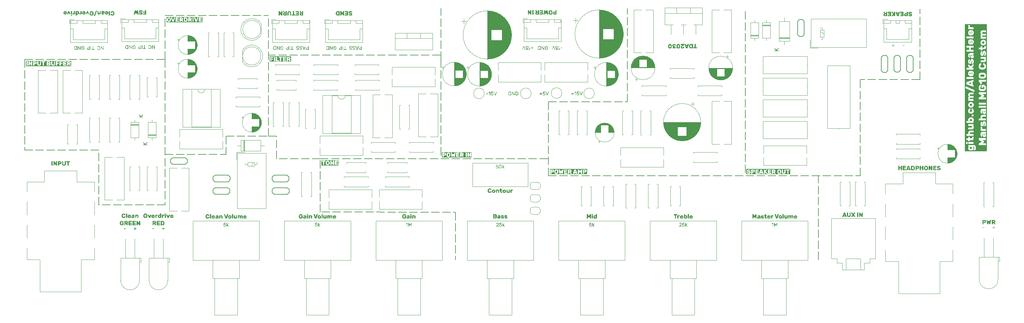
<source format=gbr>
%TF.GenerationSoftware,KiCad,Pcbnew,9.0.1*%
%TF.CreationDate,2025-09-01T22:34:10+02:00*%
%TF.ProjectId,my_mg10,6d795f6d-6731-4302-9e6b-696361645f70,rev?*%
%TF.SameCoordinates,Original*%
%TF.FileFunction,Legend,Top*%
%TF.FilePolarity,Positive*%
%FSLAX46Y46*%
G04 Gerber Fmt 4.6, Leading zero omitted, Abs format (unit mm)*
G04 Created by KiCad (PCBNEW 9.0.1) date 2025-09-01 22:34:10*
%MOMM*%
%LPD*%
G01*
G04 APERTURE LIST*
%ADD10C,0.240000*%
%ADD11C,0.200000*%
%ADD12C,0.150000*%
%ADD13C,0.100000*%
%ADD14C,0.120000*%
G04 APERTURE END LIST*
D10*
G36*
X132119559Y-98980573D02*
G01*
X132169140Y-98998569D01*
X132207585Y-99026932D01*
X132237251Y-99065096D01*
X132257809Y-99111740D01*
X132268914Y-99168861D01*
X132273970Y-99308300D01*
X132268914Y-99451108D01*
X132257811Y-99508231D01*
X132237254Y-99554903D01*
X132207585Y-99593111D01*
X132169140Y-99621474D01*
X132119559Y-99639470D01*
X132055544Y-99646014D01*
X131991529Y-99639470D01*
X131941948Y-99621474D01*
X131903503Y-99593111D01*
X131873834Y-99554903D01*
X131853277Y-99508231D01*
X131842173Y-99451108D01*
X131837191Y-99308300D01*
X131842173Y-99168861D01*
X131853279Y-99111740D01*
X131873837Y-99065096D01*
X131903503Y-99026932D01*
X131941948Y-98998569D01*
X131991529Y-98980573D01*
X132055544Y-98974029D01*
X132119559Y-98980573D01*
G37*
G36*
X130983372Y-98986425D02*
G01*
X131022209Y-98997620D01*
X131053464Y-99015135D01*
X131077686Y-99040025D01*
X131092625Y-99072537D01*
X131098014Y-99115152D01*
X131092627Y-99157718D01*
X131077690Y-99190208D01*
X131053464Y-99215096D01*
X131022209Y-99232611D01*
X130983372Y-99243806D01*
X130935055Y-99247849D01*
X130728426Y-99247849D01*
X130728426Y-98982382D01*
X130935055Y-98982382D01*
X130983372Y-98986425D01*
G37*
G36*
X135801809Y-98988683D02*
G01*
X135846169Y-99005063D01*
X135875532Y-99029447D01*
X135893266Y-99062350D01*
X135899658Y-99106726D01*
X135893266Y-99151102D01*
X135875532Y-99184005D01*
X135846169Y-99208389D01*
X135801809Y-99224769D01*
X135736699Y-99231070D01*
X135546849Y-99231070D01*
X135546849Y-98982382D01*
X135736699Y-98982382D01*
X135801809Y-98988683D01*
G37*
G36*
X138420733Y-100048112D02*
G01*
X130284269Y-100048112D01*
X130284269Y-98767326D01*
X130417602Y-98767326D01*
X130417602Y-99247849D01*
X130417602Y-99852644D01*
X130420929Y-99869802D01*
X130431011Y-99884591D01*
X130445800Y-99894673D01*
X130462958Y-99898000D01*
X130683070Y-99898000D01*
X130700216Y-99894670D01*
X130714944Y-99884591D01*
X130725083Y-99869797D01*
X130728426Y-99852644D01*
X130728426Y-99509946D01*
X130943408Y-99509946D01*
X131053366Y-99502747D01*
X131145075Y-99482628D01*
X131221562Y-99451188D01*
X131285300Y-99409123D01*
X131338139Y-99354504D01*
X131363077Y-99311670D01*
X131528053Y-99311670D01*
X131531423Y-99459535D01*
X131542319Y-99542815D01*
X131565555Y-99619411D01*
X131601106Y-99690491D01*
X131648450Y-99754012D01*
X131707626Y-99808453D01*
X131780038Y-99854329D01*
X131859452Y-99887065D01*
X131950561Y-99907575D01*
X132055544Y-99914779D01*
X132160527Y-99907575D01*
X132251636Y-99887065D01*
X132331050Y-99854329D01*
X132403462Y-99808453D01*
X132462637Y-99754012D01*
X132509982Y-99690491D01*
X132545540Y-99619412D01*
X132568801Y-99542815D01*
X132579738Y-99459535D01*
X132583108Y-99311670D01*
X132579738Y-99160508D01*
X132568799Y-99077179D01*
X132545537Y-99000559D01*
X132509982Y-98929479D01*
X132462635Y-98865963D01*
X132403459Y-98811546D01*
X132331050Y-98765714D01*
X132314717Y-98758973D01*
X132688255Y-98758973D01*
X132689940Y-98772382D01*
X132906681Y-99834179D01*
X132914729Y-99856042D01*
X132934305Y-99877849D01*
X132960558Y-99892950D01*
X132990652Y-99898000D01*
X133130090Y-99898000D01*
X133159827Y-99893067D01*
X133183872Y-99878729D01*
X133202513Y-99857660D01*
X133214061Y-99834179D01*
X133340090Y-99454479D01*
X133466120Y-99834179D01*
X133477668Y-99857660D01*
X133496308Y-99878729D01*
X133520354Y-99893067D01*
X133550090Y-99898000D01*
X133689528Y-99898000D01*
X133719611Y-99892948D01*
X133745802Y-99877849D01*
X133765438Y-99856037D01*
X133773499Y-99834179D01*
X133990240Y-98772382D01*
X133990876Y-98767326D01*
X134156277Y-98767326D01*
X134156277Y-99852644D01*
X134159603Y-99869802D01*
X134169685Y-99884591D01*
X134184474Y-99894673D01*
X134201632Y-99898000D01*
X134997962Y-99898000D01*
X135015108Y-99894670D01*
X135029836Y-99884591D01*
X135039975Y-99869797D01*
X135043318Y-99852644D01*
X135043318Y-99674591D01*
X135039969Y-99657387D01*
X135029836Y-99642644D01*
X135015108Y-99632564D01*
X134997962Y-99629235D01*
X134467100Y-99629235D01*
X134467100Y-99441070D01*
X134947550Y-99441070D01*
X134964696Y-99437741D01*
X134979424Y-99427661D01*
X134989563Y-99412867D01*
X134992906Y-99395714D01*
X134992906Y-99217588D01*
X134989561Y-99200447D01*
X134979424Y-99185714D01*
X134964690Y-99175577D01*
X134947550Y-99172232D01*
X134467100Y-99172232D01*
X134467100Y-98990808D01*
X134984480Y-98990808D01*
X135001689Y-98987476D01*
X135016427Y-98977399D01*
X135026566Y-98962605D01*
X135029909Y-98945452D01*
X135029909Y-98767326D01*
X135236025Y-98767326D01*
X135236025Y-99231070D01*
X135236025Y-99852644D01*
X135239352Y-99869802D01*
X135249434Y-99884591D01*
X135264223Y-99894673D01*
X135281381Y-99898000D01*
X135501493Y-99898000D01*
X135518639Y-99894670D01*
X135533367Y-99884591D01*
X135543506Y-99869797D01*
X135546849Y-99852644D01*
X135546849Y-99493094D01*
X135701381Y-99493094D01*
X135887861Y-99852644D01*
X135913066Y-99885397D01*
X135930669Y-99894478D01*
X135958422Y-99898000D01*
X136186887Y-99898000D01*
X136200962Y-99895283D01*
X136212972Y-99887082D01*
X136221176Y-99875082D01*
X136223890Y-99861070D01*
X136218834Y-99842532D01*
X136010519Y-99442755D01*
X136072080Y-99407393D01*
X136121038Y-99364888D01*
X136159004Y-99314894D01*
X136186768Y-99256377D01*
X136204229Y-99187695D01*
X136210408Y-99106726D01*
X136201802Y-99012522D01*
X136177672Y-98935174D01*
X136139269Y-98871307D01*
X136086064Y-98818617D01*
X136022284Y-98778628D01*
X135993235Y-98767326D01*
X136757756Y-98767326D01*
X136757756Y-99852644D01*
X136761083Y-99869802D01*
X136771165Y-99884591D01*
X136785953Y-99894673D01*
X136803112Y-99898000D01*
X137023224Y-99898000D01*
X137040370Y-99894670D01*
X137055097Y-99884591D01*
X137065237Y-99869797D01*
X137068579Y-99852644D01*
X137068579Y-98767326D01*
X137302906Y-98767326D01*
X137302906Y-99852644D01*
X137306233Y-99869802D01*
X137316315Y-99884591D01*
X137331103Y-99894673D01*
X137348262Y-99898000D01*
X137568374Y-99898000D01*
X137585520Y-99894670D01*
X137600247Y-99884591D01*
X137610387Y-99869797D01*
X137613729Y-99852644D01*
X137613729Y-99284779D01*
X137998412Y-99859385D01*
X138007432Y-99871911D01*
X138023618Y-99885397D01*
X138043439Y-99894753D01*
X138067288Y-99898000D01*
X138242044Y-99898000D01*
X138259190Y-99894670D01*
X138273918Y-99884591D01*
X138284057Y-99869797D01*
X138287400Y-99852644D01*
X138287400Y-98767326D01*
X138284055Y-98750186D01*
X138273918Y-98735452D01*
X138259185Y-98725315D01*
X138242044Y-98721970D01*
X138021933Y-98721970D01*
X138004780Y-98725313D01*
X137989986Y-98735452D01*
X137979906Y-98750180D01*
X137976577Y-98767326D01*
X137976577Y-99335191D01*
X137591894Y-98760658D01*
X137582855Y-98748076D01*
X137566615Y-98734573D01*
X137546803Y-98725214D01*
X137523018Y-98721970D01*
X137348262Y-98721970D01*
X137331109Y-98725313D01*
X137316315Y-98735452D01*
X137306235Y-98750180D01*
X137302906Y-98767326D01*
X137068579Y-98767326D01*
X137065234Y-98750186D01*
X137055097Y-98735452D01*
X137040364Y-98725315D01*
X137023224Y-98721970D01*
X136803112Y-98721970D01*
X136785959Y-98725313D01*
X136771165Y-98735452D01*
X136761085Y-98750180D01*
X136757756Y-98767326D01*
X135993235Y-98767326D01*
X135944710Y-98748447D01*
X135850609Y-98728977D01*
X135736699Y-98721970D01*
X135281381Y-98721970D01*
X135264228Y-98725313D01*
X135249434Y-98735452D01*
X135239355Y-98750180D01*
X135236025Y-98767326D01*
X135029909Y-98767326D01*
X135026564Y-98750186D01*
X135016427Y-98735452D01*
X135001683Y-98725319D01*
X134984480Y-98721970D01*
X134201632Y-98721970D01*
X134184479Y-98725313D01*
X134169685Y-98735452D01*
X134159606Y-98750180D01*
X134156277Y-98767326D01*
X133990876Y-98767326D01*
X133991926Y-98758973D01*
X133989209Y-98744898D01*
X133981008Y-98732888D01*
X133969008Y-98724684D01*
X133954996Y-98721970D01*
X133734884Y-98721970D01*
X133717409Y-98724718D01*
X133702131Y-98732888D01*
X133690521Y-98746308D01*
X133682787Y-98767326D01*
X133575296Y-99335191D01*
X133476158Y-99031108D01*
X133461311Y-99002692D01*
X133442639Y-98987456D01*
X133419078Y-98982382D01*
X133261102Y-98982382D01*
X133237541Y-98987456D01*
X133218869Y-99002692D01*
X133204023Y-99031108D01*
X133104884Y-99335191D01*
X132997393Y-98767326D01*
X132989659Y-98746308D01*
X132978049Y-98732888D01*
X132962771Y-98724718D01*
X132945296Y-98721970D01*
X132725184Y-98721970D01*
X132711172Y-98724684D01*
X132699173Y-98732888D01*
X132690972Y-98744898D01*
X132688255Y-98758973D01*
X132314717Y-98758973D01*
X132251632Y-98732937D01*
X132160523Y-98712403D01*
X132055544Y-98705191D01*
X131950565Y-98712403D01*
X131859456Y-98732937D01*
X131780038Y-98765714D01*
X131707628Y-98811546D01*
X131648453Y-98865963D01*
X131601106Y-98929479D01*
X131565558Y-99000559D01*
X131542321Y-99077179D01*
X131531423Y-99160508D01*
X131528128Y-99308300D01*
X131528053Y-99311670D01*
X131363077Y-99311670D01*
X131376303Y-99288954D01*
X131400248Y-99210241D01*
X131408764Y-99115152D01*
X131400232Y-99020012D01*
X131376268Y-98941447D01*
X131338108Y-98876193D01*
X131285300Y-98821988D01*
X131221613Y-98780286D01*
X131145147Y-98749093D01*
X131053420Y-98729120D01*
X130943408Y-98721970D01*
X130462958Y-98721970D01*
X130445805Y-98725313D01*
X130431011Y-98735452D01*
X130420932Y-98750180D01*
X130417602Y-98767326D01*
X130284269Y-98767326D01*
X130284269Y-98571858D01*
X138420733Y-98571858D01*
X138420733Y-100048112D01*
G37*
D11*
X261000000Y-78700000D02*
X261000000Y-76500000D01*
X261000000Y-75700000D02*
X261000000Y-73500000D01*
X261000000Y-72700000D02*
X261000000Y-70500000D01*
X261000000Y-69700000D02*
X261000000Y-67500000D01*
X261000000Y-66700000D02*
X261000000Y-64500000D01*
X261000000Y-63700000D02*
X261000000Y-61500000D01*
X261000000Y-60700000D02*
X261000000Y-59400000D01*
X260900000Y-78700000D02*
X258700000Y-78700000D01*
X257900000Y-78700000D02*
X255700000Y-78700000D01*
X254900000Y-78700000D02*
X252700000Y-78700000D01*
X251900000Y-78700000D02*
X249700000Y-78700000D01*
X248900000Y-78700000D02*
X246700000Y-78700000D01*
X245900000Y-78700000D02*
X244600000Y-78700000D01*
D12*
G36*
X157394915Y-82930980D02*
G01*
X157392124Y-82945316D01*
X157383679Y-82957602D01*
X157371406Y-82966002D01*
X157357118Y-82968777D01*
X157305277Y-82968777D01*
X157290979Y-82966004D01*
X157278655Y-82957602D01*
X157270258Y-82945321D01*
X157267481Y-82930980D01*
X157267481Y-82652421D01*
X156993074Y-82652421D01*
X156978775Y-82649649D01*
X156966451Y-82641247D01*
X156958050Y-82628923D01*
X156955277Y-82614624D01*
X156955277Y-82571210D01*
X156958052Y-82556922D01*
X156966451Y-82544649D01*
X156978780Y-82536199D01*
X156993074Y-82533414D01*
X157267481Y-82533414D01*
X157267481Y-82259007D01*
X157270255Y-82244718D01*
X157278655Y-82232445D01*
X157290983Y-82223996D01*
X157305277Y-82221210D01*
X157357118Y-82221210D01*
X157371402Y-82223998D01*
X157383679Y-82232445D01*
X157392127Y-82244723D01*
X157394915Y-82259007D01*
X157394915Y-82533414D01*
X157670665Y-82533414D01*
X157685001Y-82536204D01*
X157697287Y-82544649D01*
X157705735Y-82556927D01*
X157708522Y-82571210D01*
X157708522Y-82614624D01*
X157705737Y-82628919D01*
X157697287Y-82641247D01*
X157685006Y-82649644D01*
X157670665Y-82652421D01*
X157394915Y-82652421D01*
X157394915Y-82930980D01*
G37*
G36*
X158175270Y-82903014D02*
G01*
X158237773Y-82896795D01*
X158290270Y-82879126D01*
X158334822Y-82850502D01*
X158361852Y-82822127D01*
X158381332Y-82788385D01*
X158393516Y-82748191D01*
X158397837Y-82699987D01*
X158393515Y-82651783D01*
X158381329Y-82611601D01*
X158361850Y-82577880D01*
X158334822Y-82549534D01*
X158290270Y-82520909D01*
X158237773Y-82503241D01*
X158175270Y-82497021D01*
X158121224Y-82500804D01*
X158085633Y-82510333D01*
X158053936Y-82525606D01*
X158021275Y-82545992D01*
X157992516Y-82564921D01*
X157965222Y-82571210D01*
X157893842Y-82571210D01*
X157882165Y-82568949D01*
X157872165Y-82562112D01*
X157865331Y-82552104D01*
X157863067Y-82540375D01*
X157905077Y-82072772D01*
X157907851Y-82058483D01*
X157916251Y-82046210D01*
X157928537Y-82037765D01*
X157942873Y-82034975D01*
X158437038Y-82034975D01*
X158451321Y-82037763D01*
X158463599Y-82046210D01*
X158472047Y-82058488D01*
X158474834Y-82072772D01*
X158474834Y-82123208D01*
X158472049Y-82137502D01*
X158463599Y-82149830D01*
X158451326Y-82158230D01*
X158437038Y-82161004D01*
X158029641Y-82161004D01*
X158007231Y-82403171D01*
X158055872Y-82385778D01*
X158111496Y-82374837D01*
X158175270Y-82370992D01*
X158240589Y-82375595D01*
X158300249Y-82389002D01*
X158355155Y-82410926D01*
X158405366Y-82441562D01*
X158447804Y-82479636D01*
X158483200Y-82525720D01*
X158509320Y-82577472D01*
X158525301Y-82635117D01*
X158530827Y-82699987D01*
X158525302Y-82764859D01*
X158509322Y-82822525D01*
X158483200Y-82874316D01*
X158447810Y-82920366D01*
X158405372Y-82958442D01*
X158355155Y-82989110D01*
X158300252Y-83010999D01*
X158240591Y-83024386D01*
X158175270Y-83028982D01*
X158114347Y-83025106D01*
X158056646Y-83013662D01*
X158001614Y-82994727D01*
X157950106Y-82968213D01*
X157907042Y-82936271D01*
X157871432Y-82898801D01*
X157843904Y-82855682D01*
X157827282Y-82809828D01*
X157821057Y-82760193D01*
X157823318Y-82748516D01*
X157830155Y-82738517D01*
X157840155Y-82731680D01*
X157851832Y-82729419D01*
X157916251Y-82729419D01*
X157928091Y-82731512D01*
X157938599Y-82737845D01*
X157952643Y-82760193D01*
X157969383Y-82799969D01*
X157995582Y-82834250D01*
X158032449Y-82863813D01*
X158075033Y-82885334D01*
X158122284Y-82898477D01*
X158175270Y-82903014D01*
G37*
G36*
X159314663Y-82070024D02*
G01*
X159326201Y-82050676D01*
X159343695Y-82039174D01*
X159369252Y-82034975D01*
X159421031Y-82034975D01*
X159432760Y-82037239D01*
X159442769Y-82044073D01*
X159449603Y-82054082D01*
X159451867Y-82065811D01*
X159449058Y-82079794D01*
X159146624Y-82959007D01*
X159135356Y-82983047D01*
X159119330Y-83000345D01*
X159098648Y-83011186D01*
X159072435Y-83015000D01*
X159016443Y-83015000D01*
X158984052Y-83008760D01*
X158960459Y-82990874D01*
X158943658Y-82959007D01*
X158639881Y-82079794D01*
X158637073Y-82065811D01*
X158639337Y-82054082D01*
X158646171Y-82044073D01*
X158656170Y-82037236D01*
X158667847Y-82034975D01*
X158719627Y-82034975D01*
X158745187Y-82039173D01*
X158762703Y-82050675D01*
X158774276Y-82070024D01*
X159044470Y-82874987D01*
X159314663Y-82070024D01*
G37*
D11*
X36400000Y-98000000D02*
X34200000Y-98000000D01*
X33400000Y-98000000D02*
X31200000Y-98000000D01*
X30400000Y-98000000D02*
X28200000Y-98000000D01*
X27400000Y-98000000D02*
X25200000Y-98000000D01*
X24400000Y-98000000D02*
X22200000Y-98000000D01*
X21400000Y-98000000D02*
X19200000Y-98000000D01*
X18400000Y-98000000D02*
X16200000Y-98000000D01*
X85000000Y-100400000D02*
X85000000Y-98200000D01*
X85000000Y-97400000D02*
X85000000Y-95200000D01*
X85000000Y-94400000D02*
X85000000Y-94200000D01*
D13*
X138644975Y-101600000D02*
X153800000Y-101600000D01*
X153800000Y-108005025D01*
X138644975Y-108005025D01*
X138644975Y-101600000D01*
D11*
X82800000Y-94200000D02*
X82800000Y-92000000D01*
X82800000Y-91200000D02*
X82800000Y-89000000D01*
X82800000Y-88200000D02*
X82800000Y-86000000D01*
X82800000Y-85200000D02*
X82800000Y-83000000D01*
X82800000Y-82200000D02*
X82800000Y-80000000D01*
X82800000Y-79200000D02*
X82800000Y-77000000D01*
X82800000Y-76200000D02*
X82800000Y-74000000D01*
X82800000Y-73200000D02*
X82800000Y-71000000D01*
X82800000Y-70200000D02*
X82800000Y-68000000D01*
X82800000Y-67200000D02*
X82800000Y-65000000D01*
X82800000Y-64200000D02*
X82800000Y-62000000D01*
X82800000Y-61200000D02*
X82800000Y-61200000D01*
X54600000Y-61200000D02*
X56800000Y-61200000D01*
X57600000Y-61200000D02*
X59800000Y-61200000D01*
X60600000Y-61200000D02*
X62800000Y-61200000D01*
X63600000Y-61200000D02*
X65800000Y-61200000D01*
X66600000Y-61200000D02*
X68800000Y-61200000D01*
X69600000Y-61200000D02*
X71800000Y-61200000D01*
X72600000Y-61200000D02*
X74800000Y-61200000D01*
X75600000Y-61200000D02*
X77800000Y-61200000D01*
X78600000Y-61200000D02*
X80800000Y-61200000D01*
X81600000Y-61200000D02*
X82800000Y-61200000D01*
X233200000Y-128000000D02*
X233200000Y-125800000D01*
X233200000Y-125000000D02*
X233200000Y-122800000D01*
X233200000Y-122000000D02*
X233200000Y-119800000D01*
X233200000Y-119000000D02*
X233200000Y-116800000D01*
X233200000Y-116000000D02*
X233200000Y-113800000D01*
X233200000Y-113000000D02*
X233200000Y-110800000D01*
X233200000Y-110000000D02*
X233200000Y-107800000D01*
X233200000Y-107000000D02*
X233200000Y-105000000D01*
X97000000Y-100400000D02*
X99200000Y-100400000D01*
X100000000Y-100400000D02*
X102200000Y-100400000D01*
X103000000Y-100400000D02*
X105200000Y-100400000D01*
X106000000Y-100400000D02*
X108200000Y-100400000D01*
X109000000Y-100400000D02*
X111200000Y-100400000D01*
X112000000Y-100400000D02*
X114200000Y-100400000D01*
X115000000Y-100400000D02*
X117200000Y-100400000D01*
X118000000Y-100400000D02*
X120200000Y-100400000D01*
X121000000Y-100400000D02*
X123200000Y-100400000D01*
X124000000Y-100400000D02*
X126200000Y-100400000D01*
X127000000Y-100400000D02*
X129200000Y-100400000D01*
X130000000Y-100400000D02*
X132200000Y-100400000D01*
X133000000Y-100400000D02*
X135200000Y-100400000D01*
X136000000Y-100400000D02*
X138200000Y-100400000D01*
X139000000Y-100400000D02*
X141200000Y-100400000D01*
X142000000Y-100400000D02*
X144200000Y-100400000D01*
X145000000Y-100400000D02*
X147200000Y-100400000D01*
X148000000Y-100400000D02*
X150200000Y-100400000D01*
X151000000Y-100400000D02*
X153200000Y-100400000D01*
X154000000Y-100400000D02*
X156200000Y-100400000D01*
X157000000Y-100400000D02*
X159200000Y-100400000D01*
X54600000Y-73200000D02*
X54600000Y-75400000D01*
X54600000Y-76200000D02*
X54600000Y-78400000D01*
X54600000Y-79200000D02*
X54600000Y-81400000D01*
X54600000Y-82200000D02*
X54600000Y-84400000D01*
X54600000Y-85200000D02*
X54600000Y-87400000D01*
X54600000Y-88200000D02*
X54600000Y-90400000D01*
X54600000Y-91200000D02*
X54600000Y-93400000D01*
X54600000Y-94200000D02*
X54600000Y-96400000D01*
X54600000Y-97200000D02*
X54600000Y-99400000D01*
X54600000Y-100200000D02*
X54600000Y-102400000D01*
X54600000Y-103200000D02*
X54600000Y-105400000D01*
X54600000Y-106200000D02*
X54600000Y-108400000D01*
X54600000Y-109200000D02*
X54600000Y-111400000D01*
X54600000Y-112200000D02*
X54600000Y-113000000D01*
X36400000Y-113000000D02*
X36400000Y-110800000D01*
X36400000Y-110000000D02*
X36400000Y-107800000D01*
X36400000Y-107000000D02*
X36400000Y-104800000D01*
X36400000Y-104000000D02*
X36400000Y-101800000D01*
X36400000Y-101000000D02*
X36400000Y-98800000D01*
X36400000Y-98000000D02*
X36400000Y-98000000D01*
X16200000Y-73200000D02*
X18400000Y-73200000D01*
X19200000Y-73200000D02*
X21400000Y-73200000D01*
X22200000Y-73200000D02*
X24400000Y-73200000D01*
X25200000Y-73200000D02*
X27400000Y-73200000D01*
X28200000Y-73200000D02*
X30400000Y-73200000D01*
X31200000Y-73200000D02*
X33400000Y-73200000D01*
X34200000Y-73200000D02*
X36400000Y-73200000D01*
X37200000Y-73200000D02*
X39400000Y-73200000D01*
X40200000Y-73200000D02*
X42400000Y-73200000D01*
X43200000Y-73200000D02*
X45400000Y-73200000D01*
X46200000Y-73200000D02*
X48400000Y-73200000D01*
X49200000Y-73200000D02*
X51400000Y-73200000D01*
X52200000Y-73200000D02*
X54400000Y-73200000D01*
X213200000Y-104200000D02*
X213200000Y-102000000D01*
X213200000Y-101200000D02*
X213200000Y-99000000D01*
X213200000Y-98200000D02*
X213200000Y-96000000D01*
X213200000Y-95200000D02*
X213200000Y-93000000D01*
X213200000Y-92200000D02*
X213200000Y-90000000D01*
X213200000Y-89200000D02*
X213200000Y-87000000D01*
X213200000Y-86200000D02*
X213200000Y-84000000D01*
X213200000Y-83200000D02*
X213200000Y-81000000D01*
X213200000Y-80200000D02*
X213200000Y-78000000D01*
X213200000Y-77200000D02*
X213200000Y-75000000D01*
X213200000Y-74200000D02*
X213200000Y-72000000D01*
X213200000Y-71200000D02*
X213200000Y-69000000D01*
X213200000Y-68200000D02*
X213200000Y-66000000D01*
X213200000Y-65200000D02*
X213200000Y-63000000D01*
X213200000Y-62200000D02*
X213200000Y-60000000D01*
X71200000Y-94200000D02*
X71200000Y-96400000D01*
X71200000Y-97200000D02*
X71200000Y-99200000D01*
X159400000Y-84800000D02*
X161600000Y-84800000D01*
X162400000Y-84800000D02*
X164600000Y-84800000D01*
X165400000Y-84800000D02*
X167600000Y-84800000D01*
X168400000Y-84800000D02*
X170600000Y-84800000D01*
X171400000Y-84800000D02*
X173600000Y-84800000D01*
X174400000Y-84800000D02*
X176600000Y-84800000D01*
X177400000Y-84800000D02*
X179600000Y-84800000D01*
X180400000Y-84800000D02*
X181000000Y-84800000D01*
X97400000Y-114970000D02*
X99599999Y-114971803D01*
X100399999Y-114972459D02*
X102599998Y-114974262D01*
X103399998Y-114974918D02*
X105599997Y-114976721D01*
X106399997Y-114977377D02*
X108599996Y-114979180D01*
X109399996Y-114979836D02*
X111599995Y-114981639D01*
X112399995Y-114982295D02*
X114599994Y-114984098D01*
X115399994Y-114984754D02*
X117599993Y-114986557D01*
X118399993Y-114987213D02*
X120599992Y-114989016D01*
X121399992Y-114989672D02*
X123599991Y-114991475D01*
X124399991Y-114992131D02*
X126599990Y-114993934D01*
X127399990Y-114994590D02*
X129599989Y-114996393D01*
X130399989Y-114997049D02*
X132599988Y-114998852D01*
X133399988Y-114999508D02*
X134000000Y-114999999D01*
X97000000Y-114969689D02*
X97000000Y-112769689D01*
X97000000Y-111969689D02*
X97000000Y-109769689D01*
X97000000Y-108969689D02*
X97000000Y-106769689D01*
X97000000Y-105969689D02*
X97000000Y-103769689D01*
X97000000Y-102969689D02*
X97000000Y-100769689D01*
X16200000Y-73200000D02*
X16200000Y-75400000D01*
X16200000Y-76200000D02*
X16200000Y-78400000D01*
X16200000Y-79200000D02*
X16200000Y-81400000D01*
X16200000Y-82200000D02*
X16200000Y-84400000D01*
X16200000Y-85200000D02*
X16200000Y-87400000D01*
X16200000Y-88200000D02*
X16200000Y-90400000D01*
X16200000Y-91200000D02*
X16200000Y-93400000D01*
X16200000Y-94200000D02*
X16200000Y-96400000D01*
X16200000Y-97200000D02*
X16200000Y-98000000D01*
X130000000Y-73200000D02*
X130000000Y-71000000D01*
X130000000Y-70200000D02*
X130000000Y-68000000D01*
X130000000Y-67200000D02*
X130000000Y-65000000D01*
X130000000Y-64200000D02*
X130000000Y-62000000D01*
X130000000Y-61200000D02*
X130000000Y-59200000D01*
X159400000Y-105000000D02*
X161600000Y-105000000D01*
X162400000Y-105000000D02*
X164600000Y-105000000D01*
X165400000Y-105000000D02*
X167600000Y-105000000D01*
X168400000Y-105000000D02*
X170600000Y-105000000D01*
X171400000Y-105000000D02*
X173600000Y-105000000D01*
X174400000Y-105000000D02*
X176600000Y-105000000D01*
X177400000Y-105000000D02*
X179600000Y-105000000D01*
X180400000Y-105000000D02*
X182600000Y-105000000D01*
X183400000Y-105000000D02*
X185600000Y-105000000D01*
X186400000Y-105000000D02*
X188600000Y-105000000D01*
X189400000Y-105000000D02*
X191600000Y-105000000D01*
X192400000Y-105000000D02*
X194600000Y-105000000D01*
X195400000Y-105000000D02*
X197600000Y-105000000D01*
X198400000Y-105000000D02*
X200600000Y-105000000D01*
X201400000Y-105000000D02*
X203600000Y-105000000D01*
X204400000Y-105000000D02*
X206600000Y-105000000D01*
X207400000Y-105000000D02*
X209600000Y-105000000D01*
X210400000Y-105000000D02*
X212600000Y-105000000D01*
X213400000Y-105000000D02*
X215600000Y-105000000D01*
X216400000Y-105000000D02*
X218600000Y-105000000D01*
X219400000Y-105000000D02*
X221600000Y-105000000D01*
X222400000Y-105000000D02*
X224600000Y-105000000D01*
X225400000Y-105000000D02*
X227600000Y-105000000D01*
X228400000Y-105000000D02*
X230600000Y-105000000D01*
X231400000Y-105000000D02*
X233600000Y-105000000D01*
X234400000Y-105000000D02*
X236600000Y-105000000D01*
X237400000Y-105000000D02*
X239600000Y-105000000D01*
X240400000Y-105000000D02*
X242600000Y-105000000D01*
X243400000Y-105000000D02*
X244600000Y-105000000D01*
X71200000Y-94200000D02*
X73400000Y-94200000D01*
X74200000Y-94200000D02*
X76400000Y-94200000D01*
X77200000Y-94200000D02*
X79400000Y-94200000D01*
X80200000Y-94200000D02*
X82400000Y-94200000D01*
X54600000Y-73200000D02*
X54600000Y-71000000D01*
X54600000Y-70200000D02*
X54600000Y-68000000D01*
X54600000Y-67200000D02*
X54600000Y-65000000D01*
X54600000Y-64200000D02*
X54600000Y-62000000D01*
X54600000Y-61200000D02*
X54600000Y-61200000D01*
X134000000Y-115000000D02*
X134000000Y-117200000D01*
X134000000Y-118000000D02*
X134000000Y-120200000D01*
X134000000Y-121000000D02*
X134000000Y-123200000D01*
X134000000Y-124000000D02*
X134000000Y-126200000D01*
X134000000Y-127000000D02*
X134000000Y-128000000D01*
X129800000Y-72000000D02*
X127600000Y-72000000D01*
X126800000Y-72000000D02*
X124600000Y-72000000D01*
X123800000Y-72000000D02*
X121600000Y-72000000D01*
X120800000Y-72000000D02*
X118600000Y-72000000D01*
X117800000Y-72000000D02*
X115600000Y-72000000D01*
X114800000Y-72000000D02*
X112600000Y-72000000D01*
X111800000Y-72000000D02*
X109600000Y-72000000D01*
X108800000Y-72000000D02*
X106600000Y-72000000D01*
X105800000Y-72000000D02*
X103600000Y-72000000D01*
X102800000Y-72000000D02*
X100600000Y-72000000D01*
X99800000Y-72000000D02*
X97600000Y-72000000D01*
X96800000Y-72000000D02*
X94600000Y-72000000D01*
X93800000Y-72000000D02*
X91600000Y-72000000D01*
X90800000Y-72000000D02*
X88600000Y-72000000D01*
X87800000Y-72000000D02*
X85600000Y-72000000D01*
X84800000Y-72000000D02*
X82800000Y-72000000D01*
X54600000Y-99200000D02*
X56800000Y-99200000D01*
X57600000Y-99200000D02*
X59800000Y-99200000D01*
X60600000Y-99200000D02*
X62800000Y-99200000D01*
X63600000Y-99200000D02*
X65800000Y-99200000D01*
X66600000Y-99200000D02*
X68800000Y-99200000D01*
X69600000Y-99200000D02*
X71200000Y-99200000D01*
X244600000Y-105000000D02*
X244600000Y-102800000D01*
X244600000Y-102000000D02*
X244600000Y-99800000D01*
X244600000Y-99000000D02*
X244600000Y-96800000D01*
X244600000Y-96000000D02*
X244600000Y-93800000D01*
X244600000Y-93000000D02*
X244600000Y-90800000D01*
X244600000Y-90000000D02*
X244600000Y-87800000D01*
X244600000Y-87000000D02*
X244600000Y-84800000D01*
X244600000Y-84000000D02*
X244600000Y-81800000D01*
X244600000Y-81000000D02*
X244600000Y-78800000D01*
X82800000Y-94200000D02*
X85000000Y-94200000D01*
X54600000Y-113000000D02*
X52400000Y-113000000D01*
X51600000Y-113000000D02*
X49400000Y-113000000D01*
X48600000Y-113000000D02*
X46400000Y-113000000D01*
X45600000Y-113000000D02*
X43400000Y-113000000D01*
X42600000Y-113000000D02*
X40400000Y-113000000D01*
X39600000Y-113000000D02*
X37400000Y-113000000D01*
X36600000Y-113000000D02*
X36400000Y-113000000D01*
X130000000Y-99400000D02*
X130000000Y-97200000D01*
X130000000Y-96400000D02*
X130000000Y-94200000D01*
X130000000Y-93400000D02*
X130000000Y-91200000D01*
X130000000Y-90400000D02*
X130000000Y-88200000D01*
X130000000Y-87400000D02*
X130000000Y-85200000D01*
X130000000Y-84400000D02*
X130000000Y-82200000D01*
X130000000Y-81400000D02*
X130000000Y-79200000D01*
X130000000Y-78400000D02*
X130000000Y-76200000D01*
X130000000Y-75400000D02*
X130000000Y-73200000D01*
X97000000Y-100400000D02*
X94800000Y-100400000D01*
X94000000Y-100400000D02*
X91800000Y-100400000D01*
X91000000Y-100400000D02*
X88800000Y-100400000D01*
X88000000Y-100400000D02*
X85800000Y-100400000D01*
X85000000Y-100400000D02*
X85000000Y-100400000D01*
X159400000Y-84800000D02*
X159400000Y-87000000D01*
X159400000Y-87800000D02*
X159400000Y-90000000D01*
X159400000Y-90800000D02*
X159400000Y-93000000D01*
X159400000Y-93800000D02*
X159400000Y-96000000D01*
X159400000Y-96800000D02*
X159400000Y-99000000D01*
X159400000Y-99800000D02*
X159400000Y-102000000D01*
X159400000Y-102800000D02*
X159400000Y-105000000D01*
X181000000Y-84800000D02*
X181000000Y-82600000D01*
X181000000Y-81800000D02*
X181000000Y-79600000D01*
X181000000Y-78800000D02*
X181000000Y-76600000D01*
X181000000Y-75800000D02*
X181000000Y-73600000D01*
X181000000Y-72800000D02*
X181000000Y-70600000D01*
X181000000Y-69800000D02*
X181000000Y-67600000D01*
X181000000Y-66800000D02*
X181000000Y-64600000D01*
X181000000Y-63800000D02*
X181000000Y-61600000D01*
X181000000Y-60800000D02*
X181000000Y-59200000D01*
D12*
G36*
X163180372Y-69944769D02*
G01*
X163194671Y-69947542D01*
X163206995Y-69955943D01*
X163215394Y-69968275D01*
X163218169Y-69982627D01*
X163218169Y-70027384D01*
X163215394Y-70041673D01*
X163206995Y-70053946D01*
X163194666Y-70062395D01*
X163180372Y-70065181D01*
X162767358Y-70065181D01*
X162753074Y-70062393D01*
X162740796Y-70053946D01*
X162732349Y-70041668D01*
X162729561Y-70027384D01*
X162729561Y-69982627D01*
X162732349Y-69968280D01*
X162740796Y-69955943D01*
X162753069Y-69947544D01*
X162767358Y-69944769D01*
X163180372Y-69944769D01*
G37*
G36*
X162148568Y-69622796D02*
G01*
X162151354Y-69608502D01*
X162159804Y-69596174D01*
X162172077Y-69587774D01*
X162186365Y-69585000D01*
X162243762Y-69585000D01*
X162258061Y-69587772D01*
X162270384Y-69596174D01*
X162278786Y-69608497D01*
X162281559Y-69622796D01*
X162281559Y-70394176D01*
X162508338Y-70221985D01*
X162519086Y-70215754D01*
X162532152Y-70213620D01*
X162548635Y-70217128D01*
X162561583Y-70227602D01*
X162595166Y-70271017D01*
X162601543Y-70282702D01*
X162603593Y-70294769D01*
X162599775Y-70311170D01*
X162588144Y-70324200D01*
X162288581Y-70553789D01*
X162270958Y-70561883D01*
X162243762Y-70565024D01*
X162186365Y-70565024D01*
X162172081Y-70562236D01*
X162159804Y-70553789D01*
X162151356Y-70541511D01*
X162148568Y-70527227D01*
X162148568Y-69622796D01*
G37*
G36*
X161630835Y-69696985D02*
G01*
X161568332Y-69703204D01*
X161515835Y-69720873D01*
X161471283Y-69749497D01*
X161444253Y-69777872D01*
X161424773Y-69811614D01*
X161412589Y-69851808D01*
X161408268Y-69900012D01*
X161412590Y-69948216D01*
X161424776Y-69988398D01*
X161444255Y-70022119D01*
X161471283Y-70050465D01*
X161515835Y-70079090D01*
X161568332Y-70096758D01*
X161630835Y-70102978D01*
X161684881Y-70099195D01*
X161720472Y-70089666D01*
X161752169Y-70074393D01*
X161784830Y-70054007D01*
X161813589Y-70035078D01*
X161840883Y-70028789D01*
X161912263Y-70028789D01*
X161923940Y-70031050D01*
X161933940Y-70037887D01*
X161940774Y-70047895D01*
X161943038Y-70059624D01*
X161901028Y-70527227D01*
X161898254Y-70541516D01*
X161889854Y-70553789D01*
X161877568Y-70562234D01*
X161863232Y-70565024D01*
X161369067Y-70565024D01*
X161354784Y-70562236D01*
X161342506Y-70553789D01*
X161334058Y-70541511D01*
X161331271Y-70527227D01*
X161331271Y-70476791D01*
X161334056Y-70462497D01*
X161342506Y-70450169D01*
X161354779Y-70441769D01*
X161369067Y-70438995D01*
X161776464Y-70438995D01*
X161798874Y-70196828D01*
X161750233Y-70214221D01*
X161694609Y-70225162D01*
X161630835Y-70229007D01*
X161565516Y-70224404D01*
X161505856Y-70210997D01*
X161450950Y-70189073D01*
X161400739Y-70158437D01*
X161358301Y-70120363D01*
X161322905Y-70074279D01*
X161296785Y-70022527D01*
X161280804Y-69964882D01*
X161275278Y-69900012D01*
X161280803Y-69835140D01*
X161296783Y-69777474D01*
X161322905Y-69725683D01*
X161358295Y-69679633D01*
X161400733Y-69641557D01*
X161450950Y-69610889D01*
X161505853Y-69589000D01*
X161565514Y-69575613D01*
X161630835Y-69571017D01*
X161691758Y-69574893D01*
X161749459Y-69586337D01*
X161804491Y-69605272D01*
X161855999Y-69631786D01*
X161899063Y-69663728D01*
X161934673Y-69701198D01*
X161962201Y-69744317D01*
X161978823Y-69790171D01*
X161985048Y-69839806D01*
X161982787Y-69851483D01*
X161975950Y-69861482D01*
X161965950Y-69868319D01*
X161954273Y-69870580D01*
X161889854Y-69870580D01*
X161878014Y-69868487D01*
X161867506Y-69862154D01*
X161853462Y-69839806D01*
X161836722Y-69800030D01*
X161810523Y-69765749D01*
X161773656Y-69736186D01*
X161731072Y-69714665D01*
X161683821Y-69701522D01*
X161630835Y-69696985D01*
G37*
G36*
X160491442Y-70529975D02*
G01*
X160479904Y-70549323D01*
X160462410Y-70560825D01*
X160436853Y-70565024D01*
X160385074Y-70565024D01*
X160373345Y-70562760D01*
X160363336Y-70555926D01*
X160356502Y-70545917D01*
X160354238Y-70534188D01*
X160357047Y-70520205D01*
X160659481Y-69640992D01*
X160670749Y-69616952D01*
X160686775Y-69599654D01*
X160707457Y-69588813D01*
X160733670Y-69585000D01*
X160789662Y-69585000D01*
X160822053Y-69591239D01*
X160845646Y-69609125D01*
X160862447Y-69640992D01*
X161166224Y-70520205D01*
X161169032Y-70534188D01*
X161166768Y-70545917D01*
X161159934Y-70555926D01*
X161149935Y-70562763D01*
X161138258Y-70565024D01*
X161086478Y-70565024D01*
X161060918Y-70560826D01*
X161043402Y-70549324D01*
X161031829Y-70529975D01*
X160761635Y-69725012D01*
X160491442Y-70529975D01*
G37*
G36*
X158800915Y-70579007D02*
G01*
X158722577Y-70573744D01*
X158654515Y-70558761D01*
X158595140Y-70534860D01*
X158539952Y-70501970D01*
X158496378Y-70466045D01*
X158462822Y-70427088D01*
X158435892Y-70382996D01*
X158420483Y-70343948D01*
X158414523Y-70308813D01*
X158415898Y-70297134D01*
X158422949Y-70287076D01*
X158433506Y-70280217D01*
X158445297Y-70277978D01*
X158502694Y-70277978D01*
X158530667Y-70282532D01*
X158543300Y-70293426D01*
X158573456Y-70343328D01*
X158605903Y-70382471D01*
X158640630Y-70412372D01*
X158680490Y-70433730D01*
X158732791Y-70447782D01*
X158800915Y-70452978D01*
X158859177Y-70448460D01*
X158909474Y-70435588D01*
X158953167Y-70414942D01*
X158991302Y-70386482D01*
X159022414Y-70351041D01*
X159045745Y-70308392D01*
X159061297Y-70257143D01*
X159068300Y-70195423D01*
X159069704Y-70079225D01*
X159068300Y-69963026D01*
X159061226Y-69897380D01*
X159045646Y-69843710D01*
X159022522Y-69799850D01*
X158992035Y-69764152D01*
X158954196Y-69735461D01*
X158910524Y-69714606D01*
X158859912Y-69701572D01*
X158800915Y-69696985D01*
X158740188Y-69701397D01*
X158688462Y-69713871D01*
X158644233Y-69733680D01*
X158606314Y-69760671D01*
X158576059Y-69794785D01*
X158553467Y-69838127D01*
X158538849Y-69892806D01*
X158533530Y-69961622D01*
X158533530Y-70000823D01*
X158735091Y-70000823D01*
X158749432Y-70003600D01*
X158761714Y-70011997D01*
X158770111Y-70024279D01*
X158772888Y-70038620D01*
X158772888Y-70088995D01*
X158770114Y-70103283D01*
X158761714Y-70115556D01*
X158749428Y-70124001D01*
X158735091Y-70126791D01*
X158438336Y-70126791D01*
X158424000Y-70124001D01*
X158411714Y-70115556D01*
X158403314Y-70103283D01*
X158400540Y-70088995D01*
X158400540Y-69956004D01*
X158406063Y-69882575D01*
X158422070Y-69816487D01*
X158448167Y-69756519D01*
X158484538Y-69702568D01*
X158530171Y-69657287D01*
X158586042Y-69619987D01*
X158647986Y-69593443D01*
X158719029Y-69576843D01*
X158800915Y-69571017D01*
X158879421Y-69575928D01*
X158946482Y-69589787D01*
X159003842Y-69611640D01*
X159052957Y-69641049D01*
X159094922Y-69678117D01*
X159138584Y-69734391D01*
X159170888Y-69798472D01*
X159192008Y-69871739D01*
X159201290Y-69956004D01*
X159202694Y-70079225D01*
X159201290Y-70202384D01*
X159193827Y-70273166D01*
X159177627Y-70337007D01*
X159153052Y-70394909D01*
X159118946Y-70447112D01*
X159074974Y-70491718D01*
X159020001Y-70529303D01*
X158958817Y-70556043D01*
X158886534Y-70572986D01*
X158800915Y-70579007D01*
G37*
G36*
X157563458Y-69585000D02*
G01*
X157580414Y-69587847D01*
X157594294Y-69596174D01*
X157619451Y-69627009D01*
X158074476Y-70311622D01*
X158074476Y-69622796D01*
X158077261Y-69608502D01*
X158085711Y-69596174D01*
X158097984Y-69587774D01*
X158112272Y-69585000D01*
X158169669Y-69585000D01*
X158183968Y-69587772D01*
X158196292Y-69596174D01*
X158204693Y-69608497D01*
X158207466Y-69622796D01*
X158207466Y-70527227D01*
X158204691Y-70541516D01*
X158196292Y-70553789D01*
X158183963Y-70562238D01*
X158169669Y-70565024D01*
X158120699Y-70565024D01*
X158103758Y-70562160D01*
X158089924Y-70553789D01*
X158064706Y-70523014D01*
X157609681Y-69838401D01*
X157609681Y-70527227D01*
X157606907Y-70541516D01*
X157598507Y-70553789D01*
X157586179Y-70562238D01*
X157571885Y-70565024D01*
X157514488Y-70565024D01*
X157500204Y-70562236D01*
X157487926Y-70553789D01*
X157479479Y-70541511D01*
X157476691Y-70527227D01*
X157476691Y-69622796D01*
X157479477Y-69608502D01*
X157487926Y-69596174D01*
X157500199Y-69587774D01*
X157514488Y-69585000D01*
X157563458Y-69585000D01*
G37*
G36*
X157212858Y-69587772D02*
G01*
X157225182Y-69596174D01*
X157233584Y-69608497D01*
X157236356Y-69622796D01*
X157236356Y-70527227D01*
X157233582Y-70541516D01*
X157225182Y-70553789D01*
X157212854Y-70562238D01*
X157198560Y-70565024D01*
X156877991Y-70565024D01*
X156801613Y-70559707D01*
X156733187Y-70544353D01*
X156671484Y-70519473D01*
X156615356Y-70484479D01*
X156568273Y-70440859D01*
X156529395Y-70387887D01*
X156500945Y-70328525D01*
X156483020Y-70261606D01*
X156476150Y-70185593D01*
X156474746Y-70075012D01*
X156607797Y-70075012D01*
X156609141Y-70178571D01*
X156614809Y-70234581D01*
X156628323Y-70283695D01*
X156649275Y-70327038D01*
X156677773Y-70365478D01*
X156712893Y-70396031D01*
X156757367Y-70418860D01*
X156813318Y-70433625D01*
X156883547Y-70438995D01*
X157103366Y-70438995D01*
X157103366Y-69711029D01*
X156876587Y-69711029D01*
X156806165Y-69716415D01*
X156750897Y-69731129D01*
X156707713Y-69753724D01*
X156674292Y-69783813D01*
X156640098Y-69835480D01*
X156618167Y-69897173D01*
X156609141Y-69971392D01*
X156607797Y-70075012D01*
X156474746Y-70075012D01*
X156476150Y-69964370D01*
X156482868Y-69888280D01*
X156500338Y-69821353D01*
X156527991Y-69762076D01*
X156565936Y-69709012D01*
X156611878Y-69665411D01*
X156666599Y-69630490D01*
X156726911Y-69605666D01*
X156794139Y-69590323D01*
X156869565Y-69585000D01*
X157198560Y-69585000D01*
X157212858Y-69587772D01*
G37*
G36*
X154878741Y-69669019D02*
G01*
X154881531Y-69654683D01*
X154889976Y-69642397D01*
X154902249Y-69633997D01*
X154916538Y-69631222D01*
X154968378Y-69631222D01*
X154982677Y-69633995D01*
X154995001Y-69642397D01*
X155003398Y-69654678D01*
X155006175Y-69669019D01*
X155006175Y-69947578D01*
X155280582Y-69947578D01*
X155294880Y-69950350D01*
X155307204Y-69958752D01*
X155315606Y-69971076D01*
X155318378Y-69985375D01*
X155318378Y-70028789D01*
X155315604Y-70043077D01*
X155307204Y-70055350D01*
X155294876Y-70063800D01*
X155280582Y-70066585D01*
X155006175Y-70066585D01*
X155006175Y-70340992D01*
X155003400Y-70355281D01*
X154995001Y-70367554D01*
X154982672Y-70376003D01*
X154968378Y-70378789D01*
X154916538Y-70378789D01*
X154902254Y-70376001D01*
X154889976Y-70367554D01*
X154881529Y-70355276D01*
X154878741Y-70340992D01*
X154878741Y-70066585D01*
X154602991Y-70066585D01*
X154588655Y-70063795D01*
X154576368Y-70055350D01*
X154567921Y-70043072D01*
X154565133Y-70028789D01*
X154565133Y-69985375D01*
X154567919Y-69971080D01*
X154576368Y-69958752D01*
X154588650Y-69950355D01*
X154602991Y-69947578D01*
X154878741Y-69947578D01*
X154878741Y-69669019D01*
G37*
G36*
X154027005Y-69622796D02*
G01*
X154029791Y-69608502D01*
X154038240Y-69596174D01*
X154050513Y-69587774D01*
X154064802Y-69585000D01*
X154122199Y-69585000D01*
X154136498Y-69587772D01*
X154148821Y-69596174D01*
X154157223Y-69608497D01*
X154159995Y-69622796D01*
X154159995Y-70394176D01*
X154386775Y-70221985D01*
X154397523Y-70215754D01*
X154410589Y-70213620D01*
X154427072Y-70217128D01*
X154440020Y-70227602D01*
X154473603Y-70271017D01*
X154479979Y-70282702D01*
X154482030Y-70294769D01*
X154478212Y-70311170D01*
X154466581Y-70324200D01*
X154167017Y-70553789D01*
X154149395Y-70561883D01*
X154122199Y-70565024D01*
X154064802Y-70565024D01*
X154050518Y-70562236D01*
X154038240Y-70553789D01*
X154029793Y-70541511D01*
X154027005Y-70527227D01*
X154027005Y-69622796D01*
G37*
G36*
X153509271Y-69696985D02*
G01*
X153446769Y-69703204D01*
X153394272Y-69720873D01*
X153349720Y-69749497D01*
X153322690Y-69777872D01*
X153303210Y-69811614D01*
X153291026Y-69851808D01*
X153286705Y-69900012D01*
X153291026Y-69948216D01*
X153303212Y-69988398D01*
X153322692Y-70022119D01*
X153349720Y-70050465D01*
X153394272Y-70079090D01*
X153446769Y-70096758D01*
X153509271Y-70102978D01*
X153563317Y-70099195D01*
X153598909Y-70089666D01*
X153630606Y-70074393D01*
X153663267Y-70054007D01*
X153692026Y-70035078D01*
X153719320Y-70028789D01*
X153790700Y-70028789D01*
X153802377Y-70031050D01*
X153812377Y-70037887D01*
X153819211Y-70047895D01*
X153821475Y-70059624D01*
X153779465Y-70527227D01*
X153776691Y-70541516D01*
X153768291Y-70553789D01*
X153756005Y-70562234D01*
X153741669Y-70565024D01*
X153247504Y-70565024D01*
X153233221Y-70562236D01*
X153220943Y-70553789D01*
X153212495Y-70541511D01*
X153209708Y-70527227D01*
X153209708Y-70476791D01*
X153212493Y-70462497D01*
X153220943Y-70450169D01*
X153233216Y-70441769D01*
X153247504Y-70438995D01*
X153654901Y-70438995D01*
X153677311Y-70196828D01*
X153628669Y-70214221D01*
X153573046Y-70225162D01*
X153509271Y-70229007D01*
X153443953Y-70224404D01*
X153384293Y-70210997D01*
X153329387Y-70189073D01*
X153279176Y-70158437D01*
X153236738Y-70120363D01*
X153201342Y-70074279D01*
X153175221Y-70022527D01*
X153159241Y-69964882D01*
X153153715Y-69900012D01*
X153159239Y-69835140D01*
X153175219Y-69777474D01*
X153201342Y-69725683D01*
X153236732Y-69679633D01*
X153279170Y-69641557D01*
X153329387Y-69610889D01*
X153384290Y-69589000D01*
X153443950Y-69575613D01*
X153509271Y-69571017D01*
X153570195Y-69574893D01*
X153627896Y-69586337D01*
X153682928Y-69605272D01*
X153734436Y-69631786D01*
X153777500Y-69663728D01*
X153813110Y-69701198D01*
X153840638Y-69744317D01*
X153857260Y-69790171D01*
X153863485Y-69839806D01*
X153861223Y-69851483D01*
X153854387Y-69861482D01*
X153844387Y-69868319D01*
X153832710Y-69870580D01*
X153768291Y-69870580D01*
X153756451Y-69868487D01*
X153745943Y-69862154D01*
X153731899Y-69839806D01*
X153715159Y-69800030D01*
X153688960Y-69765749D01*
X153652092Y-69736186D01*
X153609508Y-69714665D01*
X153562258Y-69701522D01*
X153509271Y-69696985D01*
G37*
G36*
X152369879Y-70529975D02*
G01*
X152358341Y-70549323D01*
X152340846Y-70560825D01*
X152315290Y-70565024D01*
X152263511Y-70565024D01*
X152251782Y-70562760D01*
X152241773Y-70555926D01*
X152234939Y-70545917D01*
X152232675Y-70534188D01*
X152235484Y-70520205D01*
X152537918Y-69640992D01*
X152549186Y-69616952D01*
X152565212Y-69599654D01*
X152585894Y-69588813D01*
X152612106Y-69585000D01*
X152668099Y-69585000D01*
X152700490Y-69591239D01*
X152724083Y-69609125D01*
X152740883Y-69640992D01*
X153044660Y-70520205D01*
X153047469Y-70534188D01*
X153045205Y-70545917D01*
X153038371Y-70555926D01*
X153028371Y-70562763D01*
X153016695Y-70565024D01*
X152964915Y-70565024D01*
X152939355Y-70560826D01*
X152921839Y-70549324D01*
X152910266Y-70529975D01*
X152640072Y-69725012D01*
X152369879Y-70529975D01*
G37*
G36*
X220885834Y-118877203D02*
G01*
X220883048Y-118891497D01*
X220874598Y-118903825D01*
X220862325Y-118912225D01*
X220848037Y-118915000D01*
X220790640Y-118915000D01*
X220776341Y-118912227D01*
X220764017Y-118903825D01*
X220755616Y-118891502D01*
X220752843Y-118877203D01*
X220752843Y-118105823D01*
X220526064Y-118278014D01*
X220515316Y-118284245D01*
X220502250Y-118286379D01*
X220485766Y-118282871D01*
X220472819Y-118272397D01*
X220439235Y-118228982D01*
X220432859Y-118217297D01*
X220430809Y-118205230D01*
X220434626Y-118188829D01*
X220446257Y-118175799D01*
X220745821Y-117946210D01*
X220763443Y-117938116D01*
X220790640Y-117934975D01*
X220848037Y-117934975D01*
X220862321Y-117937763D01*
X220874598Y-117946210D01*
X220883046Y-117958488D01*
X220885834Y-117972772D01*
X220885834Y-118877203D01*
G37*
G36*
X221827756Y-117979794D02*
G01*
X221845649Y-117953758D01*
X221865852Y-117939626D01*
X221889366Y-117934975D01*
X221942550Y-117934975D01*
X221956834Y-117937763D01*
X221969112Y-117946210D01*
X221977559Y-117958488D01*
X221980347Y-117972772D01*
X221980347Y-118877203D01*
X221977561Y-118891497D01*
X221969112Y-118903825D01*
X221956839Y-118912225D01*
X221942550Y-118915000D01*
X221885153Y-118915000D01*
X221870854Y-118912227D01*
X221858531Y-118903825D01*
X221850129Y-118891502D01*
X221847357Y-118877203D01*
X221847357Y-118213595D01*
X221628942Y-118634975D01*
X221616649Y-118655386D01*
X221604457Y-118668620D01*
X221589825Y-118676914D01*
X221571545Y-118679794D01*
X221518361Y-118679794D01*
X221500081Y-118676914D01*
X221485450Y-118668620D01*
X221473257Y-118655386D01*
X221460964Y-118634975D01*
X221242550Y-118213595D01*
X221242550Y-118877203D01*
X221239765Y-118891497D01*
X221231315Y-118903825D01*
X221219042Y-118912225D01*
X221204754Y-118915000D01*
X221147357Y-118915000D01*
X221133058Y-118912227D01*
X221120734Y-118903825D01*
X221112332Y-118891502D01*
X221109560Y-118877203D01*
X221109560Y-117972772D01*
X221112334Y-117958483D01*
X221120734Y-117946210D01*
X221133062Y-117937761D01*
X221147357Y-117934975D01*
X221200540Y-117934975D01*
X221224054Y-117939626D01*
X221244258Y-117953758D01*
X221262151Y-117979794D01*
X221544923Y-118527203D01*
X221827756Y-117979794D01*
G37*
D10*
G36*
X119757579Y-116018861D02*
G01*
X119752596Y-116148261D01*
X119757579Y-116301108D01*
X119767334Y-116356200D01*
X119786463Y-116402419D01*
X119814731Y-116441426D01*
X119851908Y-116470449D01*
X119902036Y-116489118D01*
X119969264Y-116496014D01*
X120031703Y-116490559D01*
X120082137Y-116475400D01*
X120122990Y-116451538D01*
X120154146Y-116417785D01*
X120173763Y-116372311D01*
X120180949Y-116311220D01*
X120039826Y-116311220D01*
X120022667Y-116307893D01*
X120007879Y-116297811D01*
X119997797Y-116283023D01*
X119994470Y-116265864D01*
X119994470Y-116087738D01*
X119997799Y-116070592D01*
X120007879Y-116055864D01*
X120022673Y-116045725D01*
X120039826Y-116042382D01*
X120446417Y-116042382D01*
X120463557Y-116045727D01*
X120478290Y-116055864D01*
X120488427Y-116070597D01*
X120491773Y-116087738D01*
X120491773Y-116302794D01*
X120483802Y-116393674D01*
X120460721Y-116474517D01*
X120422896Y-116547232D01*
X120371721Y-116611553D01*
X120309685Y-116665097D01*
X120235537Y-116708505D01*
X120154863Y-116739316D01*
X120066555Y-116758253D01*
X119969264Y-116764779D01*
X119866605Y-116757538D01*
X119776556Y-116736813D01*
X119697128Y-116703523D01*
X119624635Y-116657209D01*
X119565149Y-116602491D01*
X119517317Y-116538879D01*
X119481236Y-116467732D01*
X119457768Y-116391659D01*
X119446828Y-116309535D01*
X119443458Y-116176764D01*
X119446828Y-116010508D01*
X119456829Y-115928334D01*
X119479735Y-115852282D01*
X119515632Y-115781164D01*
X119563504Y-115717604D01*
X119623241Y-115662881D01*
X119696249Y-115616520D01*
X119776245Y-115583161D01*
X119866606Y-115562425D01*
X119969264Y-115555191D01*
X120067712Y-115561705D01*
X120155375Y-115580446D01*
X120233852Y-115610658D01*
X120307156Y-115652214D01*
X120366474Y-115698700D01*
X120413590Y-115750096D01*
X120451678Y-115808461D01*
X120474111Y-115862356D01*
X120483346Y-115913055D01*
X120481699Y-115927007D01*
X120473235Y-115939067D01*
X120460566Y-115947297D01*
X120446417Y-115949985D01*
X120222934Y-115949985D01*
X120202807Y-115947061D01*
X120188496Y-115939067D01*
X120155743Y-115904629D01*
X120122707Y-115871391D01*
X120084375Y-115845864D01*
X120038495Y-115830175D01*
X119969264Y-115824029D01*
X119908063Y-115829974D01*
X119859916Y-115846388D01*
X119821954Y-115872246D01*
X119792357Y-115908076D01*
X119770609Y-115955878D01*
X119757579Y-116018861D01*
G37*
G36*
X121164878Y-115864280D02*
G01*
X121246297Y-115882685D01*
X121311531Y-115910970D01*
X121363500Y-115948300D01*
X121406646Y-115996828D01*
X121437561Y-116052809D01*
X121456720Y-116117713D01*
X121463444Y-116193617D01*
X121463444Y-116702644D01*
X121460117Y-116719802D01*
X121450035Y-116734591D01*
X121435297Y-116744667D01*
X121418088Y-116748000D01*
X121206403Y-116748000D01*
X121189244Y-116744673D01*
X121174456Y-116734591D01*
X121164374Y-116719802D01*
X121161047Y-116702644D01*
X121161047Y-116655602D01*
X121112908Y-116703063D01*
X121056853Y-116737082D01*
X120991677Y-116757248D01*
X120904006Y-116764779D01*
X120833539Y-116759596D01*
X120774476Y-116745037D01*
X120724842Y-116722070D01*
X120683088Y-116690920D01*
X120648310Y-116651411D01*
X120623650Y-116607042D01*
X120608542Y-116556833D01*
X120603294Y-116499385D01*
X120605197Y-116480847D01*
X120905691Y-116480847D01*
X120910372Y-116505064D01*
X120923647Y-116522053D01*
X120947301Y-116533460D01*
X120986364Y-116538000D01*
X121033791Y-116532591D01*
X121074718Y-116516950D01*
X121110635Y-116490958D01*
X121138882Y-116456973D01*
X121155425Y-116419355D01*
X121161047Y-116376726D01*
X121006514Y-116400247D01*
X120962903Y-116412474D01*
X120932582Y-116429702D01*
X120912198Y-116453381D01*
X120905691Y-116480847D01*
X120605197Y-116480847D01*
X120608875Y-116445032D01*
X120625094Y-116396950D01*
X120651982Y-116353761D01*
X120690635Y-116314591D01*
X120752950Y-116274383D01*
X120841762Y-116239036D01*
X120964529Y-116210397D01*
X121161047Y-116176764D01*
X121154547Y-116135190D01*
X121137120Y-116107866D01*
X121108383Y-116090836D01*
X121063667Y-116084367D01*
X121012213Y-116092279D01*
X120972882Y-116114629D01*
X120945991Y-116131482D01*
X120912432Y-116134779D01*
X120699061Y-116134779D01*
X120683528Y-116132189D01*
X120671364Y-116124741D01*
X120663675Y-116113186D01*
X120662132Y-116097849D01*
X120669947Y-116064927D01*
X120688385Y-116029174D01*
X120720091Y-115989479D01*
X120757855Y-115955328D01*
X120805217Y-115923909D01*
X120863706Y-115895397D01*
X120925213Y-115874660D01*
X120991606Y-115861948D01*
X121063667Y-115857588D01*
X121164878Y-115864280D01*
G37*
G36*
X121952320Y-115736614D02*
G01*
X121948972Y-115753818D01*
X121938838Y-115768561D01*
X121924110Y-115778641D01*
X121906964Y-115781970D01*
X121695279Y-115781970D01*
X121678121Y-115778643D01*
X121663332Y-115768561D01*
X121653256Y-115753823D01*
X121649923Y-115736614D01*
X121649923Y-115566988D01*
X121653256Y-115549779D01*
X121663332Y-115535041D01*
X121678121Y-115524959D01*
X121695279Y-115521632D01*
X121906964Y-115521632D01*
X121924110Y-115524961D01*
X121938838Y-115535041D01*
X121948972Y-115549784D01*
X121952320Y-115566988D01*
X121952320Y-115736614D01*
G37*
G36*
X121952320Y-116702644D02*
G01*
X121948978Y-116719797D01*
X121938838Y-116734591D01*
X121924110Y-116744670D01*
X121906964Y-116748000D01*
X121695279Y-116748000D01*
X121678121Y-116744673D01*
X121663332Y-116734591D01*
X121653250Y-116719802D01*
X121649923Y-116702644D01*
X121649923Y-115919723D01*
X121653253Y-115902577D01*
X121663332Y-115887849D01*
X121678126Y-115877710D01*
X121695279Y-115874367D01*
X121906964Y-115874367D01*
X121924105Y-115877712D01*
X121938838Y-115887849D01*
X121948975Y-115902583D01*
X121952320Y-115919723D01*
X121952320Y-116702644D01*
G37*
G36*
X123042401Y-116702644D02*
G01*
X123039074Y-116719802D01*
X123028992Y-116734591D01*
X123014254Y-116744667D01*
X122997045Y-116748000D01*
X122785359Y-116748000D01*
X122768201Y-116744673D01*
X122753412Y-116734591D01*
X122743330Y-116719802D01*
X122740004Y-116702644D01*
X122740004Y-116277588D01*
X122735556Y-116229536D01*
X122723246Y-116191324D01*
X122703880Y-116160864D01*
X122676988Y-116137856D01*
X122641273Y-116123316D01*
X122593897Y-116118000D01*
X122547589Y-116123182D01*
X122512351Y-116137410D01*
X122485527Y-116159985D01*
X122466258Y-116189975D01*
X122453904Y-116228394D01*
X122449403Y-116277588D01*
X122449403Y-116702644D01*
X122446061Y-116719797D01*
X122435921Y-116734591D01*
X122421194Y-116744670D01*
X122404047Y-116748000D01*
X122192362Y-116748000D01*
X122175204Y-116744673D01*
X122160415Y-116734591D01*
X122150333Y-116719802D01*
X122147006Y-116702644D01*
X122147006Y-115919723D01*
X122150336Y-115902577D01*
X122160415Y-115887849D01*
X122175209Y-115877710D01*
X122192362Y-115874367D01*
X122395621Y-115874367D01*
X122412761Y-115877712D01*
X122427495Y-115887849D01*
X122437632Y-115902583D01*
X122440977Y-115919723D01*
X122440977Y-115958411D01*
X122484011Y-115915375D01*
X122536396Y-115884223D01*
X122600075Y-115864599D01*
X122677868Y-115857588D01*
X122762115Y-115864210D01*
X122833254Y-115882904D01*
X122893610Y-115912631D01*
X122944948Y-115953355D01*
X122985506Y-116003873D01*
X123015808Y-116066685D01*
X123035337Y-116144466D01*
X123042401Y-116240658D01*
X123042401Y-116702644D01*
G37*
D12*
G36*
X51091225Y-119580230D02*
G01*
X51076926Y-119577457D01*
X51064602Y-119569056D01*
X51056203Y-119556724D01*
X51053428Y-119542372D01*
X51053428Y-119497615D01*
X51056203Y-119483326D01*
X51064602Y-119471053D01*
X51076931Y-119462604D01*
X51091225Y-119459818D01*
X51504239Y-119459818D01*
X51518523Y-119462606D01*
X51530801Y-119471053D01*
X51539248Y-119483331D01*
X51542036Y-119497615D01*
X51542036Y-119542372D01*
X51539248Y-119556719D01*
X51530801Y-119569056D01*
X51518528Y-119577455D01*
X51504239Y-119580230D01*
X51091225Y-119580230D01*
G37*
G36*
X54175829Y-119855980D02*
G01*
X54173038Y-119870316D01*
X54164594Y-119882602D01*
X54152320Y-119891002D01*
X54138032Y-119893777D01*
X54086192Y-119893777D01*
X54071893Y-119891004D01*
X54059569Y-119882602D01*
X54051172Y-119870321D01*
X54048395Y-119855980D01*
X54048395Y-119577421D01*
X53773988Y-119577421D01*
X53759689Y-119574649D01*
X53747366Y-119566247D01*
X53738964Y-119553923D01*
X53736192Y-119539624D01*
X53736192Y-119496210D01*
X53738966Y-119481922D01*
X53747366Y-119469649D01*
X53759694Y-119461199D01*
X53773988Y-119458414D01*
X54048395Y-119458414D01*
X54048395Y-119184007D01*
X54051169Y-119169718D01*
X54059569Y-119157445D01*
X54071897Y-119148996D01*
X54086192Y-119146210D01*
X54138032Y-119146210D01*
X54152316Y-119148998D01*
X54164594Y-119157445D01*
X54173041Y-119169723D01*
X54175829Y-119184007D01*
X54175829Y-119458414D01*
X54451579Y-119458414D01*
X54465915Y-119461204D01*
X54478201Y-119469649D01*
X54486649Y-119481927D01*
X54489437Y-119496210D01*
X54489437Y-119539624D01*
X54486651Y-119553919D01*
X54478201Y-119566247D01*
X54465920Y-119574644D01*
X54451579Y-119577421D01*
X54175829Y-119577421D01*
X54175829Y-119855980D01*
G37*
G36*
X93804450Y-69587772D02*
G01*
X93816774Y-69596174D01*
X93825175Y-69608497D01*
X93827948Y-69622796D01*
X93827948Y-70527227D01*
X93825173Y-70541516D01*
X93816774Y-70553789D01*
X93804445Y-70562238D01*
X93790151Y-70565024D01*
X93437342Y-70565024D01*
X93364975Y-70559905D01*
X93301501Y-70545253D01*
X93245520Y-70521716D01*
X93195908Y-70489370D01*
X93154721Y-70448204D01*
X93125099Y-70398860D01*
X93106566Y-70339676D01*
X93099982Y-70268208D01*
X93232972Y-70268208D01*
X93238983Y-70320948D01*
X93255596Y-70361674D01*
X93282188Y-70393259D01*
X93320162Y-70417134D01*
X93372706Y-70433024D01*
X93444364Y-70438995D01*
X93694958Y-70438995D01*
X93694958Y-70091803D01*
X93444364Y-70091803D01*
X93377492Y-70097415D01*
X93326387Y-70112616D01*
X93287560Y-70135889D01*
X93258039Y-70168899D01*
X93239637Y-70211940D01*
X93232972Y-70268208D01*
X93099982Y-70268208D01*
X93105370Y-70204230D01*
X93120730Y-70149231D01*
X93145472Y-70101573D01*
X93179251Y-70059713D01*
X93219603Y-70025824D01*
X93267288Y-69999357D01*
X93319103Y-69980968D01*
X93375533Y-69969664D01*
X93437342Y-69965774D01*
X93694958Y-69965774D01*
X93694958Y-69622796D01*
X93697743Y-69608502D01*
X93706193Y-69596174D01*
X93718466Y-69587774D01*
X93732754Y-69585000D01*
X93790151Y-69585000D01*
X93804450Y-69587772D01*
G37*
G36*
X92232413Y-69589192D02*
G01*
X92249928Y-69600676D01*
X92261496Y-69619987D01*
X92334281Y-69806222D01*
X92820080Y-69806222D01*
X92892864Y-69619987D01*
X92904430Y-69600672D01*
X92921927Y-69589190D01*
X92947452Y-69585000D01*
X92999293Y-69585000D01*
X93010970Y-69587261D01*
X93020969Y-69594098D01*
X93027806Y-69604097D01*
X93030067Y-69615774D01*
X93024450Y-69635375D01*
X92681472Y-70518801D01*
X92665766Y-70545173D01*
X92645254Y-70559941D01*
X92618457Y-70565024D01*
X92534499Y-70565024D01*
X92507702Y-70559941D01*
X92487190Y-70545173D01*
X92471484Y-70518801D01*
X92244633Y-69932191D01*
X92383251Y-69932191D01*
X92576447Y-70431973D01*
X92771048Y-69932191D01*
X92383251Y-69932191D01*
X92244633Y-69932191D01*
X92129849Y-69635375D01*
X92124293Y-69615774D01*
X92126554Y-69604097D01*
X92133391Y-69594098D01*
X92143391Y-69587261D01*
X92155067Y-69585000D01*
X92206847Y-69585000D01*
X92232413Y-69589192D01*
G37*
G36*
X91323909Y-70325605D02*
G01*
X91325280Y-70313968D01*
X91332335Y-70303867D01*
X91342893Y-70297009D01*
X91354684Y-70294769D01*
X91412081Y-70294769D01*
X91427610Y-70296545D01*
X91437360Y-70301058D01*
X91455495Y-70325605D01*
X91484365Y-70366692D01*
X91533225Y-70410968D01*
X91572143Y-70433504D01*
X91620148Y-70447825D01*
X91679527Y-70452978D01*
X91734401Y-70448476D01*
X91781284Y-70435687D01*
X91821615Y-70415181D01*
X91854075Y-70386157D01*
X91873085Y-70350930D01*
X91879684Y-70307409D01*
X91876309Y-70276807D01*
X91866700Y-70251268D01*
X91850985Y-70229678D01*
X91817203Y-70203048D01*
X91764218Y-70177899D01*
X91698306Y-70156065D01*
X91588485Y-70125387D01*
X91483192Y-70091731D01*
X91410403Y-70057148D01*
X91362438Y-70022500D01*
X91333788Y-69989973D01*
X91313191Y-69952234D01*
X91300387Y-69908255D01*
X91295882Y-69856598D01*
X91301230Y-69802122D01*
X91316859Y-69753040D01*
X91342838Y-69708159D01*
X91377471Y-69669204D01*
X91421122Y-69635643D01*
X91475156Y-69607409D01*
X91533145Y-69587679D01*
X91598538Y-69575332D01*
X91672505Y-69571017D01*
X91740710Y-69575527D01*
X91803448Y-69588689D01*
X91861549Y-69610218D01*
X91916015Y-69639776D01*
X91960385Y-69673148D01*
X91995943Y-69710296D01*
X92024529Y-69752756D01*
X92041205Y-69792803D01*
X92047723Y-69831379D01*
X92045459Y-69843109D01*
X92038625Y-69853117D01*
X92028616Y-69859951D01*
X92016887Y-69862215D01*
X91959490Y-69862215D01*
X91934333Y-69855865D01*
X91925525Y-69847465D01*
X91916137Y-69831379D01*
X91898108Y-69800147D01*
X91871356Y-69769437D01*
X91834254Y-69738995D01*
X91792510Y-69716696D01*
X91739544Y-69702253D01*
X91672505Y-69696985D01*
X91605582Y-69702257D01*
X91548540Y-69717203D01*
X91499642Y-69741071D01*
X91467439Y-69766078D01*
X91445869Y-69793254D01*
X91433224Y-69823083D01*
X91428933Y-69856598D01*
X91433043Y-69885721D01*
X91445170Y-69911271D01*
X91466058Y-69934267D01*
X91507751Y-69962147D01*
X91567541Y-69987451D01*
X91756524Y-70041428D01*
X91844647Y-70070765D01*
X91908226Y-70104909D01*
X91952529Y-70142911D01*
X91985708Y-70190227D01*
X92005774Y-70244404D01*
X92012735Y-70307409D01*
X92008503Y-70354869D01*
X91995963Y-70399419D01*
X91974938Y-70441803D01*
X91946284Y-70479400D01*
X91908902Y-70512482D01*
X91861488Y-70541210D01*
X91809776Y-70561584D01*
X91749639Y-70574456D01*
X91679527Y-70579007D01*
X91609564Y-70574131D01*
X91547917Y-70560153D01*
X91493291Y-70537669D01*
X91442601Y-70506961D01*
X91401978Y-70473140D01*
X91370132Y-70436186D01*
X91344318Y-70394468D01*
X91329613Y-70357992D01*
X91323909Y-70325605D01*
G37*
G36*
X90459289Y-70325605D02*
G01*
X90460660Y-70313968D01*
X90467716Y-70303867D01*
X90478273Y-70297009D01*
X90490064Y-70294769D01*
X90547461Y-70294769D01*
X90562991Y-70296545D01*
X90572740Y-70301058D01*
X90590875Y-70325605D01*
X90619745Y-70366692D01*
X90668605Y-70410968D01*
X90707523Y-70433504D01*
X90755528Y-70447825D01*
X90814907Y-70452978D01*
X90869781Y-70448476D01*
X90916665Y-70435687D01*
X90956995Y-70415181D01*
X90989455Y-70386157D01*
X91008465Y-70350930D01*
X91015064Y-70307409D01*
X91011690Y-70276807D01*
X91002081Y-70251268D01*
X90986365Y-70229678D01*
X90952583Y-70203048D01*
X90899598Y-70177899D01*
X90833687Y-70156065D01*
X90723865Y-70125387D01*
X90618572Y-70091731D01*
X90545783Y-70057148D01*
X90497819Y-70022500D01*
X90469168Y-69989973D01*
X90448571Y-69952234D01*
X90435767Y-69908255D01*
X90431263Y-69856598D01*
X90436610Y-69802122D01*
X90452239Y-69753040D01*
X90478218Y-69708159D01*
X90512852Y-69669204D01*
X90556502Y-69635643D01*
X90610537Y-69607409D01*
X90668525Y-69587679D01*
X90733918Y-69575332D01*
X90807885Y-69571017D01*
X90876091Y-69575527D01*
X90938828Y-69588689D01*
X90996929Y-69610218D01*
X91051395Y-69639776D01*
X91095765Y-69673148D01*
X91131324Y-69710296D01*
X91159909Y-69752756D01*
X91176586Y-69792803D01*
X91183103Y-69831379D01*
X91180839Y-69843109D01*
X91174005Y-69853117D01*
X91163997Y-69859951D01*
X91152267Y-69862215D01*
X91094870Y-69862215D01*
X91069713Y-69855865D01*
X91060906Y-69847465D01*
X91051517Y-69831379D01*
X91033488Y-69800147D01*
X91006737Y-69769437D01*
X90969635Y-69738995D01*
X90927891Y-69716696D01*
X90874924Y-69702253D01*
X90807885Y-69696985D01*
X90740962Y-69702257D01*
X90683920Y-69717203D01*
X90635022Y-69741071D01*
X90602820Y-69766078D01*
X90581249Y-69793254D01*
X90568604Y-69823083D01*
X90564314Y-69856598D01*
X90568424Y-69885721D01*
X90580550Y-69911271D01*
X90601439Y-69934267D01*
X90643131Y-69962147D01*
X90702922Y-69987451D01*
X90891905Y-70041428D01*
X90980028Y-70070765D01*
X91043606Y-70104909D01*
X91087909Y-70142911D01*
X91121088Y-70190227D01*
X91141154Y-70244404D01*
X91148115Y-70307409D01*
X91143883Y-70354869D01*
X91131344Y-70399419D01*
X91110319Y-70441803D01*
X91081665Y-70479400D01*
X91044282Y-70512482D01*
X90996868Y-70541210D01*
X90945156Y-70561584D01*
X90885019Y-70574456D01*
X90814907Y-70579007D01*
X90744944Y-70574131D01*
X90683297Y-70560153D01*
X90628672Y-70537669D01*
X90577982Y-70506961D01*
X90537359Y-70473140D01*
X90505512Y-70436186D01*
X90479698Y-70394468D01*
X90464994Y-70357992D01*
X90459289Y-70325605D01*
G37*
G36*
X88963119Y-70565024D02*
G01*
X88948835Y-70562236D01*
X88936557Y-70553789D01*
X88928110Y-70541511D01*
X88925322Y-70527227D01*
X88925322Y-70476791D01*
X88928108Y-70462497D01*
X88936557Y-70450169D01*
X88948830Y-70441769D01*
X88963119Y-70438995D01*
X89224947Y-70438995D01*
X89224947Y-69622796D01*
X89227733Y-69608502D01*
X89236182Y-69596174D01*
X89248455Y-69587774D01*
X89262744Y-69585000D01*
X89320141Y-69585000D01*
X89334440Y-69587772D01*
X89346763Y-69596174D01*
X89355165Y-69608497D01*
X89357937Y-69622796D01*
X89357937Y-70438995D01*
X89619766Y-70438995D01*
X89634065Y-70441767D01*
X89646388Y-70450169D01*
X89654790Y-70462492D01*
X89657562Y-70476791D01*
X89657562Y-70527227D01*
X89654788Y-70541516D01*
X89646388Y-70553789D01*
X89634060Y-70562238D01*
X89619766Y-70565024D01*
X88963119Y-70565024D01*
G37*
G36*
X88735301Y-69585000D02*
G01*
X88749600Y-69587772D01*
X88761924Y-69596174D01*
X88770325Y-69608497D01*
X88773098Y-69622796D01*
X88773098Y-70527227D01*
X88770323Y-70541516D01*
X88761924Y-70553789D01*
X88749595Y-70562238D01*
X88735301Y-70565024D01*
X88677904Y-70565024D01*
X88663621Y-70562236D01*
X88651343Y-70553789D01*
X88642895Y-70541511D01*
X88640108Y-70527227D01*
X88640108Y-69622796D01*
X88642893Y-69608502D01*
X88651343Y-69596174D01*
X88663616Y-69587774D01*
X88677904Y-69585000D01*
X88735301Y-69585000D01*
G37*
G36*
X88376397Y-69587772D02*
G01*
X88388721Y-69596174D01*
X88397122Y-69608497D01*
X88399895Y-69622796D01*
X88399895Y-70527227D01*
X88397120Y-70541516D01*
X88388721Y-70553789D01*
X88376392Y-70562238D01*
X88362098Y-70565024D01*
X88009289Y-70565024D01*
X87936922Y-70559905D01*
X87873448Y-70545253D01*
X87817467Y-70521716D01*
X87767855Y-70489370D01*
X87726668Y-70448204D01*
X87697046Y-70398860D01*
X87678512Y-70339676D01*
X87671929Y-70268208D01*
X87804919Y-70268208D01*
X87810930Y-70320948D01*
X87827543Y-70361674D01*
X87854135Y-70393259D01*
X87892109Y-70417134D01*
X87944653Y-70433024D01*
X88016311Y-70438995D01*
X88266905Y-70438995D01*
X88266905Y-70091803D01*
X88016311Y-70091803D01*
X87949439Y-70097415D01*
X87898334Y-70112616D01*
X87859507Y-70135889D01*
X87829986Y-70168899D01*
X87811583Y-70211940D01*
X87804919Y-70268208D01*
X87671929Y-70268208D01*
X87677317Y-70204230D01*
X87692677Y-70149231D01*
X87717419Y-70101573D01*
X87751198Y-70059713D01*
X87791550Y-70025824D01*
X87839235Y-69999357D01*
X87891050Y-69980968D01*
X87947480Y-69969664D01*
X88009289Y-69965774D01*
X88266905Y-69965774D01*
X88266905Y-69622796D01*
X88269690Y-69608502D01*
X88278140Y-69596174D01*
X88290413Y-69587774D01*
X88304701Y-69585000D01*
X88362098Y-69585000D01*
X88376397Y-69587772D01*
G37*
G36*
X86458103Y-70579007D02*
G01*
X86379766Y-70573744D01*
X86311704Y-70558761D01*
X86252328Y-70534860D01*
X86197141Y-70501970D01*
X86153566Y-70466045D01*
X86120010Y-70427088D01*
X86093080Y-70382996D01*
X86077671Y-70343948D01*
X86071711Y-70308813D01*
X86073086Y-70297134D01*
X86080137Y-70287076D01*
X86090694Y-70280217D01*
X86102485Y-70277978D01*
X86159883Y-70277978D01*
X86187855Y-70282532D01*
X86200488Y-70293426D01*
X86230644Y-70343328D01*
X86263091Y-70382471D01*
X86297819Y-70412372D01*
X86337678Y-70433730D01*
X86389980Y-70447782D01*
X86458103Y-70452978D01*
X86516365Y-70448460D01*
X86566662Y-70435588D01*
X86610355Y-70414942D01*
X86648490Y-70386482D01*
X86679602Y-70351041D01*
X86702933Y-70308392D01*
X86718485Y-70257143D01*
X86725488Y-70195423D01*
X86726892Y-70079225D01*
X86725488Y-69963026D01*
X86718414Y-69897380D01*
X86702834Y-69843710D01*
X86679710Y-69799850D01*
X86649223Y-69764152D01*
X86611384Y-69735461D01*
X86567712Y-69714606D01*
X86517100Y-69701572D01*
X86458103Y-69696985D01*
X86397377Y-69701397D01*
X86345651Y-69713871D01*
X86301421Y-69733680D01*
X86263503Y-69760671D01*
X86233247Y-69794785D01*
X86210655Y-69838127D01*
X86196038Y-69892806D01*
X86190718Y-69961622D01*
X86190718Y-70000823D01*
X86392280Y-70000823D01*
X86406620Y-70003600D01*
X86418902Y-70011997D01*
X86427299Y-70024279D01*
X86430076Y-70038620D01*
X86430076Y-70088995D01*
X86427302Y-70103283D01*
X86418902Y-70115556D01*
X86406616Y-70124001D01*
X86392280Y-70126791D01*
X86095525Y-70126791D01*
X86081188Y-70124001D01*
X86068902Y-70115556D01*
X86060502Y-70103283D01*
X86057728Y-70088995D01*
X86057728Y-69956004D01*
X86063251Y-69882575D01*
X86079258Y-69816487D01*
X86105355Y-69756519D01*
X86141726Y-69702568D01*
X86187359Y-69657287D01*
X86243230Y-69619987D01*
X86305174Y-69593443D01*
X86376217Y-69576843D01*
X86458103Y-69571017D01*
X86536609Y-69575928D01*
X86603670Y-69589787D01*
X86661030Y-69611640D01*
X86710145Y-69641049D01*
X86752110Y-69678117D01*
X86795772Y-69734391D01*
X86828076Y-69798472D01*
X86849196Y-69871739D01*
X86858478Y-69956004D01*
X86859883Y-70079225D01*
X86858478Y-70202384D01*
X86851015Y-70273166D01*
X86834815Y-70337007D01*
X86810240Y-70394909D01*
X86776135Y-70447112D01*
X86732162Y-70491718D01*
X86677189Y-70529303D01*
X86616005Y-70556043D01*
X86543722Y-70572986D01*
X86458103Y-70579007D01*
G37*
G36*
X85220647Y-69585000D02*
G01*
X85237602Y-69587847D01*
X85251482Y-69596174D01*
X85276639Y-69627009D01*
X85731664Y-70311622D01*
X85731664Y-69622796D01*
X85734449Y-69608502D01*
X85742899Y-69596174D01*
X85755172Y-69587774D01*
X85769460Y-69585000D01*
X85826857Y-69585000D01*
X85841156Y-69587772D01*
X85853480Y-69596174D01*
X85861882Y-69608497D01*
X85864654Y-69622796D01*
X85864654Y-70527227D01*
X85861880Y-70541516D01*
X85853480Y-70553789D01*
X85841152Y-70562238D01*
X85826857Y-70565024D01*
X85777887Y-70565024D01*
X85760946Y-70562160D01*
X85747112Y-70553789D01*
X85721894Y-70523014D01*
X85266870Y-69838401D01*
X85266870Y-70527227D01*
X85264095Y-70541516D01*
X85255696Y-70553789D01*
X85243367Y-70562238D01*
X85229073Y-70565024D01*
X85171676Y-70565024D01*
X85157392Y-70562236D01*
X85145115Y-70553789D01*
X85136667Y-70541511D01*
X85133879Y-70527227D01*
X85133879Y-69622796D01*
X85136665Y-69608502D01*
X85145115Y-69596174D01*
X85157388Y-69587774D01*
X85171676Y-69585000D01*
X85220647Y-69585000D01*
G37*
G36*
X84870047Y-69587772D02*
G01*
X84882370Y-69596174D01*
X84890772Y-69608497D01*
X84893544Y-69622796D01*
X84893544Y-70527227D01*
X84890770Y-70541516D01*
X84882370Y-70553789D01*
X84870042Y-70562238D01*
X84855748Y-70565024D01*
X84535179Y-70565024D01*
X84458801Y-70559707D01*
X84390375Y-70544353D01*
X84328672Y-70519473D01*
X84272544Y-70484479D01*
X84225462Y-70440859D01*
X84186584Y-70387887D01*
X84158133Y-70328525D01*
X84140208Y-70261606D01*
X84133339Y-70185593D01*
X84131934Y-70075012D01*
X84264985Y-70075012D01*
X84266329Y-70178571D01*
X84271997Y-70234581D01*
X84285512Y-70283695D01*
X84306463Y-70327038D01*
X84334961Y-70365478D01*
X84370081Y-70396031D01*
X84414555Y-70418860D01*
X84470507Y-70433625D01*
X84540736Y-70438995D01*
X84760554Y-70438995D01*
X84760554Y-69711029D01*
X84533775Y-69711029D01*
X84463353Y-69716415D01*
X84408085Y-69731129D01*
X84364901Y-69753724D01*
X84331481Y-69783813D01*
X84297286Y-69835480D01*
X84275355Y-69897173D01*
X84266329Y-69971392D01*
X84264985Y-70075012D01*
X84131934Y-70075012D01*
X84133339Y-69964370D01*
X84140057Y-69888280D01*
X84157526Y-69821353D01*
X84185179Y-69762076D01*
X84223124Y-69709012D01*
X84269066Y-69665411D01*
X84323787Y-69630490D01*
X84384099Y-69605666D01*
X84451327Y-69590323D01*
X84526753Y-69585000D01*
X84855748Y-69585000D01*
X84870047Y-69587772D01*
G37*
G36*
X108304450Y-69587772D02*
G01*
X108316774Y-69596174D01*
X108325175Y-69608497D01*
X108327948Y-69622796D01*
X108327948Y-70527227D01*
X108325173Y-70541516D01*
X108316774Y-70553789D01*
X108304445Y-70562238D01*
X108290151Y-70565024D01*
X107937342Y-70565024D01*
X107864975Y-70559905D01*
X107801501Y-70545253D01*
X107745520Y-70521716D01*
X107695908Y-70489370D01*
X107654721Y-70448204D01*
X107625099Y-70398860D01*
X107606566Y-70339676D01*
X107599982Y-70268208D01*
X107732972Y-70268208D01*
X107738983Y-70320948D01*
X107755596Y-70361674D01*
X107782188Y-70393259D01*
X107820162Y-70417134D01*
X107872706Y-70433024D01*
X107944364Y-70438995D01*
X108194958Y-70438995D01*
X108194958Y-70091803D01*
X107944364Y-70091803D01*
X107877492Y-70097415D01*
X107826387Y-70112616D01*
X107787560Y-70135889D01*
X107758039Y-70168899D01*
X107739637Y-70211940D01*
X107732972Y-70268208D01*
X107599982Y-70268208D01*
X107605370Y-70204230D01*
X107620730Y-70149231D01*
X107645472Y-70101573D01*
X107679251Y-70059713D01*
X107719603Y-70025824D01*
X107767288Y-69999357D01*
X107819103Y-69980968D01*
X107875533Y-69969664D01*
X107937342Y-69965774D01*
X108194958Y-69965774D01*
X108194958Y-69622796D01*
X108197743Y-69608502D01*
X108206193Y-69596174D01*
X108218466Y-69587774D01*
X108232754Y-69585000D01*
X108290151Y-69585000D01*
X108304450Y-69587772D01*
G37*
G36*
X106732413Y-69589192D02*
G01*
X106749928Y-69600676D01*
X106761496Y-69619987D01*
X106834281Y-69806222D01*
X107320080Y-69806222D01*
X107392864Y-69619987D01*
X107404430Y-69600672D01*
X107421927Y-69589190D01*
X107447452Y-69585000D01*
X107499293Y-69585000D01*
X107510970Y-69587261D01*
X107520969Y-69594098D01*
X107527806Y-69604097D01*
X107530067Y-69615774D01*
X107524450Y-69635375D01*
X107181472Y-70518801D01*
X107165766Y-70545173D01*
X107145254Y-70559941D01*
X107118457Y-70565024D01*
X107034499Y-70565024D01*
X107007702Y-70559941D01*
X106987190Y-70545173D01*
X106971484Y-70518801D01*
X106744633Y-69932191D01*
X106883251Y-69932191D01*
X107076447Y-70431973D01*
X107271048Y-69932191D01*
X106883251Y-69932191D01*
X106744633Y-69932191D01*
X106629849Y-69635375D01*
X106624293Y-69615774D01*
X106626554Y-69604097D01*
X106633391Y-69594098D01*
X106643391Y-69587261D01*
X106655067Y-69585000D01*
X106706847Y-69585000D01*
X106732413Y-69589192D01*
G37*
G36*
X105823909Y-70325605D02*
G01*
X105825280Y-70313968D01*
X105832335Y-70303867D01*
X105842893Y-70297009D01*
X105854684Y-70294769D01*
X105912081Y-70294769D01*
X105927610Y-70296545D01*
X105937360Y-70301058D01*
X105955495Y-70325605D01*
X105984365Y-70366692D01*
X106033225Y-70410968D01*
X106072143Y-70433504D01*
X106120148Y-70447825D01*
X106179527Y-70452978D01*
X106234401Y-70448476D01*
X106281284Y-70435687D01*
X106321615Y-70415181D01*
X106354075Y-70386157D01*
X106373085Y-70350930D01*
X106379684Y-70307409D01*
X106376309Y-70276807D01*
X106366700Y-70251268D01*
X106350985Y-70229678D01*
X106317203Y-70203048D01*
X106264218Y-70177899D01*
X106198306Y-70156065D01*
X106088485Y-70125387D01*
X105983192Y-70091731D01*
X105910403Y-70057148D01*
X105862438Y-70022500D01*
X105833788Y-69989973D01*
X105813191Y-69952234D01*
X105800387Y-69908255D01*
X105795882Y-69856598D01*
X105801230Y-69802122D01*
X105816859Y-69753040D01*
X105842838Y-69708159D01*
X105877471Y-69669204D01*
X105921122Y-69635643D01*
X105975156Y-69607409D01*
X106033145Y-69587679D01*
X106098538Y-69575332D01*
X106172505Y-69571017D01*
X106240710Y-69575527D01*
X106303448Y-69588689D01*
X106361549Y-69610218D01*
X106416015Y-69639776D01*
X106460385Y-69673148D01*
X106495943Y-69710296D01*
X106524529Y-69752756D01*
X106541205Y-69792803D01*
X106547723Y-69831379D01*
X106545459Y-69843109D01*
X106538625Y-69853117D01*
X106528616Y-69859951D01*
X106516887Y-69862215D01*
X106459490Y-69862215D01*
X106434333Y-69855865D01*
X106425525Y-69847465D01*
X106416137Y-69831379D01*
X106398108Y-69800147D01*
X106371356Y-69769437D01*
X106334254Y-69738995D01*
X106292510Y-69716696D01*
X106239544Y-69702253D01*
X106172505Y-69696985D01*
X106105582Y-69702257D01*
X106048540Y-69717203D01*
X105999642Y-69741071D01*
X105967439Y-69766078D01*
X105945869Y-69793254D01*
X105933224Y-69823083D01*
X105928933Y-69856598D01*
X105933043Y-69885721D01*
X105945170Y-69911271D01*
X105966058Y-69934267D01*
X106007751Y-69962147D01*
X106067541Y-69987451D01*
X106256524Y-70041428D01*
X106344647Y-70070765D01*
X106408226Y-70104909D01*
X106452529Y-70142911D01*
X106485708Y-70190227D01*
X106505774Y-70244404D01*
X106512735Y-70307409D01*
X106508503Y-70354869D01*
X106495963Y-70399419D01*
X106474938Y-70441803D01*
X106446284Y-70479400D01*
X106408902Y-70512482D01*
X106361488Y-70541210D01*
X106309776Y-70561584D01*
X106249639Y-70574456D01*
X106179527Y-70579007D01*
X106109564Y-70574131D01*
X106047917Y-70560153D01*
X105993291Y-70537669D01*
X105942601Y-70506961D01*
X105901978Y-70473140D01*
X105870132Y-70436186D01*
X105844318Y-70394468D01*
X105829613Y-70357992D01*
X105823909Y-70325605D01*
G37*
G36*
X104959289Y-70325605D02*
G01*
X104960660Y-70313968D01*
X104967716Y-70303867D01*
X104978273Y-70297009D01*
X104990064Y-70294769D01*
X105047461Y-70294769D01*
X105062991Y-70296545D01*
X105072740Y-70301058D01*
X105090875Y-70325605D01*
X105119745Y-70366692D01*
X105168605Y-70410968D01*
X105207523Y-70433504D01*
X105255528Y-70447825D01*
X105314907Y-70452978D01*
X105369781Y-70448476D01*
X105416665Y-70435687D01*
X105456995Y-70415181D01*
X105489455Y-70386157D01*
X105508465Y-70350930D01*
X105515064Y-70307409D01*
X105511690Y-70276807D01*
X105502081Y-70251268D01*
X105486365Y-70229678D01*
X105452583Y-70203048D01*
X105399598Y-70177899D01*
X105333687Y-70156065D01*
X105223865Y-70125387D01*
X105118572Y-70091731D01*
X105045783Y-70057148D01*
X104997819Y-70022500D01*
X104969168Y-69989973D01*
X104948571Y-69952234D01*
X104935767Y-69908255D01*
X104931263Y-69856598D01*
X104936610Y-69802122D01*
X104952239Y-69753040D01*
X104978218Y-69708159D01*
X105012852Y-69669204D01*
X105056502Y-69635643D01*
X105110537Y-69607409D01*
X105168525Y-69587679D01*
X105233918Y-69575332D01*
X105307885Y-69571017D01*
X105376091Y-69575527D01*
X105438828Y-69588689D01*
X105496929Y-69610218D01*
X105551395Y-69639776D01*
X105595765Y-69673148D01*
X105631324Y-69710296D01*
X105659909Y-69752756D01*
X105676586Y-69792803D01*
X105683103Y-69831379D01*
X105680839Y-69843109D01*
X105674005Y-69853117D01*
X105663997Y-69859951D01*
X105652267Y-69862215D01*
X105594870Y-69862215D01*
X105569713Y-69855865D01*
X105560906Y-69847465D01*
X105551517Y-69831379D01*
X105533488Y-69800147D01*
X105506737Y-69769437D01*
X105469635Y-69738995D01*
X105427891Y-69716696D01*
X105374924Y-69702253D01*
X105307885Y-69696985D01*
X105240962Y-69702257D01*
X105183920Y-69717203D01*
X105135022Y-69741071D01*
X105102820Y-69766078D01*
X105081249Y-69793254D01*
X105068604Y-69823083D01*
X105064314Y-69856598D01*
X105068424Y-69885721D01*
X105080550Y-69911271D01*
X105101439Y-69934267D01*
X105143131Y-69962147D01*
X105202922Y-69987451D01*
X105391905Y-70041428D01*
X105480028Y-70070765D01*
X105543606Y-70104909D01*
X105587909Y-70142911D01*
X105621088Y-70190227D01*
X105641154Y-70244404D01*
X105648115Y-70307409D01*
X105643883Y-70354869D01*
X105631344Y-70399419D01*
X105610319Y-70441803D01*
X105581665Y-70479400D01*
X105544282Y-70512482D01*
X105496868Y-70541210D01*
X105445156Y-70561584D01*
X105385019Y-70574456D01*
X105314907Y-70579007D01*
X105244944Y-70574131D01*
X105183297Y-70560153D01*
X105128672Y-70537669D01*
X105077982Y-70506961D01*
X105037359Y-70473140D01*
X105005512Y-70436186D01*
X104979698Y-70394468D01*
X104964994Y-70357992D01*
X104959289Y-70325605D01*
G37*
G36*
X103463119Y-70565024D02*
G01*
X103448835Y-70562236D01*
X103436557Y-70553789D01*
X103428110Y-70541511D01*
X103425322Y-70527227D01*
X103425322Y-70476791D01*
X103428108Y-70462497D01*
X103436557Y-70450169D01*
X103448830Y-70441769D01*
X103463119Y-70438995D01*
X103724947Y-70438995D01*
X103724947Y-69622796D01*
X103727733Y-69608502D01*
X103736182Y-69596174D01*
X103748455Y-69587774D01*
X103762744Y-69585000D01*
X103820141Y-69585000D01*
X103834440Y-69587772D01*
X103846763Y-69596174D01*
X103855165Y-69608497D01*
X103857937Y-69622796D01*
X103857937Y-70438995D01*
X104119766Y-70438995D01*
X104134065Y-70441767D01*
X104146388Y-70450169D01*
X104154790Y-70462492D01*
X104157562Y-70476791D01*
X104157562Y-70527227D01*
X104154788Y-70541516D01*
X104146388Y-70553789D01*
X104134060Y-70562238D01*
X104119766Y-70565024D01*
X103463119Y-70565024D01*
G37*
G36*
X103235301Y-69585000D02*
G01*
X103249600Y-69587772D01*
X103261924Y-69596174D01*
X103270325Y-69608497D01*
X103273098Y-69622796D01*
X103273098Y-70527227D01*
X103270323Y-70541516D01*
X103261924Y-70553789D01*
X103249595Y-70562238D01*
X103235301Y-70565024D01*
X103177904Y-70565024D01*
X103163621Y-70562236D01*
X103151343Y-70553789D01*
X103142895Y-70541511D01*
X103140108Y-70527227D01*
X103140108Y-69622796D01*
X103142893Y-69608502D01*
X103151343Y-69596174D01*
X103163616Y-69587774D01*
X103177904Y-69585000D01*
X103235301Y-69585000D01*
G37*
G36*
X102876397Y-69587772D02*
G01*
X102888721Y-69596174D01*
X102897122Y-69608497D01*
X102899895Y-69622796D01*
X102899895Y-70527227D01*
X102897120Y-70541516D01*
X102888721Y-70553789D01*
X102876392Y-70562238D01*
X102862098Y-70565024D01*
X102509289Y-70565024D01*
X102436922Y-70559905D01*
X102373448Y-70545253D01*
X102317467Y-70521716D01*
X102267855Y-70489370D01*
X102226668Y-70448204D01*
X102197046Y-70398860D01*
X102178512Y-70339676D01*
X102171929Y-70268208D01*
X102304919Y-70268208D01*
X102310930Y-70320948D01*
X102327543Y-70361674D01*
X102354135Y-70393259D01*
X102392109Y-70417134D01*
X102444653Y-70433024D01*
X102516311Y-70438995D01*
X102766905Y-70438995D01*
X102766905Y-70091803D01*
X102516311Y-70091803D01*
X102449439Y-70097415D01*
X102398334Y-70112616D01*
X102359507Y-70135889D01*
X102329986Y-70168899D01*
X102311583Y-70211940D01*
X102304919Y-70268208D01*
X102171929Y-70268208D01*
X102177317Y-70204230D01*
X102192677Y-70149231D01*
X102217419Y-70101573D01*
X102251198Y-70059713D01*
X102291550Y-70025824D01*
X102339235Y-69999357D01*
X102391050Y-69980968D01*
X102447480Y-69969664D01*
X102509289Y-69965774D01*
X102766905Y-69965774D01*
X102766905Y-69622796D01*
X102769690Y-69608502D01*
X102778140Y-69596174D01*
X102790413Y-69587774D01*
X102804701Y-69585000D01*
X102862098Y-69585000D01*
X102876397Y-69587772D01*
G37*
G36*
X100958103Y-70579007D02*
G01*
X100879766Y-70573744D01*
X100811704Y-70558761D01*
X100752328Y-70534860D01*
X100697141Y-70501970D01*
X100653566Y-70466045D01*
X100620010Y-70427088D01*
X100593080Y-70382996D01*
X100577671Y-70343948D01*
X100571711Y-70308813D01*
X100573086Y-70297134D01*
X100580137Y-70287076D01*
X100590694Y-70280217D01*
X100602485Y-70277978D01*
X100659883Y-70277978D01*
X100687855Y-70282532D01*
X100700488Y-70293426D01*
X100730644Y-70343328D01*
X100763091Y-70382471D01*
X100797819Y-70412372D01*
X100837678Y-70433730D01*
X100889980Y-70447782D01*
X100958103Y-70452978D01*
X101016365Y-70448460D01*
X101066662Y-70435588D01*
X101110355Y-70414942D01*
X101148490Y-70386482D01*
X101179602Y-70351041D01*
X101202933Y-70308392D01*
X101218485Y-70257143D01*
X101225488Y-70195423D01*
X101226892Y-70079225D01*
X101225488Y-69963026D01*
X101218414Y-69897380D01*
X101202834Y-69843710D01*
X101179710Y-69799850D01*
X101149223Y-69764152D01*
X101111384Y-69735461D01*
X101067712Y-69714606D01*
X101017100Y-69701572D01*
X100958103Y-69696985D01*
X100897377Y-69701397D01*
X100845651Y-69713871D01*
X100801421Y-69733680D01*
X100763503Y-69760671D01*
X100733247Y-69794785D01*
X100710655Y-69838127D01*
X100696038Y-69892806D01*
X100690718Y-69961622D01*
X100690718Y-70000823D01*
X100892280Y-70000823D01*
X100906620Y-70003600D01*
X100918902Y-70011997D01*
X100927299Y-70024279D01*
X100930076Y-70038620D01*
X100930076Y-70088995D01*
X100927302Y-70103283D01*
X100918902Y-70115556D01*
X100906616Y-70124001D01*
X100892280Y-70126791D01*
X100595525Y-70126791D01*
X100581188Y-70124001D01*
X100568902Y-70115556D01*
X100560502Y-70103283D01*
X100557728Y-70088995D01*
X100557728Y-69956004D01*
X100563251Y-69882575D01*
X100579258Y-69816487D01*
X100605355Y-69756519D01*
X100641726Y-69702568D01*
X100687359Y-69657287D01*
X100743230Y-69619987D01*
X100805174Y-69593443D01*
X100876217Y-69576843D01*
X100958103Y-69571017D01*
X101036609Y-69575928D01*
X101103670Y-69589787D01*
X101161030Y-69611640D01*
X101210145Y-69641049D01*
X101252110Y-69678117D01*
X101295772Y-69734391D01*
X101328076Y-69798472D01*
X101349196Y-69871739D01*
X101358478Y-69956004D01*
X101359883Y-70079225D01*
X101358478Y-70202384D01*
X101351015Y-70273166D01*
X101334815Y-70337007D01*
X101310240Y-70394909D01*
X101276135Y-70447112D01*
X101232162Y-70491718D01*
X101177189Y-70529303D01*
X101116005Y-70556043D01*
X101043722Y-70572986D01*
X100958103Y-70579007D01*
G37*
G36*
X99720647Y-69585000D02*
G01*
X99737602Y-69587847D01*
X99751482Y-69596174D01*
X99776639Y-69627009D01*
X100231664Y-70311622D01*
X100231664Y-69622796D01*
X100234449Y-69608502D01*
X100242899Y-69596174D01*
X100255172Y-69587774D01*
X100269460Y-69585000D01*
X100326857Y-69585000D01*
X100341156Y-69587772D01*
X100353480Y-69596174D01*
X100361882Y-69608497D01*
X100364654Y-69622796D01*
X100364654Y-70527227D01*
X100361880Y-70541516D01*
X100353480Y-70553789D01*
X100341152Y-70562238D01*
X100326857Y-70565024D01*
X100277887Y-70565024D01*
X100260946Y-70562160D01*
X100247112Y-70553789D01*
X100221894Y-70523014D01*
X99766870Y-69838401D01*
X99766870Y-70527227D01*
X99764095Y-70541516D01*
X99755696Y-70553789D01*
X99743367Y-70562238D01*
X99729073Y-70565024D01*
X99671676Y-70565024D01*
X99657392Y-70562236D01*
X99645115Y-70553789D01*
X99636667Y-70541511D01*
X99633879Y-70527227D01*
X99633879Y-69622796D01*
X99636665Y-69608502D01*
X99645115Y-69596174D01*
X99657388Y-69587774D01*
X99671676Y-69585000D01*
X99720647Y-69585000D01*
G37*
G36*
X99370047Y-69587772D02*
G01*
X99382370Y-69596174D01*
X99390772Y-69608497D01*
X99393544Y-69622796D01*
X99393544Y-70527227D01*
X99390770Y-70541516D01*
X99382370Y-70553789D01*
X99370042Y-70562238D01*
X99355748Y-70565024D01*
X99035179Y-70565024D01*
X98958801Y-70559707D01*
X98890375Y-70544353D01*
X98828672Y-70519473D01*
X98772544Y-70484479D01*
X98725462Y-70440859D01*
X98686584Y-70387887D01*
X98658133Y-70328525D01*
X98640208Y-70261606D01*
X98633339Y-70185593D01*
X98631934Y-70075012D01*
X98764985Y-70075012D01*
X98766329Y-70178571D01*
X98771997Y-70234581D01*
X98785512Y-70283695D01*
X98806463Y-70327038D01*
X98834961Y-70365478D01*
X98870081Y-70396031D01*
X98914555Y-70418860D01*
X98970507Y-70433625D01*
X99040736Y-70438995D01*
X99260554Y-70438995D01*
X99260554Y-69711029D01*
X99033775Y-69711029D01*
X98963353Y-69716415D01*
X98908085Y-69731129D01*
X98864901Y-69753724D01*
X98831481Y-69783813D01*
X98797286Y-69835480D01*
X98775355Y-69897173D01*
X98766329Y-69971392D01*
X98764985Y-70075012D01*
X98631934Y-70075012D01*
X98633339Y-69964370D01*
X98640057Y-69888280D01*
X98657526Y-69821353D01*
X98685179Y-69762076D01*
X98723124Y-69709012D01*
X98769066Y-69665411D01*
X98823787Y-69630490D01*
X98884099Y-69605666D01*
X98951327Y-69590323D01*
X99026753Y-69585000D01*
X99355748Y-69585000D01*
X99370047Y-69587772D01*
G37*
G36*
X70891147Y-118803014D02*
G01*
X70953649Y-118796795D01*
X71006146Y-118779126D01*
X71050698Y-118750502D01*
X71077728Y-118722127D01*
X71097208Y-118688385D01*
X71109392Y-118648191D01*
X71113713Y-118599987D01*
X71109392Y-118551783D01*
X71097206Y-118511601D01*
X71077726Y-118477880D01*
X71050698Y-118449534D01*
X71006146Y-118420909D01*
X70953649Y-118403241D01*
X70891147Y-118397021D01*
X70837101Y-118400804D01*
X70801509Y-118410333D01*
X70769812Y-118425606D01*
X70737151Y-118445992D01*
X70708392Y-118464921D01*
X70681098Y-118471210D01*
X70609718Y-118471210D01*
X70598041Y-118468949D01*
X70588041Y-118462112D01*
X70581207Y-118452104D01*
X70578943Y-118440375D01*
X70620953Y-117972772D01*
X70623727Y-117958483D01*
X70632127Y-117946210D01*
X70644413Y-117937765D01*
X70658749Y-117934975D01*
X71152914Y-117934975D01*
X71167197Y-117937763D01*
X71179475Y-117946210D01*
X71187923Y-117958488D01*
X71190710Y-117972772D01*
X71190710Y-118023208D01*
X71187925Y-118037502D01*
X71179475Y-118049830D01*
X71167202Y-118058230D01*
X71152914Y-118061004D01*
X70745517Y-118061004D01*
X70723107Y-118303171D01*
X70771748Y-118285778D01*
X70827372Y-118274837D01*
X70891147Y-118270992D01*
X70956465Y-118275595D01*
X71016125Y-118289002D01*
X71071031Y-118310926D01*
X71121242Y-118341562D01*
X71163680Y-118379636D01*
X71199076Y-118425720D01*
X71225197Y-118477472D01*
X71241177Y-118535117D01*
X71246703Y-118599987D01*
X71241179Y-118664859D01*
X71225199Y-118722525D01*
X71199076Y-118774316D01*
X71163686Y-118820366D01*
X71121248Y-118858442D01*
X71071031Y-118889110D01*
X71016128Y-118910999D01*
X70956468Y-118924386D01*
X70891147Y-118928982D01*
X70830223Y-118925106D01*
X70772522Y-118913662D01*
X70717490Y-118894727D01*
X70665982Y-118868213D01*
X70622918Y-118836271D01*
X70587308Y-118798801D01*
X70559780Y-118755682D01*
X70543158Y-118709828D01*
X70536933Y-118660193D01*
X70539195Y-118648516D01*
X70546031Y-118638517D01*
X70556031Y-118631680D01*
X70567708Y-118629419D01*
X70632127Y-118629419D01*
X70643967Y-118631512D01*
X70654475Y-118637845D01*
X70668519Y-118660193D01*
X70685259Y-118699969D01*
X70711458Y-118734250D01*
X70748326Y-118763813D01*
X70790909Y-118785334D01*
X70838160Y-118798477D01*
X70891147Y-118803014D01*
G37*
G36*
X71540527Y-118877203D02*
G01*
X71537742Y-118891497D01*
X71529292Y-118903825D01*
X71517019Y-118912225D01*
X71502731Y-118915000D01*
X71450951Y-118915000D01*
X71436610Y-118912222D01*
X71424329Y-118903825D01*
X71415927Y-118891502D01*
X71413155Y-118877203D01*
X71413155Y-117958789D01*
X71415929Y-117944500D01*
X71424329Y-117932227D01*
X71436615Y-117923783D01*
X71450951Y-117920992D01*
X71502731Y-117920992D01*
X71517014Y-117923780D01*
X71529292Y-117932227D01*
X71537740Y-117944505D01*
X71540527Y-117958789D01*
X71540527Y-118422178D01*
X71813530Y-118210786D01*
X71840091Y-118193323D01*
X71868118Y-118186973D01*
X71938155Y-118186973D01*
X71951098Y-118189436D01*
X71961907Y-118196803D01*
X71969272Y-118207621D01*
X71971738Y-118220617D01*
X71968149Y-118234824D01*
X71956351Y-118248583D01*
X71618929Y-118511816D01*
X71991338Y-118854794D01*
X72002232Y-118869237D01*
X72005321Y-118881416D01*
X72002860Y-118894370D01*
X71995491Y-118905230D01*
X71984686Y-118912550D01*
X71971738Y-118915000D01*
X71905915Y-118915000D01*
X71877713Y-118909387D01*
X71848517Y-118891186D01*
X71540527Y-118607009D01*
X71540527Y-118877203D01*
G37*
D10*
G36*
X161619559Y-103580573D02*
G01*
X161669140Y-103598569D01*
X161707585Y-103626932D01*
X161737251Y-103665096D01*
X161757809Y-103711740D01*
X161768914Y-103768861D01*
X161773970Y-103908300D01*
X161768914Y-104051108D01*
X161757811Y-104108231D01*
X161737254Y-104154903D01*
X161707585Y-104193111D01*
X161669140Y-104221474D01*
X161619559Y-104239470D01*
X161555544Y-104246014D01*
X161491529Y-104239470D01*
X161441948Y-104221474D01*
X161403503Y-104193111D01*
X161373834Y-104154903D01*
X161353277Y-104108231D01*
X161342173Y-104051108D01*
X161337191Y-103908300D01*
X161342173Y-103768861D01*
X161353279Y-103711740D01*
X161373837Y-103665096D01*
X161403503Y-103626932D01*
X161441948Y-103598569D01*
X161491529Y-103580573D01*
X161555544Y-103574029D01*
X161619559Y-103580573D01*
G37*
G36*
X160483372Y-103586425D02*
G01*
X160522209Y-103597620D01*
X160553464Y-103615135D01*
X160577686Y-103640025D01*
X160592625Y-103672537D01*
X160598014Y-103715152D01*
X160592627Y-103757718D01*
X160577690Y-103790208D01*
X160553464Y-103815096D01*
X160522209Y-103832611D01*
X160483372Y-103843806D01*
X160435055Y-103847849D01*
X160228426Y-103847849D01*
X160228426Y-103582382D01*
X160435055Y-103582382D01*
X160483372Y-103586425D01*
G37*
G36*
X165301809Y-103588683D02*
G01*
X165346169Y-103605063D01*
X165375532Y-103629447D01*
X165393266Y-103662350D01*
X165399658Y-103706726D01*
X165393266Y-103751102D01*
X165375532Y-103784005D01*
X165346169Y-103808389D01*
X165301809Y-103824769D01*
X165236699Y-103831070D01*
X165046849Y-103831070D01*
X165046849Y-103582382D01*
X165236699Y-103582382D01*
X165301809Y-103588683D01*
G37*
G36*
X166838297Y-104056164D02*
G01*
X166566161Y-104056164D01*
X166702229Y-103652944D01*
X166838297Y-104056164D01*
G37*
G36*
X169392179Y-103586425D02*
G01*
X169431016Y-103597620D01*
X169462271Y-103615135D01*
X169486493Y-103640025D01*
X169501432Y-103672537D01*
X169506821Y-103715152D01*
X169501434Y-103757718D01*
X169486496Y-103790208D01*
X169462271Y-103815096D01*
X169431016Y-103832611D01*
X169392179Y-103843806D01*
X169343862Y-103847849D01*
X169137233Y-103847849D01*
X169137233Y-103582382D01*
X169343862Y-103582382D01*
X169392179Y-103586425D01*
G37*
G36*
X169950904Y-104648112D02*
G01*
X159784269Y-104648112D01*
X159784269Y-103367326D01*
X159917602Y-103367326D01*
X159917602Y-103847849D01*
X159917602Y-104452644D01*
X159920929Y-104469802D01*
X159931011Y-104484591D01*
X159945800Y-104494673D01*
X159962958Y-104498000D01*
X160183070Y-104498000D01*
X160200216Y-104494670D01*
X160214944Y-104484591D01*
X160225083Y-104469797D01*
X160228426Y-104452644D01*
X160228426Y-104109946D01*
X160443408Y-104109946D01*
X160553366Y-104102747D01*
X160645075Y-104082628D01*
X160721562Y-104051188D01*
X160785300Y-104009123D01*
X160838139Y-103954504D01*
X160863077Y-103911670D01*
X161028053Y-103911670D01*
X161031423Y-104059535D01*
X161042319Y-104142815D01*
X161065555Y-104219411D01*
X161101106Y-104290491D01*
X161148450Y-104354012D01*
X161207626Y-104408453D01*
X161280038Y-104454329D01*
X161359452Y-104487065D01*
X161450561Y-104507575D01*
X161555544Y-104514779D01*
X161660527Y-104507575D01*
X161751636Y-104487065D01*
X161831050Y-104454329D01*
X161903462Y-104408453D01*
X161962637Y-104354012D01*
X162009982Y-104290491D01*
X162045540Y-104219412D01*
X162068801Y-104142815D01*
X162079738Y-104059535D01*
X162083108Y-103911670D01*
X162079738Y-103760508D01*
X162068799Y-103677179D01*
X162045537Y-103600559D01*
X162009982Y-103529479D01*
X161962635Y-103465963D01*
X161903459Y-103411546D01*
X161831050Y-103365714D01*
X161814717Y-103358973D01*
X162188255Y-103358973D01*
X162189940Y-103372382D01*
X162406681Y-104434179D01*
X162414729Y-104456042D01*
X162434305Y-104477849D01*
X162460558Y-104492950D01*
X162490652Y-104498000D01*
X162630090Y-104498000D01*
X162659827Y-104493067D01*
X162683872Y-104478729D01*
X162702513Y-104457660D01*
X162714061Y-104434179D01*
X162840090Y-104054479D01*
X162966120Y-104434179D01*
X162977668Y-104457660D01*
X162996308Y-104478729D01*
X163020354Y-104493067D01*
X163050090Y-104498000D01*
X163189528Y-104498000D01*
X163219611Y-104492948D01*
X163245802Y-104477849D01*
X163265438Y-104456037D01*
X163273499Y-104434179D01*
X163490240Y-103372382D01*
X163490876Y-103367326D01*
X163656277Y-103367326D01*
X163656277Y-104452644D01*
X163659603Y-104469802D01*
X163669685Y-104484591D01*
X163684474Y-104494673D01*
X163701632Y-104498000D01*
X164497962Y-104498000D01*
X164515108Y-104494670D01*
X164529836Y-104484591D01*
X164539975Y-104469797D01*
X164543318Y-104452644D01*
X164543318Y-104274591D01*
X164539969Y-104257387D01*
X164529836Y-104242644D01*
X164515108Y-104232564D01*
X164497962Y-104229235D01*
X163967100Y-104229235D01*
X163967100Y-104041070D01*
X164447550Y-104041070D01*
X164464696Y-104037741D01*
X164479424Y-104027661D01*
X164489563Y-104012867D01*
X164492906Y-103995714D01*
X164492906Y-103817588D01*
X164489561Y-103800447D01*
X164479424Y-103785714D01*
X164464690Y-103775577D01*
X164447550Y-103772232D01*
X163967100Y-103772232D01*
X163967100Y-103590808D01*
X164484480Y-103590808D01*
X164501689Y-103587476D01*
X164516427Y-103577399D01*
X164526566Y-103562605D01*
X164529909Y-103545452D01*
X164529909Y-103367326D01*
X164736025Y-103367326D01*
X164736025Y-103831070D01*
X164736025Y-104452644D01*
X164739352Y-104469802D01*
X164749434Y-104484591D01*
X164764223Y-104494673D01*
X164781381Y-104498000D01*
X165001493Y-104498000D01*
X165018639Y-104494670D01*
X165033367Y-104484591D01*
X165043506Y-104469797D01*
X165046849Y-104452644D01*
X165046849Y-104093094D01*
X165201381Y-104093094D01*
X165387861Y-104452644D01*
X165413066Y-104485397D01*
X165430669Y-104494478D01*
X165458422Y-104498000D01*
X165686887Y-104498000D01*
X165700962Y-104495283D01*
X165712972Y-104487082D01*
X165721176Y-104475082D01*
X165723890Y-104461070D01*
X166117585Y-104461070D01*
X166120298Y-104475082D01*
X166128503Y-104487082D01*
X166140513Y-104495283D01*
X166154588Y-104498000D01*
X166366273Y-104498000D01*
X166392617Y-104494565D01*
X166410750Y-104485397D01*
X166424191Y-104471472D01*
X166431779Y-104456014D01*
X166478820Y-104316576D01*
X166925711Y-104316576D01*
X166972752Y-104456014D01*
X166980285Y-104471470D01*
X166993709Y-104485397D01*
X167011850Y-104494563D01*
X167038258Y-104498000D01*
X167249944Y-104498000D01*
X167263956Y-104495286D01*
X167275956Y-104487082D01*
X167284160Y-104475082D01*
X167286873Y-104461070D01*
X167280132Y-104435864D01*
X166913914Y-103377438D01*
X166908798Y-103367326D01*
X167421915Y-103367326D01*
X167421915Y-104452644D01*
X167425242Y-104469802D01*
X167435324Y-104484591D01*
X167450112Y-104494673D01*
X167467271Y-104498000D01*
X167687383Y-104498000D01*
X167704529Y-104494670D01*
X167719256Y-104484591D01*
X167729396Y-104469797D01*
X167732739Y-104452644D01*
X167732739Y-103896576D01*
X167890642Y-104173767D01*
X167916653Y-104204029D01*
X167932444Y-104212695D01*
X167952777Y-104215752D01*
X168060341Y-104215752D01*
X168080662Y-104212693D01*
X168096392Y-104204029D01*
X168122477Y-104173767D01*
X168280380Y-103896576D01*
X168280380Y-104452644D01*
X168283707Y-104469802D01*
X168293789Y-104484591D01*
X168308577Y-104494673D01*
X168325736Y-104498000D01*
X168545847Y-104498000D01*
X168562993Y-104494670D01*
X168577721Y-104484591D01*
X168587861Y-104469797D01*
X168591203Y-104452644D01*
X168591203Y-103367326D01*
X168826409Y-103367326D01*
X168826409Y-103847849D01*
X168826409Y-104452644D01*
X168829736Y-104469802D01*
X168839818Y-104484591D01*
X168854606Y-104494673D01*
X168871765Y-104498000D01*
X169091877Y-104498000D01*
X169109023Y-104494670D01*
X169123750Y-104484591D01*
X169133890Y-104469797D01*
X169137233Y-104452644D01*
X169137233Y-104109946D01*
X169352215Y-104109946D01*
X169462173Y-104102747D01*
X169553882Y-104082628D01*
X169630368Y-104051188D01*
X169694106Y-104009123D01*
X169746946Y-103954504D01*
X169785110Y-103888954D01*
X169809054Y-103810241D01*
X169817571Y-103715152D01*
X169809039Y-103620012D01*
X169785075Y-103541447D01*
X169746915Y-103476193D01*
X169694106Y-103421988D01*
X169630420Y-103380286D01*
X169553953Y-103349093D01*
X169462226Y-103329120D01*
X169352215Y-103321970D01*
X168871765Y-103321970D01*
X168854612Y-103325313D01*
X168839818Y-103335452D01*
X168829738Y-103350180D01*
X168826409Y-103367326D01*
X168591203Y-103367326D01*
X168587858Y-103350186D01*
X168577721Y-103335452D01*
X168562988Y-103325315D01*
X168545847Y-103321970D01*
X168350942Y-103321970D01*
X168322190Y-103326940D01*
X168298556Y-103341547D01*
X168278695Y-103367326D01*
X168006559Y-103832755D01*
X167734424Y-103367326D01*
X167714562Y-103341547D01*
X167690928Y-103326940D01*
X167662177Y-103321970D01*
X167467271Y-103321970D01*
X167450118Y-103325313D01*
X167435324Y-103335452D01*
X167425244Y-103350180D01*
X167421915Y-103367326D01*
X166908798Y-103367326D01*
X166902940Y-103355748D01*
X166887023Y-103337944D01*
X166866282Y-103326188D01*
X166838297Y-103321970D01*
X166566161Y-103321970D01*
X166538176Y-103326188D01*
X166517435Y-103337944D01*
X166501518Y-103355748D01*
X166490544Y-103377438D01*
X166255703Y-104056164D01*
X166124326Y-104435864D01*
X166117585Y-104461070D01*
X165723890Y-104461070D01*
X165718834Y-104442532D01*
X165510519Y-104042755D01*
X165572080Y-104007393D01*
X165621038Y-103964888D01*
X165659004Y-103914894D01*
X165686768Y-103856377D01*
X165704229Y-103787695D01*
X165710408Y-103706726D01*
X165701802Y-103612522D01*
X165677672Y-103535174D01*
X165639269Y-103471307D01*
X165586064Y-103418617D01*
X165522284Y-103378628D01*
X165444710Y-103348447D01*
X165350609Y-103328977D01*
X165236699Y-103321970D01*
X164781381Y-103321970D01*
X164764228Y-103325313D01*
X164749434Y-103335452D01*
X164739355Y-103350180D01*
X164736025Y-103367326D01*
X164529909Y-103367326D01*
X164526564Y-103350186D01*
X164516427Y-103335452D01*
X164501683Y-103325319D01*
X164484480Y-103321970D01*
X163701632Y-103321970D01*
X163684479Y-103325313D01*
X163669685Y-103335452D01*
X163659606Y-103350180D01*
X163656277Y-103367326D01*
X163490876Y-103367326D01*
X163491926Y-103358973D01*
X163489209Y-103344898D01*
X163481008Y-103332888D01*
X163469008Y-103324684D01*
X163454996Y-103321970D01*
X163234884Y-103321970D01*
X163217409Y-103324718D01*
X163202131Y-103332888D01*
X163190521Y-103346308D01*
X163182787Y-103367326D01*
X163075296Y-103935191D01*
X162976158Y-103631108D01*
X162961311Y-103602692D01*
X162942639Y-103587456D01*
X162919078Y-103582382D01*
X162761102Y-103582382D01*
X162737541Y-103587456D01*
X162718869Y-103602692D01*
X162704023Y-103631108D01*
X162604884Y-103935191D01*
X162497393Y-103367326D01*
X162489659Y-103346308D01*
X162478049Y-103332888D01*
X162462771Y-103324718D01*
X162445296Y-103321970D01*
X162225184Y-103321970D01*
X162211172Y-103324684D01*
X162199173Y-103332888D01*
X162190972Y-103344898D01*
X162188255Y-103358973D01*
X161814717Y-103358973D01*
X161751632Y-103332937D01*
X161660523Y-103312403D01*
X161555544Y-103305191D01*
X161450565Y-103312403D01*
X161359456Y-103332937D01*
X161280038Y-103365714D01*
X161207628Y-103411546D01*
X161148453Y-103465963D01*
X161101106Y-103529479D01*
X161065558Y-103600559D01*
X161042321Y-103677179D01*
X161031423Y-103760508D01*
X161028128Y-103908300D01*
X161028053Y-103911670D01*
X160863077Y-103911670D01*
X160876303Y-103888954D01*
X160900248Y-103810241D01*
X160908764Y-103715152D01*
X160900232Y-103620012D01*
X160876268Y-103541447D01*
X160838108Y-103476193D01*
X160785300Y-103421988D01*
X160721613Y-103380286D01*
X160645147Y-103349093D01*
X160553420Y-103329120D01*
X160443408Y-103321970D01*
X159962958Y-103321970D01*
X159945805Y-103325313D01*
X159931011Y-103335452D01*
X159920932Y-103350180D01*
X159917602Y-103367326D01*
X159784269Y-103367326D01*
X159784269Y-103171858D01*
X169950904Y-103171858D01*
X169950904Y-104648112D01*
G37*
G36*
X104774141Y-60863835D02*
G01*
X104776854Y-60849823D01*
X104785058Y-60837823D01*
X104796822Y-60829536D01*
X104809385Y-60826905D01*
X105029497Y-60826905D01*
X105066499Y-60832767D01*
X105096688Y-60853723D01*
X105118523Y-60876438D01*
X105140505Y-60893670D01*
X105176482Y-60910876D01*
X105217915Y-60921994D01*
X105268073Y-60925970D01*
X105336651Y-60920658D01*
X105386555Y-60906626D01*
X105412720Y-60890207D01*
X105427565Y-60868645D01*
X105432717Y-60840314D01*
X105425627Y-60810409D01*
X105404141Y-60787411D01*
X105371121Y-60770435D01*
X105315920Y-60752900D01*
X105108485Y-60707617D01*
X105011870Y-60683092D01*
X104935284Y-60654213D01*
X104875465Y-60621868D01*
X104829608Y-60586570D01*
X104791782Y-60542730D01*
X104764161Y-60490209D01*
X104746722Y-60427242D01*
X104740509Y-60351438D01*
X104748049Y-60279859D01*
X104770093Y-60215765D01*
X104806894Y-60157411D01*
X104855472Y-60107496D01*
X104916427Y-60064907D01*
X104991761Y-60029697D01*
X105071868Y-60005517D01*
X105160752Y-59990454D01*
X105259647Y-59985220D01*
X105354932Y-59991057D01*
X105441915Y-60008009D01*
X105521744Y-60035558D01*
X105596915Y-60073951D01*
X105657883Y-60117661D01*
X105706538Y-60166570D01*
X105745405Y-60223022D01*
X105768253Y-60278079D01*
X105777100Y-60332973D01*
X105774386Y-60346985D01*
X105766182Y-60358985D01*
X105754409Y-60367268D01*
X105741782Y-60369903D01*
X105521744Y-60369903D01*
X105487138Y-60363967D01*
X105457923Y-60346382D01*
X105431032Y-60317000D01*
X105405244Y-60295057D01*
X105364720Y-60273329D01*
X105317641Y-60259095D01*
X105259647Y-60253985D01*
X105167722Y-60259662D01*
X105109727Y-60273697D01*
X105075448Y-60292736D01*
X105057289Y-60315447D01*
X105051332Y-60343011D01*
X105058281Y-60368594D01*
X105080788Y-60390932D01*
X105113784Y-60407799D01*
X105163952Y-60423685D01*
X105335264Y-60462300D01*
X105410882Y-60477467D01*
X105497018Y-60501106D01*
X105565973Y-60530015D01*
X105620497Y-60563406D01*
X105662867Y-60600932D01*
X105697229Y-60646324D01*
X105722260Y-60698958D01*
X105737939Y-60760215D01*
X105743467Y-60831888D01*
X105736988Y-60895030D01*
X105717630Y-60954844D01*
X105684703Y-61012505D01*
X105641156Y-61063085D01*
X105586015Y-61107283D01*
X105517567Y-61145203D01*
X105443778Y-61172175D01*
X105361106Y-61188962D01*
X105268073Y-61194808D01*
X105178499Y-61188911D01*
X105095984Y-61171693D01*
X105019458Y-61143517D01*
X104947371Y-61105015D01*
X104888882Y-61062139D01*
X104842211Y-61014997D01*
X104804221Y-60960964D01*
X104782438Y-60911030D01*
X104774141Y-60863835D01*
G37*
G36*
X104262696Y-60458929D02*
G01*
X103782246Y-60458929D01*
X103765100Y-60462258D01*
X103750372Y-60472338D01*
X103740233Y-60487132D01*
X103736890Y-60504285D01*
X103736890Y-60682411D01*
X103740235Y-60699552D01*
X103750372Y-60714285D01*
X103765106Y-60724422D01*
X103782246Y-60727767D01*
X104262696Y-60727767D01*
X104262696Y-60909191D01*
X103745317Y-60909191D01*
X103728108Y-60912523D01*
X103713370Y-60922600D01*
X103703230Y-60937394D01*
X103699887Y-60954547D01*
X103699887Y-61132673D01*
X103703233Y-61149813D01*
X103713370Y-61164547D01*
X103728113Y-61174680D01*
X103745317Y-61178029D01*
X104528164Y-61178029D01*
X104545317Y-61174686D01*
X104560111Y-61164547D01*
X104570190Y-61149819D01*
X104573520Y-61132673D01*
X104573520Y-60047355D01*
X104570193Y-60030197D01*
X104560111Y-60015408D01*
X104545322Y-60005326D01*
X104528164Y-60002000D01*
X103731834Y-60002000D01*
X103714688Y-60005329D01*
X103699961Y-60015408D01*
X103689821Y-60030202D01*
X103686479Y-60047355D01*
X103686479Y-60225408D01*
X103689827Y-60242612D01*
X103699961Y-60257355D01*
X103714688Y-60267435D01*
X103731834Y-60270764D01*
X104262696Y-60270764D01*
X104262696Y-60458929D01*
G37*
G36*
X102729389Y-60002000D02*
G01*
X102753237Y-60005246D01*
X102773059Y-60014602D01*
X102789245Y-60028088D01*
X102798265Y-60040614D01*
X103182947Y-60615220D01*
X103182947Y-60047355D01*
X103186290Y-60030202D01*
X103196430Y-60015408D01*
X103211157Y-60005329D01*
X103228303Y-60002000D01*
X103448415Y-60002000D01*
X103465574Y-60005326D01*
X103480362Y-60015408D01*
X103490444Y-60030197D01*
X103493771Y-60047355D01*
X103493771Y-61132673D01*
X103490442Y-61149819D01*
X103480362Y-61164547D01*
X103465568Y-61174686D01*
X103448415Y-61178029D01*
X103273659Y-61178029D01*
X103249874Y-61174785D01*
X103230062Y-61165426D01*
X103213822Y-61151923D01*
X103204783Y-61139341D01*
X102820100Y-60564808D01*
X102820100Y-61132673D01*
X102816771Y-61149819D01*
X102806691Y-61164547D01*
X102791897Y-61174686D01*
X102774744Y-61178029D01*
X102554633Y-61178029D01*
X102537492Y-61174684D01*
X102522759Y-61164547D01*
X102512622Y-61149813D01*
X102509277Y-61132673D01*
X102509277Y-60047355D01*
X102512620Y-60030202D01*
X102522759Y-60015408D01*
X102537487Y-60005329D01*
X102554633Y-60002000D01*
X102729389Y-60002000D01*
G37*
G36*
X102246313Y-60005326D02*
G01*
X102261102Y-60015408D01*
X102271184Y-60030197D01*
X102274511Y-60047355D01*
X102274511Y-61132673D01*
X102271181Y-61149819D01*
X102261102Y-61164547D01*
X102246308Y-61174686D01*
X102229155Y-61178029D01*
X101783949Y-61178029D01*
X101683470Y-61171058D01*
X101593596Y-61150946D01*
X101512693Y-61118385D01*
X101438610Y-61072872D01*
X101376861Y-61017638D01*
X101326213Y-60952055D01*
X101288133Y-60878404D01*
X101263715Y-60797979D01*
X101253087Y-60709302D01*
X101249810Y-60591699D01*
X101560540Y-60591699D01*
X101563837Y-60715970D01*
X101573821Y-60777124D01*
X101595036Y-60824246D01*
X101626852Y-60860464D01*
X101668214Y-60886294D01*
X101722195Y-60903038D01*
X101792375Y-60909191D01*
X101963687Y-60909191D01*
X101963687Y-60270764D01*
X101783949Y-60270764D01*
X101714002Y-60277090D01*
X101661156Y-60294200D01*
X101621485Y-60320488D01*
X101592369Y-60356085D01*
X101572858Y-60402832D01*
X101563837Y-60463985D01*
X101560540Y-60591699D01*
X101249810Y-60591699D01*
X101249716Y-60588329D01*
X101253087Y-60470726D01*
X101263592Y-60380850D01*
X101287506Y-60300159D01*
X101324528Y-60227094D01*
X101374000Y-60161956D01*
X101434350Y-60107020D01*
X101506758Y-60061644D01*
X101586060Y-60029157D01*
X101675055Y-60009011D01*
X101775522Y-60002000D01*
X102229155Y-60002000D01*
X102246313Y-60005326D01*
G37*
G36*
X199074849Y-70178029D02*
G01*
X199057709Y-70174684D01*
X199042975Y-70164547D01*
X199032838Y-70149813D01*
X199029493Y-70132673D01*
X199029493Y-69954547D01*
X199032836Y-69937394D01*
X199042975Y-69922600D01*
X199057703Y-69912520D01*
X199074849Y-69909191D01*
X199370505Y-69909191D01*
X199370505Y-69047355D01*
X199373848Y-69030202D01*
X199383987Y-69015408D01*
X199398715Y-69005329D01*
X199415861Y-69002000D01*
X199635973Y-69002000D01*
X199653131Y-69005326D01*
X199667919Y-69015408D01*
X199678001Y-69030197D01*
X199681328Y-69047355D01*
X199681328Y-69909191D01*
X199976984Y-69909191D01*
X199994193Y-69912523D01*
X200008931Y-69922600D01*
X200019013Y-69937388D01*
X200022340Y-69954547D01*
X200022340Y-70132673D01*
X200019011Y-70149819D01*
X200008931Y-70164547D01*
X199994188Y-70174680D01*
X199976984Y-70178029D01*
X199074849Y-70178029D01*
G37*
G36*
X198850354Y-69005326D02*
G01*
X198865142Y-69015408D01*
X198875224Y-69030197D01*
X198878551Y-69047355D01*
X198878551Y-70132673D01*
X198875222Y-70149819D01*
X198865142Y-70164547D01*
X198850348Y-70174686D01*
X198833195Y-70178029D01*
X198387989Y-70178029D01*
X198287510Y-70171058D01*
X198197636Y-70150946D01*
X198116733Y-70118385D01*
X198042650Y-70072872D01*
X197980902Y-70017638D01*
X197930254Y-69952055D01*
X197892174Y-69878404D01*
X197867755Y-69797979D01*
X197857127Y-69709302D01*
X197853851Y-69591699D01*
X198164580Y-69591699D01*
X198167878Y-69715970D01*
X198177861Y-69777124D01*
X198199077Y-69824246D01*
X198230892Y-69860464D01*
X198272255Y-69886294D01*
X198326235Y-69903038D01*
X198396416Y-69909191D01*
X198567728Y-69909191D01*
X198567728Y-69270764D01*
X198387989Y-69270764D01*
X198318042Y-69277090D01*
X198265197Y-69294200D01*
X198225525Y-69320488D01*
X198196409Y-69356085D01*
X198176899Y-69402832D01*
X198167878Y-69463985D01*
X198164580Y-69591699D01*
X197853851Y-69591699D01*
X197853757Y-69588329D01*
X197857127Y-69470726D01*
X197867632Y-69380850D01*
X197891546Y-69300159D01*
X197928568Y-69227094D01*
X197978041Y-69161956D01*
X198038391Y-69107020D01*
X198110798Y-69061644D01*
X198190101Y-69029157D01*
X198279095Y-69009011D01*
X198379563Y-69002000D01*
X198833195Y-69002000D01*
X198850354Y-69005326D01*
G37*
G36*
X196899335Y-69005436D02*
G01*
X196917476Y-69014602D01*
X196930900Y-69028529D01*
X196938432Y-69043985D01*
X196985474Y-69183423D01*
X197432365Y-69183423D01*
X197479406Y-69043985D01*
X197486994Y-69028527D01*
X197500435Y-69014602D01*
X197518568Y-69005434D01*
X197544912Y-69002000D01*
X197756597Y-69002000D01*
X197770672Y-69004716D01*
X197782682Y-69012917D01*
X197790886Y-69024917D01*
X197793600Y-69038929D01*
X197786859Y-69064135D01*
X197420641Y-70122561D01*
X197409667Y-70144251D01*
X197393750Y-70162055D01*
X197373008Y-70173811D01*
X197345023Y-70178029D01*
X197072888Y-70178029D01*
X197044903Y-70173811D01*
X197024162Y-70162055D01*
X197008245Y-70144251D01*
X196997270Y-70122561D01*
X196762430Y-69443835D01*
X197072888Y-69443835D01*
X197208956Y-69847055D01*
X197345023Y-69443835D01*
X197072888Y-69443835D01*
X196762430Y-69443835D01*
X196631053Y-69064135D01*
X196624312Y-69038929D01*
X196627025Y-69024917D01*
X196635229Y-69012917D01*
X196647229Y-69004713D01*
X196661241Y-69002000D01*
X196872926Y-69002000D01*
X196899335Y-69005436D01*
G37*
G36*
X196028970Y-69270764D02*
G01*
X195607284Y-69270764D01*
X195590138Y-69267435D01*
X195575411Y-69257355D01*
X195565277Y-69242612D01*
X195561929Y-69225408D01*
X195561929Y-69047355D01*
X195565271Y-69030202D01*
X195575411Y-69015408D01*
X195590138Y-69005329D01*
X195607284Y-69002000D01*
X196494326Y-69002000D01*
X196511484Y-69005326D01*
X196526273Y-69015408D01*
X196536355Y-69030197D01*
X196539682Y-69047355D01*
X196539682Y-69191849D01*
X196534060Y-69231915D01*
X196517984Y-69264333D01*
X196490955Y-69290988D01*
X195988596Y-69650464D01*
X195941331Y-69692032D01*
X195917229Y-69725203D01*
X195904027Y-69760984D01*
X195899570Y-69800014D01*
X195906564Y-69840931D01*
X195929026Y-69883985D01*
X195952101Y-69905838D01*
X195987648Y-69920371D01*
X196040693Y-69925970D01*
X196093849Y-69919744D01*
X196130599Y-69903256D01*
X196159167Y-69879709D01*
X196172585Y-69861270D01*
X196196984Y-69801699D01*
X196207816Y-69782796D01*
X196222190Y-69771438D01*
X196240282Y-69765281D01*
X196264176Y-69763011D01*
X196470805Y-69763011D01*
X196484817Y-69765725D01*
X196496817Y-69773929D01*
X196505018Y-69785939D01*
X196507735Y-69800014D01*
X196500150Y-69864735D01*
X196481846Y-69927467D01*
X196452340Y-69988985D01*
X196412757Y-70044308D01*
X196361224Y-70093494D01*
X196296123Y-70136849D01*
X196224464Y-70168118D01*
X196140683Y-70187833D01*
X196042379Y-70194808D01*
X195948462Y-70188284D01*
X195867397Y-70169750D01*
X195797134Y-70140220D01*
X195733131Y-70098992D01*
X195681809Y-70050955D01*
X195641723Y-69995726D01*
X195612327Y-69934008D01*
X195594755Y-69869112D01*
X195588820Y-69800014D01*
X195594108Y-69732892D01*
X195609573Y-69671342D01*
X195635055Y-69614341D01*
X195670275Y-69562590D01*
X195721992Y-69507637D01*
X195793764Y-69448891D01*
X196028970Y-69270764D01*
G37*
G36*
X195007941Y-68991159D02*
G01*
X195090406Y-69007841D01*
X195160228Y-69034001D01*
X195219337Y-69068999D01*
X195269203Y-69112861D01*
X195321656Y-69179940D01*
X195361098Y-69255848D01*
X195387781Y-69342047D01*
X195401095Y-69440464D01*
X195404465Y-69588329D01*
X195401095Y-69739491D01*
X195387779Y-69837949D01*
X195361092Y-69924158D01*
X195321651Y-70000051D01*
X195269203Y-70067094D01*
X195219332Y-70110984D01*
X195160222Y-70146003D01*
X195090400Y-70172176D01*
X195007937Y-70188867D01*
X194910533Y-70194808D01*
X194813129Y-70188867D01*
X194730666Y-70172176D01*
X194660844Y-70146003D01*
X194601733Y-70110984D01*
X194551862Y-70067094D01*
X194499385Y-70000045D01*
X194459935Y-69924152D01*
X194433258Y-69837945D01*
X194419971Y-69739491D01*
X194416676Y-69591699D01*
X194727424Y-69591699D01*
X194730721Y-69731138D01*
X194738755Y-69791519D01*
X194754259Y-69838487D01*
X194776150Y-69874752D01*
X194806764Y-69901869D01*
X194850068Y-69919407D01*
X194910533Y-69925970D01*
X194970998Y-69919407D01*
X195014301Y-69901869D01*
X195044915Y-69874752D01*
X195066765Y-69838492D01*
X195082245Y-69791525D01*
X195090271Y-69731138D01*
X195093642Y-69591699D01*
X195090271Y-69448891D01*
X195083143Y-69388563D01*
X195067943Y-69341585D01*
X195045795Y-69305203D01*
X195014659Y-69278052D01*
X194971017Y-69260525D01*
X194910533Y-69253985D01*
X194850048Y-69260525D01*
X194806407Y-69278052D01*
X194775271Y-69305203D01*
X194753081Y-69341591D01*
X194737858Y-69388569D01*
X194730721Y-69448891D01*
X194727424Y-69591699D01*
X194416676Y-69591699D01*
X194416601Y-69588329D01*
X194419971Y-69440464D01*
X194433255Y-69342051D01*
X194459929Y-69255854D01*
X194499379Y-69179946D01*
X194551862Y-69112861D01*
X194601729Y-69068999D01*
X194660837Y-69034001D01*
X194730659Y-69007841D01*
X194813124Y-68991159D01*
X194910533Y-68985220D01*
X195007941Y-68991159D01*
G37*
G36*
X193376053Y-70178029D02*
G01*
X193358912Y-70174684D01*
X193344179Y-70164547D01*
X193334042Y-70149813D01*
X193330697Y-70132673D01*
X193330697Y-69954547D01*
X193337720Y-69929765D01*
X193364329Y-69895782D01*
X193567588Y-69690764D01*
X193479163Y-69661637D01*
X193407859Y-69622838D01*
X193350920Y-69574847D01*
X193316658Y-69531434D01*
X193292190Y-69482962D01*
X193277153Y-69428442D01*
X193271932Y-69366532D01*
X193277637Y-69292366D01*
X193293879Y-69228418D01*
X193319903Y-69172952D01*
X193355728Y-69124629D01*
X193402138Y-69082600D01*
X193468661Y-69042466D01*
X193549958Y-69012030D01*
X193648962Y-68992327D01*
X193769162Y-68985220D01*
X193870308Y-68990847D01*
X193958786Y-69006856D01*
X194036314Y-69032261D01*
X194109228Y-69068508D01*
X194166712Y-69109718D01*
X194211070Y-69155726D01*
X194245719Y-69209036D01*
X194266566Y-69262710D01*
X194274891Y-69317806D01*
X194272174Y-69331881D01*
X194263973Y-69343891D01*
X194251913Y-69352097D01*
X194237888Y-69354808D01*
X194026203Y-69354808D01*
X194000881Y-69352292D01*
X193982532Y-69345576D01*
X193943917Y-69316193D01*
X193909074Y-69289115D01*
X193874162Y-69269958D01*
X193833686Y-69258590D01*
X193769162Y-69253985D01*
X193690231Y-69261814D01*
X193633973Y-69282561D01*
X193604986Y-69305136D01*
X193588386Y-69332570D01*
X193582682Y-69366532D01*
X193588388Y-69400542D01*
X193604992Y-69427999D01*
X193633973Y-69450576D01*
X193690231Y-69471323D01*
X193769162Y-69479152D01*
X193908600Y-69479152D01*
X193925758Y-69482479D01*
X193940547Y-69492561D01*
X193950623Y-69507299D01*
X193953956Y-69524508D01*
X193953956Y-69668929D01*
X193951628Y-69684986D01*
X193944723Y-69699191D01*
X193918712Y-69729452D01*
X193740585Y-69909191D01*
X194179123Y-69909191D01*
X194196282Y-69912518D01*
X194211070Y-69922600D01*
X194221152Y-69937388D01*
X194224479Y-69954547D01*
X194224479Y-70132673D01*
X194221150Y-70149819D01*
X194211070Y-70164547D01*
X194196276Y-70174686D01*
X194179123Y-70178029D01*
X193376053Y-70178029D01*
G37*
G36*
X192718311Y-68991159D02*
G01*
X192800776Y-69007841D01*
X192870598Y-69034001D01*
X192929706Y-69068999D01*
X192979573Y-69112861D01*
X193032026Y-69179940D01*
X193071468Y-69255848D01*
X193098151Y-69342047D01*
X193111464Y-69440464D01*
X193114835Y-69588329D01*
X193111464Y-69739491D01*
X193098148Y-69837949D01*
X193071462Y-69924158D01*
X193032020Y-70000051D01*
X192979573Y-70067094D01*
X192929702Y-70110984D01*
X192870592Y-70146003D01*
X192800769Y-70172176D01*
X192718306Y-70188867D01*
X192620903Y-70194808D01*
X192523499Y-70188867D01*
X192441036Y-70172176D01*
X192371214Y-70146003D01*
X192312103Y-70110984D01*
X192262232Y-70067094D01*
X192209754Y-70000045D01*
X192170305Y-69924152D01*
X192143628Y-69837945D01*
X192130341Y-69739491D01*
X192127045Y-69591699D01*
X192437794Y-69591699D01*
X192441091Y-69731138D01*
X192449125Y-69791519D01*
X192464629Y-69838487D01*
X192486520Y-69874752D01*
X192517134Y-69901869D01*
X192560438Y-69919407D01*
X192620903Y-69925970D01*
X192681368Y-69919407D01*
X192724671Y-69901869D01*
X192755285Y-69874752D01*
X192777135Y-69838492D01*
X192792615Y-69791525D01*
X192800641Y-69731138D01*
X192804012Y-69591699D01*
X192800641Y-69448891D01*
X192793512Y-69388563D01*
X192778313Y-69341585D01*
X192756164Y-69305203D01*
X192725029Y-69278052D01*
X192681387Y-69260525D01*
X192620903Y-69253985D01*
X192560418Y-69260525D01*
X192516777Y-69278052D01*
X192485641Y-69305203D01*
X192463451Y-69341591D01*
X192448228Y-69388569D01*
X192441091Y-69448891D01*
X192437794Y-69591699D01*
X192127045Y-69591699D01*
X192126970Y-69588329D01*
X192130341Y-69440464D01*
X192143625Y-69342051D01*
X192170299Y-69255854D01*
X192209749Y-69179946D01*
X192262232Y-69112861D01*
X192312099Y-69068999D01*
X192371207Y-69034001D01*
X192441029Y-69007841D01*
X192523494Y-68991159D01*
X192620903Y-68985220D01*
X192718311Y-68991159D01*
G37*
G36*
X222567472Y-103580573D02*
G01*
X222617053Y-103598569D01*
X222655498Y-103626932D01*
X222685165Y-103665096D01*
X222705722Y-103711740D01*
X222716828Y-103768861D01*
X222721884Y-103908300D01*
X222716828Y-104051108D01*
X222705724Y-104108231D01*
X222685167Y-104154903D01*
X222655498Y-104193111D01*
X222617053Y-104221474D01*
X222567472Y-104239470D01*
X222503457Y-104246014D01*
X222439442Y-104239470D01*
X222389862Y-104221474D01*
X222351416Y-104193111D01*
X222321747Y-104154903D01*
X222301190Y-104108231D01*
X222290087Y-104051108D01*
X222285104Y-103908300D01*
X222290087Y-103768861D01*
X222301192Y-103711740D01*
X222321750Y-103665096D01*
X222351416Y-103626932D01*
X222389862Y-103598569D01*
X222439442Y-103580573D01*
X222503457Y-103574029D01*
X222567472Y-103580573D01*
G37*
G36*
X215414705Y-103586425D02*
G01*
X215453542Y-103597620D01*
X215484797Y-103615135D01*
X215509019Y-103640025D01*
X215523958Y-103672537D01*
X215529347Y-103715152D01*
X215523960Y-103757718D01*
X215509023Y-103790208D01*
X215484797Y-103815096D01*
X215453542Y-103832611D01*
X215414705Y-103843806D01*
X215366388Y-103847849D01*
X215159759Y-103847849D01*
X215159759Y-103582382D01*
X215366388Y-103582382D01*
X215414705Y-103586425D01*
G37*
G36*
X217702693Y-104056164D02*
G01*
X217430558Y-104056164D01*
X217566625Y-103652944D01*
X217702693Y-104056164D01*
G37*
G36*
X221062005Y-103588683D02*
G01*
X221106365Y-103605063D01*
X221135727Y-103629447D01*
X221153461Y-103662350D01*
X221159853Y-103706726D01*
X221153461Y-103751102D01*
X221135727Y-103784005D01*
X221106365Y-103808389D01*
X221062005Y-103824769D01*
X220996894Y-103831070D01*
X220807044Y-103831070D01*
X220807044Y-103582382D01*
X220996894Y-103582382D01*
X221062005Y-103588683D01*
G37*
G36*
X225497509Y-104648112D02*
G01*
X213512022Y-104648112D01*
X213512022Y-104167026D01*
X213645355Y-104167026D01*
X213654202Y-104221920D01*
X213677050Y-104276977D01*
X213715917Y-104333429D01*
X213764572Y-104382338D01*
X213825540Y-104426048D01*
X213900711Y-104464441D01*
X213980540Y-104491990D01*
X214067523Y-104508942D01*
X214162808Y-104514779D01*
X214261703Y-104509545D01*
X214350587Y-104494482D01*
X214430694Y-104470302D01*
X214506028Y-104435092D01*
X214566983Y-104392503D01*
X214615561Y-104342588D01*
X214652362Y-104284234D01*
X214674406Y-104220140D01*
X214681946Y-104148561D01*
X214675733Y-104072757D01*
X214658294Y-104009790D01*
X214630673Y-103957269D01*
X214592847Y-103913429D01*
X214546990Y-103878131D01*
X214487171Y-103845786D01*
X214410585Y-103816907D01*
X214313970Y-103792382D01*
X214106535Y-103747099D01*
X214051334Y-103729564D01*
X214018314Y-103712588D01*
X213996828Y-103689590D01*
X213989738Y-103659685D01*
X213994890Y-103631354D01*
X214009735Y-103609792D01*
X214035900Y-103593373D01*
X214085804Y-103579341D01*
X214154382Y-103574029D01*
X214204540Y-103578005D01*
X214245973Y-103589123D01*
X214281950Y-103606329D01*
X214303932Y-103623561D01*
X214325767Y-103646276D01*
X214355956Y-103667232D01*
X214392958Y-103673094D01*
X214613070Y-103673094D01*
X214625633Y-103670463D01*
X214637397Y-103662176D01*
X214645601Y-103650176D01*
X214648314Y-103636164D01*
X214640017Y-103588969D01*
X214618234Y-103539035D01*
X214580244Y-103485002D01*
X214533573Y-103437860D01*
X214475084Y-103394984D01*
X214423300Y-103367326D01*
X214848935Y-103367326D01*
X214848935Y-103847849D01*
X214848935Y-104452644D01*
X214852262Y-104469802D01*
X214862344Y-104484591D01*
X214877133Y-104494673D01*
X214894291Y-104498000D01*
X215114403Y-104498000D01*
X215131549Y-104494670D01*
X215146277Y-104484591D01*
X215156416Y-104469797D01*
X215159759Y-104452644D01*
X215159759Y-104109946D01*
X215374741Y-104109946D01*
X215484699Y-104102747D01*
X215576408Y-104082628D01*
X215652894Y-104051188D01*
X215716632Y-104009123D01*
X215769472Y-103954504D01*
X215807636Y-103888954D01*
X215831581Y-103810241D01*
X215840097Y-103715152D01*
X215831565Y-103620012D01*
X215807601Y-103541447D01*
X215769441Y-103476193D01*
X215716632Y-103421988D01*
X215652946Y-103380286D01*
X215621176Y-103367326D01*
X216001371Y-103367326D01*
X216001371Y-104452644D01*
X216004698Y-104469802D01*
X216014780Y-104484591D01*
X216029568Y-104494673D01*
X216046727Y-104498000D01*
X216843056Y-104498000D01*
X216860202Y-104494670D01*
X216874930Y-104484591D01*
X216885069Y-104469797D01*
X216886770Y-104461070D01*
X216981981Y-104461070D01*
X216984695Y-104475082D01*
X216992899Y-104487082D01*
X217004909Y-104495283D01*
X217018984Y-104498000D01*
X217230669Y-104498000D01*
X217257013Y-104494565D01*
X217275146Y-104485397D01*
X217288587Y-104471472D01*
X217296175Y-104456014D01*
X217343217Y-104316576D01*
X217790108Y-104316576D01*
X217837149Y-104456014D01*
X217844681Y-104471470D01*
X217858105Y-104485397D01*
X217876247Y-104494563D01*
X217902655Y-104498000D01*
X218114340Y-104498000D01*
X218128352Y-104495286D01*
X218140352Y-104487082D01*
X218148556Y-104475082D01*
X218151270Y-104461070D01*
X218144528Y-104435864D01*
X217778311Y-103377438D01*
X217773195Y-103367326D01*
X218286311Y-103367326D01*
X218286311Y-104452644D01*
X218289638Y-104469802D01*
X218299720Y-104484591D01*
X218314509Y-104494673D01*
X218331667Y-104498000D01*
X218551779Y-104498000D01*
X218568925Y-104494670D01*
X218583653Y-104484591D01*
X218593792Y-104469797D01*
X218597135Y-104452644D01*
X218597135Y-104059535D01*
X218914626Y-104459385D01*
X218946500Y-104488767D01*
X218962851Y-104495569D01*
X218983503Y-104498000D01*
X219250655Y-104498000D01*
X219264668Y-104495286D01*
X219276667Y-104487082D01*
X219284871Y-104475082D01*
X219287585Y-104461070D01*
X219282529Y-104442532D01*
X218839009Y-103884779D01*
X219253953Y-103377438D01*
X219256722Y-103367326D01*
X219416472Y-103367326D01*
X219416472Y-104452644D01*
X219419799Y-104469802D01*
X219429881Y-104484591D01*
X219444669Y-104494673D01*
X219461828Y-104498000D01*
X220258157Y-104498000D01*
X220275303Y-104494670D01*
X220290031Y-104484591D01*
X220300170Y-104469797D01*
X220303513Y-104452644D01*
X220303513Y-104274591D01*
X220300165Y-104257387D01*
X220290031Y-104242644D01*
X220275303Y-104232564D01*
X220258157Y-104229235D01*
X219727295Y-104229235D01*
X219727295Y-104041070D01*
X220207745Y-104041070D01*
X220224892Y-104037741D01*
X220239619Y-104027661D01*
X220249759Y-104012867D01*
X220253101Y-103995714D01*
X220253101Y-103817588D01*
X220249756Y-103800447D01*
X220239619Y-103785714D01*
X220224886Y-103775577D01*
X220207745Y-103772232D01*
X219727295Y-103772232D01*
X219727295Y-103590808D01*
X220244675Y-103590808D01*
X220261884Y-103587476D01*
X220276622Y-103577399D01*
X220286761Y-103562605D01*
X220290104Y-103545452D01*
X220290104Y-103367326D01*
X220496221Y-103367326D01*
X220496221Y-103831070D01*
X220496221Y-104452644D01*
X220499548Y-104469802D01*
X220509630Y-104484591D01*
X220524418Y-104494673D01*
X220541577Y-104498000D01*
X220761688Y-104498000D01*
X220778834Y-104494670D01*
X220793562Y-104484591D01*
X220803701Y-104469797D01*
X220807044Y-104452644D01*
X220807044Y-104093094D01*
X220961577Y-104093094D01*
X221148056Y-104452644D01*
X221173262Y-104485397D01*
X221190864Y-104494478D01*
X221218618Y-104498000D01*
X221447083Y-104498000D01*
X221461158Y-104495283D01*
X221473168Y-104487082D01*
X221481372Y-104475082D01*
X221484085Y-104461070D01*
X221479030Y-104442532D01*
X221270715Y-104042755D01*
X221332275Y-104007393D01*
X221381233Y-103964888D01*
X221419200Y-103914894D01*
X221420730Y-103911670D01*
X221975966Y-103911670D01*
X221979337Y-104059535D01*
X221990233Y-104142815D01*
X222013469Y-104219411D01*
X222049019Y-104290491D01*
X222096364Y-104354012D01*
X222155539Y-104408453D01*
X222227951Y-104454329D01*
X222307365Y-104487065D01*
X222398474Y-104507575D01*
X222503457Y-104514779D01*
X222608440Y-104507575D01*
X222699549Y-104487065D01*
X222778963Y-104454329D01*
X222851375Y-104408453D01*
X222910551Y-104354012D01*
X222957896Y-104290491D01*
X222993453Y-104219412D01*
X223016714Y-104142815D01*
X223027651Y-104059535D01*
X223031022Y-103911670D01*
X223027651Y-103760508D01*
X223016712Y-103677179D01*
X222993451Y-103600559D01*
X222957896Y-103529479D01*
X222910548Y-103465963D01*
X222851373Y-103411546D01*
X222781510Y-103367326D01*
X223211346Y-103367326D01*
X223211346Y-104037699D01*
X223218847Y-104136813D01*
X223240191Y-104222287D01*
X223274361Y-104296426D01*
X223322102Y-104362252D01*
X223381030Y-104416273D01*
X223452414Y-104459385D01*
X223530977Y-104489414D01*
X223620260Y-104508200D01*
X223722131Y-104514779D01*
X223822811Y-104508225D01*
X223911515Y-104489462D01*
X223990017Y-104459385D01*
X224061499Y-104416298D01*
X224120731Y-104362276D01*
X224168949Y-104296426D01*
X224203615Y-104222233D01*
X224225246Y-104136762D01*
X224232843Y-104037699D01*
X224232843Y-103367326D01*
X224371329Y-103367326D01*
X224371329Y-103545452D01*
X224374656Y-103562611D01*
X224384738Y-103577399D01*
X224399476Y-103587476D01*
X224416685Y-103590808D01*
X224712341Y-103590808D01*
X224712341Y-104452644D01*
X224715668Y-104469802D01*
X224725750Y-104484591D01*
X224740538Y-104494673D01*
X224757697Y-104498000D01*
X224977808Y-104498000D01*
X224994954Y-104494670D01*
X225009682Y-104484591D01*
X225019821Y-104469797D01*
X225023164Y-104452644D01*
X225023164Y-103590808D01*
X225318820Y-103590808D01*
X225335966Y-103587479D01*
X225350694Y-103577399D01*
X225360833Y-103562605D01*
X225364176Y-103545452D01*
X225364176Y-103367326D01*
X225360831Y-103350186D01*
X225350694Y-103335452D01*
X225335961Y-103325315D01*
X225318820Y-103321970D01*
X224416685Y-103321970D01*
X224399481Y-103325319D01*
X224384738Y-103335452D01*
X224374658Y-103350180D01*
X224371329Y-103367326D01*
X224232843Y-103367326D01*
X224229498Y-103350186D01*
X224219361Y-103335452D01*
X224204628Y-103325315D01*
X224187487Y-103321970D01*
X223967376Y-103321970D01*
X223950223Y-103325313D01*
X223935429Y-103335452D01*
X223925349Y-103350180D01*
X223922020Y-103367326D01*
X223922020Y-104030958D01*
X223915653Y-104097453D01*
X223898152Y-104149298D01*
X223870729Y-104189741D01*
X223833074Y-104220079D01*
X223784637Y-104239122D01*
X223722131Y-104246014D01*
X223659574Y-104239122D01*
X223611088Y-104220078D01*
X223573387Y-104189741D01*
X223546006Y-104149303D01*
X223528529Y-104097459D01*
X223522170Y-104030958D01*
X223522170Y-103367326D01*
X223518825Y-103350186D01*
X223508688Y-103335452D01*
X223493954Y-103325315D01*
X223476814Y-103321970D01*
X223256775Y-103321970D01*
X223239560Y-103325316D01*
X223224755Y-103335452D01*
X223214676Y-103350180D01*
X223211346Y-103367326D01*
X222781510Y-103367326D01*
X222778963Y-103365714D01*
X222699545Y-103332937D01*
X222608436Y-103312403D01*
X222503457Y-103305191D01*
X222398478Y-103312403D01*
X222307369Y-103332937D01*
X222227951Y-103365714D01*
X222155542Y-103411546D01*
X222096366Y-103465963D01*
X222049019Y-103529479D01*
X222013472Y-103600559D01*
X221990234Y-103677179D01*
X221979337Y-103760508D01*
X221976041Y-103908300D01*
X221975966Y-103911670D01*
X221420730Y-103911670D01*
X221446963Y-103856377D01*
X221464425Y-103787695D01*
X221470603Y-103706726D01*
X221461997Y-103612522D01*
X221437867Y-103535174D01*
X221399464Y-103471307D01*
X221346259Y-103418617D01*
X221282480Y-103378628D01*
X221204906Y-103348447D01*
X221110804Y-103328977D01*
X220996894Y-103321970D01*
X220541577Y-103321970D01*
X220524424Y-103325313D01*
X220509630Y-103335452D01*
X220499550Y-103350180D01*
X220496221Y-103367326D01*
X220290104Y-103367326D01*
X220286759Y-103350186D01*
X220276622Y-103335452D01*
X220261878Y-103325319D01*
X220244675Y-103321970D01*
X219461828Y-103321970D01*
X219444675Y-103325313D01*
X219429881Y-103335452D01*
X219419801Y-103350180D01*
X219416472Y-103367326D01*
X219256722Y-103367326D01*
X219259009Y-103358973D01*
X219256292Y-103344898D01*
X219248091Y-103332888D01*
X219236091Y-103324684D01*
X219222079Y-103321970D01*
X218959982Y-103321970D01*
X218935204Y-103324821D01*
X218919609Y-103332082D01*
X218892791Y-103358973D01*
X218597135Y-103721820D01*
X218597135Y-103367326D01*
X218593790Y-103350186D01*
X218583653Y-103335452D01*
X218568919Y-103325315D01*
X218551779Y-103321970D01*
X218331667Y-103321970D01*
X218314514Y-103325313D01*
X218299720Y-103335452D01*
X218289641Y-103350180D01*
X218286311Y-103367326D01*
X217773195Y-103367326D01*
X217767337Y-103355748D01*
X217751420Y-103337944D01*
X217730678Y-103326188D01*
X217702693Y-103321970D01*
X217430558Y-103321970D01*
X217402573Y-103326188D01*
X217381831Y-103337944D01*
X217365914Y-103355748D01*
X217354940Y-103377438D01*
X217120099Y-104056164D01*
X216988722Y-104435864D01*
X216981981Y-104461070D01*
X216886770Y-104461070D01*
X216888412Y-104452644D01*
X216888412Y-104274591D01*
X216885063Y-104257387D01*
X216874930Y-104242644D01*
X216860202Y-104232564D01*
X216843056Y-104229235D01*
X216312194Y-104229235D01*
X216312194Y-104041070D01*
X216792644Y-104041070D01*
X216809790Y-104037741D01*
X216824518Y-104027661D01*
X216834657Y-104012867D01*
X216838000Y-103995714D01*
X216838000Y-103817588D01*
X216834655Y-103800447D01*
X216824518Y-103785714D01*
X216809785Y-103775577D01*
X216792644Y-103772232D01*
X216312194Y-103772232D01*
X216312194Y-103590808D01*
X216829574Y-103590808D01*
X216846783Y-103587476D01*
X216861521Y-103577399D01*
X216871660Y-103562605D01*
X216875003Y-103545452D01*
X216875003Y-103367326D01*
X216871658Y-103350186D01*
X216861521Y-103335452D01*
X216846777Y-103325319D01*
X216829574Y-103321970D01*
X216046727Y-103321970D01*
X216029574Y-103325313D01*
X216014780Y-103335452D01*
X216004700Y-103350180D01*
X216001371Y-103367326D01*
X215621176Y-103367326D01*
X215576479Y-103349093D01*
X215484752Y-103329120D01*
X215374741Y-103321970D01*
X214894291Y-103321970D01*
X214877138Y-103325313D01*
X214862344Y-103335452D01*
X214852265Y-103350180D01*
X214848935Y-103367326D01*
X214423300Y-103367326D01*
X214402997Y-103356482D01*
X214326471Y-103328306D01*
X214243956Y-103311088D01*
X214154382Y-103305191D01*
X214061349Y-103311037D01*
X213978677Y-103327824D01*
X213904888Y-103354796D01*
X213836440Y-103392716D01*
X213781299Y-103436914D01*
X213737752Y-103487494D01*
X213704825Y-103545155D01*
X213685467Y-103604969D01*
X213678988Y-103668111D01*
X213684516Y-103739784D01*
X213700195Y-103801041D01*
X213725226Y-103853675D01*
X213759588Y-103899067D01*
X213801958Y-103936593D01*
X213856482Y-103969984D01*
X213925437Y-103998893D01*
X214011573Y-104022532D01*
X214087191Y-104037699D01*
X214258503Y-104076314D01*
X214308671Y-104092200D01*
X214341667Y-104109067D01*
X214364174Y-104131405D01*
X214371123Y-104156988D01*
X214365166Y-104184552D01*
X214347007Y-104207263D01*
X214312728Y-104226302D01*
X214254733Y-104240337D01*
X214162808Y-104246014D01*
X214104814Y-104240904D01*
X214057735Y-104226670D01*
X214017211Y-104204942D01*
X213991423Y-104183000D01*
X213964532Y-104153617D01*
X213935317Y-104136032D01*
X213900711Y-104130096D01*
X213680673Y-104130096D01*
X213668046Y-104132731D01*
X213656273Y-104141014D01*
X213648069Y-104153014D01*
X213645355Y-104167026D01*
X213512022Y-104167026D01*
X213512022Y-103171858D01*
X225497509Y-103171858D01*
X225497509Y-104648112D01*
G37*
D12*
G36*
X37097652Y-69585000D02*
G01*
X37114608Y-69587847D01*
X37128488Y-69596174D01*
X37153645Y-69627009D01*
X37608670Y-70311622D01*
X37608670Y-69622796D01*
X37611455Y-69608502D01*
X37619905Y-69596174D01*
X37632178Y-69587774D01*
X37646466Y-69585000D01*
X37703863Y-69585000D01*
X37718162Y-69587772D01*
X37730486Y-69596174D01*
X37738887Y-69608497D01*
X37741660Y-69622796D01*
X37741660Y-70527227D01*
X37738885Y-70541516D01*
X37730486Y-70553789D01*
X37718157Y-70562238D01*
X37703863Y-70565024D01*
X37654893Y-70565024D01*
X37637952Y-70562160D01*
X37624118Y-70553789D01*
X37598900Y-70523014D01*
X37143875Y-69838401D01*
X37143875Y-70527227D01*
X37141101Y-70541516D01*
X37132701Y-70553789D01*
X37120373Y-70562238D01*
X37106079Y-70565024D01*
X37048682Y-70565024D01*
X37034398Y-70562236D01*
X37022120Y-70553789D01*
X37013673Y-70541511D01*
X37010885Y-70527227D01*
X37010885Y-69622796D01*
X37013671Y-69608502D01*
X37022120Y-69596174D01*
X37034393Y-69587774D01*
X37048682Y-69585000D01*
X37097652Y-69585000D01*
G37*
G36*
X36673952Y-69957409D02*
G01*
X36667395Y-69898477D01*
X36652902Y-69848103D01*
X36631053Y-69804869D01*
X36601839Y-69767693D01*
X36565817Y-69737608D01*
X36523158Y-69715680D01*
X36472540Y-69701882D01*
X36412185Y-69696985D01*
X36349473Y-69700981D01*
X36299782Y-69711888D01*
X36260676Y-69728486D01*
X36230163Y-69750169D01*
X36195639Y-69788633D01*
X36169560Y-69833967D01*
X36151761Y-69887372D01*
X36146974Y-69900088D01*
X36138450Y-69909781D01*
X36127329Y-69916137D01*
X36115369Y-69918208D01*
X36050950Y-69918208D01*
X36039273Y-69915947D01*
X36029273Y-69909110D01*
X36022439Y-69899101D01*
X36020175Y-69887372D01*
X36026057Y-69842661D01*
X36040625Y-69795544D01*
X36064994Y-69745284D01*
X36096994Y-69700059D01*
X36139619Y-69658827D01*
X36194442Y-69621392D01*
X36254773Y-69594326D01*
X36326563Y-69577140D01*
X36412185Y-69571017D01*
X36489322Y-69576765D01*
X36557442Y-69593287D01*
X36618021Y-69619987D01*
X36672687Y-69657053D01*
X36717895Y-69701876D01*
X36754491Y-69755115D01*
X36781457Y-69814163D01*
X36799032Y-69878902D01*
X36806942Y-69950387D01*
X36808347Y-70075012D01*
X36806942Y-70199576D01*
X36799031Y-70271101D01*
X36781455Y-70335860D01*
X36754491Y-70394909D01*
X36717893Y-70448143D01*
X36672685Y-70492945D01*
X36618021Y-70529975D01*
X36557438Y-70556710D01*
X36489319Y-70573252D01*
X36412185Y-70579007D01*
X36326567Y-70572877D01*
X36254777Y-70555671D01*
X36194442Y-70528571D01*
X36139626Y-70491169D01*
X36097000Y-70449937D01*
X36064994Y-70404678D01*
X36040630Y-70354459D01*
X36026060Y-70307341D01*
X36020175Y-70262590D01*
X36022436Y-70250913D01*
X36029273Y-70240914D01*
X36039273Y-70234077D01*
X36050950Y-70231816D01*
X36115369Y-70231816D01*
X36127333Y-70233873D01*
X36138450Y-70240181D01*
X36146980Y-70249915D01*
X36151761Y-70262590D01*
X36169565Y-70316033D01*
X36195645Y-70361364D01*
X36230163Y-70399794D01*
X36260676Y-70421476D01*
X36299782Y-70438075D01*
X36349473Y-70448981D01*
X36412185Y-70452978D01*
X36472540Y-70448080D01*
X36523158Y-70434282D01*
X36565817Y-70412354D01*
X36601839Y-70382269D01*
X36631050Y-70345122D01*
X36652900Y-70301911D01*
X36667394Y-70251548D01*
X36673952Y-70192615D01*
X36675357Y-70075012D01*
X36673952Y-69957409D01*
G37*
G36*
X34549406Y-70565024D02*
G01*
X34535122Y-70562236D01*
X34522844Y-70553789D01*
X34514397Y-70541511D01*
X34511609Y-70527227D01*
X34511609Y-70476791D01*
X34514395Y-70462497D01*
X34522844Y-70450169D01*
X34535117Y-70441769D01*
X34549406Y-70438995D01*
X34811234Y-70438995D01*
X34811234Y-69622796D01*
X34814020Y-69608502D01*
X34822469Y-69596174D01*
X34834742Y-69587774D01*
X34849031Y-69585000D01*
X34906428Y-69585000D01*
X34920727Y-69587772D01*
X34933050Y-69596174D01*
X34941452Y-69608497D01*
X34944224Y-69622796D01*
X34944224Y-70438995D01*
X35206053Y-70438995D01*
X35220352Y-70441767D01*
X35232675Y-70450169D01*
X35241077Y-70462492D01*
X35243849Y-70476791D01*
X35243849Y-70527227D01*
X35241075Y-70541516D01*
X35232675Y-70553789D01*
X35220347Y-70562238D01*
X35206053Y-70565024D01*
X34549406Y-70565024D01*
G37*
G36*
X34321588Y-69585000D02*
G01*
X34335887Y-69587772D01*
X34348211Y-69596174D01*
X34356612Y-69608497D01*
X34359385Y-69622796D01*
X34359385Y-70527227D01*
X34356610Y-70541516D01*
X34348211Y-70553789D01*
X34335882Y-70562238D01*
X34321588Y-70565024D01*
X34264191Y-70565024D01*
X34249908Y-70562236D01*
X34237630Y-70553789D01*
X34229182Y-70541511D01*
X34226395Y-70527227D01*
X34226395Y-69622796D01*
X34229180Y-69608502D01*
X34237630Y-69596174D01*
X34249903Y-69587774D01*
X34264191Y-69585000D01*
X34321588Y-69585000D01*
G37*
G36*
X33962684Y-69587772D02*
G01*
X33975008Y-69596174D01*
X33983409Y-69608497D01*
X33986182Y-69622796D01*
X33986182Y-70527227D01*
X33983407Y-70541516D01*
X33975008Y-70553789D01*
X33962679Y-70562238D01*
X33948385Y-70565024D01*
X33595576Y-70565024D01*
X33523209Y-70559905D01*
X33459735Y-70545253D01*
X33403754Y-70521716D01*
X33354142Y-70489370D01*
X33312955Y-70448204D01*
X33283333Y-70398860D01*
X33264799Y-70339676D01*
X33258216Y-70268208D01*
X33391206Y-70268208D01*
X33397217Y-70320948D01*
X33413830Y-70361674D01*
X33440422Y-70393259D01*
X33478396Y-70417134D01*
X33530940Y-70433024D01*
X33602598Y-70438995D01*
X33853192Y-70438995D01*
X33853192Y-70091803D01*
X33602598Y-70091803D01*
X33535726Y-70097415D01*
X33484621Y-70112616D01*
X33445794Y-70135889D01*
X33416273Y-70168899D01*
X33397870Y-70211940D01*
X33391206Y-70268208D01*
X33258216Y-70268208D01*
X33263604Y-70204230D01*
X33278964Y-70149231D01*
X33303706Y-70101573D01*
X33337485Y-70059713D01*
X33377837Y-70025824D01*
X33425522Y-69999357D01*
X33477337Y-69980968D01*
X33533767Y-69969664D01*
X33595576Y-69965774D01*
X33853192Y-69965774D01*
X33853192Y-69622796D01*
X33855977Y-69608502D01*
X33864427Y-69596174D01*
X33876700Y-69587774D01*
X33890988Y-69585000D01*
X33948385Y-69585000D01*
X33962684Y-69587772D01*
G37*
G36*
X32044390Y-70579007D02*
G01*
X31966053Y-70573744D01*
X31897991Y-70558761D01*
X31838615Y-70534860D01*
X31783428Y-70501970D01*
X31739853Y-70466045D01*
X31706297Y-70427088D01*
X31679367Y-70382996D01*
X31663958Y-70343948D01*
X31657998Y-70308813D01*
X31659373Y-70297134D01*
X31666424Y-70287076D01*
X31676981Y-70280217D01*
X31688772Y-70277978D01*
X31746170Y-70277978D01*
X31774142Y-70282532D01*
X31786775Y-70293426D01*
X31816931Y-70343328D01*
X31849378Y-70382471D01*
X31884106Y-70412372D01*
X31923965Y-70433730D01*
X31976267Y-70447782D01*
X32044390Y-70452978D01*
X32102652Y-70448460D01*
X32152949Y-70435588D01*
X32196642Y-70414942D01*
X32234777Y-70386482D01*
X32265889Y-70351041D01*
X32289220Y-70308392D01*
X32304772Y-70257143D01*
X32311775Y-70195423D01*
X32313179Y-70079225D01*
X32311775Y-69963026D01*
X32304701Y-69897380D01*
X32289121Y-69843710D01*
X32265997Y-69799850D01*
X32235510Y-69764152D01*
X32197671Y-69735461D01*
X32153999Y-69714606D01*
X32103388Y-69701572D01*
X32044390Y-69696985D01*
X31983664Y-69701397D01*
X31931938Y-69713871D01*
X31887708Y-69733680D01*
X31849790Y-69760671D01*
X31819534Y-69794785D01*
X31796942Y-69838127D01*
X31782325Y-69892806D01*
X31777005Y-69961622D01*
X31777005Y-70000823D01*
X31978567Y-70000823D01*
X31992907Y-70003600D01*
X32005189Y-70011997D01*
X32013586Y-70024279D01*
X32016363Y-70038620D01*
X32016363Y-70088995D01*
X32013589Y-70103283D01*
X32005189Y-70115556D01*
X31992903Y-70124001D01*
X31978567Y-70126791D01*
X31681812Y-70126791D01*
X31667475Y-70124001D01*
X31655189Y-70115556D01*
X31646789Y-70103283D01*
X31644015Y-70088995D01*
X31644015Y-69956004D01*
X31649538Y-69882575D01*
X31665545Y-69816487D01*
X31691642Y-69756519D01*
X31728013Y-69702568D01*
X31773646Y-69657287D01*
X31829517Y-69619987D01*
X31891461Y-69593443D01*
X31962504Y-69576843D01*
X32044390Y-69571017D01*
X32122896Y-69575928D01*
X32189957Y-69589787D01*
X32247317Y-69611640D01*
X32296432Y-69641049D01*
X32338397Y-69678117D01*
X32382059Y-69734391D01*
X32414363Y-69798472D01*
X32435483Y-69871739D01*
X32444765Y-69956004D01*
X32446170Y-70079225D01*
X32444765Y-70202384D01*
X32437302Y-70273166D01*
X32421102Y-70337007D01*
X32396527Y-70394909D01*
X32362422Y-70447112D01*
X32318449Y-70491718D01*
X32263476Y-70529303D01*
X32202292Y-70556043D01*
X32130009Y-70572986D01*
X32044390Y-70579007D01*
G37*
G36*
X30806934Y-69585000D02*
G01*
X30823889Y-69587847D01*
X30837769Y-69596174D01*
X30862926Y-69627009D01*
X31317951Y-70311622D01*
X31317951Y-69622796D01*
X31320736Y-69608502D01*
X31329186Y-69596174D01*
X31341459Y-69587774D01*
X31355747Y-69585000D01*
X31413144Y-69585000D01*
X31427443Y-69587772D01*
X31439767Y-69596174D01*
X31448169Y-69608497D01*
X31450941Y-69622796D01*
X31450941Y-70527227D01*
X31448167Y-70541516D01*
X31439767Y-70553789D01*
X31427439Y-70562238D01*
X31413144Y-70565024D01*
X31364174Y-70565024D01*
X31347233Y-70562160D01*
X31333399Y-70553789D01*
X31308181Y-70523014D01*
X30853157Y-69838401D01*
X30853157Y-70527227D01*
X30850382Y-70541516D01*
X30841983Y-70553789D01*
X30829654Y-70562238D01*
X30815360Y-70565024D01*
X30757963Y-70565024D01*
X30743679Y-70562236D01*
X30731402Y-70553789D01*
X30722954Y-70541511D01*
X30720166Y-70527227D01*
X30720166Y-69622796D01*
X30722952Y-69608502D01*
X30731402Y-69596174D01*
X30743675Y-69587774D01*
X30757963Y-69585000D01*
X30806934Y-69585000D01*
G37*
G36*
X30456334Y-69587772D02*
G01*
X30468657Y-69596174D01*
X30477059Y-69608497D01*
X30479831Y-69622796D01*
X30479831Y-70527227D01*
X30477057Y-70541516D01*
X30468657Y-70553789D01*
X30456329Y-70562238D01*
X30442035Y-70565024D01*
X30121466Y-70565024D01*
X30045088Y-70559707D01*
X29976662Y-70544353D01*
X29914959Y-70519473D01*
X29858831Y-70484479D01*
X29811749Y-70440859D01*
X29772871Y-70387887D01*
X29744420Y-70328525D01*
X29726495Y-70261606D01*
X29719626Y-70185593D01*
X29718221Y-70075012D01*
X29851272Y-70075012D01*
X29852616Y-70178571D01*
X29858284Y-70234581D01*
X29871799Y-70283695D01*
X29892750Y-70327038D01*
X29921248Y-70365478D01*
X29956368Y-70396031D01*
X30000842Y-70418860D01*
X30056794Y-70433625D01*
X30127023Y-70438995D01*
X30346841Y-70438995D01*
X30346841Y-69711029D01*
X30120062Y-69711029D01*
X30049640Y-69716415D01*
X29994372Y-69731129D01*
X29951188Y-69753724D01*
X29917768Y-69783813D01*
X29883573Y-69835480D01*
X29861642Y-69897173D01*
X29852616Y-69971392D01*
X29851272Y-70075012D01*
X29718221Y-70075012D01*
X29719626Y-69964370D01*
X29726344Y-69888280D01*
X29743813Y-69821353D01*
X29771466Y-69762076D01*
X29809411Y-69709012D01*
X29855353Y-69665411D01*
X29910074Y-69630490D01*
X29970386Y-69605666D01*
X30037614Y-69590323D01*
X30113040Y-69585000D01*
X30442035Y-69585000D01*
X30456334Y-69587772D01*
G37*
G36*
X120885834Y-118877203D02*
G01*
X120883048Y-118891497D01*
X120874598Y-118903825D01*
X120862325Y-118912225D01*
X120848037Y-118915000D01*
X120790640Y-118915000D01*
X120776341Y-118912227D01*
X120764017Y-118903825D01*
X120755616Y-118891502D01*
X120752843Y-118877203D01*
X120752843Y-118105823D01*
X120526064Y-118278014D01*
X120515316Y-118284245D01*
X120502250Y-118286379D01*
X120485766Y-118282871D01*
X120472819Y-118272397D01*
X120439235Y-118228982D01*
X120432859Y-118217297D01*
X120430809Y-118205230D01*
X120434626Y-118188829D01*
X120446257Y-118175799D01*
X120745821Y-117946210D01*
X120763443Y-117938116D01*
X120790640Y-117934975D01*
X120848037Y-117934975D01*
X120862321Y-117937763D01*
X120874598Y-117946210D01*
X120883046Y-117958488D01*
X120885834Y-117972772D01*
X120885834Y-118877203D01*
G37*
G36*
X121827756Y-117979794D02*
G01*
X121845649Y-117953758D01*
X121865852Y-117939626D01*
X121889366Y-117934975D01*
X121942550Y-117934975D01*
X121956834Y-117937763D01*
X121969112Y-117946210D01*
X121977559Y-117958488D01*
X121980347Y-117972772D01*
X121980347Y-118877203D01*
X121977561Y-118891497D01*
X121969112Y-118903825D01*
X121956839Y-118912225D01*
X121942550Y-118915000D01*
X121885153Y-118915000D01*
X121870854Y-118912227D01*
X121858531Y-118903825D01*
X121850129Y-118891502D01*
X121847357Y-118877203D01*
X121847357Y-118213595D01*
X121628942Y-118634975D01*
X121616649Y-118655386D01*
X121604457Y-118668620D01*
X121589825Y-118676914D01*
X121571545Y-118679794D01*
X121518361Y-118679794D01*
X121500081Y-118676914D01*
X121485450Y-118668620D01*
X121473257Y-118655386D01*
X121460964Y-118634975D01*
X121242550Y-118213595D01*
X121242550Y-118877203D01*
X121239765Y-118891497D01*
X121231315Y-118903825D01*
X121219042Y-118912225D01*
X121204754Y-118915000D01*
X121147357Y-118915000D01*
X121133058Y-118912227D01*
X121120734Y-118903825D01*
X121112332Y-118891502D01*
X121109560Y-118877203D01*
X121109560Y-117972772D01*
X121112334Y-117958483D01*
X121120734Y-117946210D01*
X121133062Y-117937761D01*
X121147357Y-117934975D01*
X121200540Y-117934975D01*
X121224054Y-117939626D01*
X121244258Y-117953758D01*
X121262151Y-117979794D01*
X121544923Y-118527203D01*
X121827756Y-117979794D01*
G37*
G36*
X256668774Y-69369769D02*
G01*
X256683073Y-69372542D01*
X256695397Y-69380943D01*
X256703796Y-69393275D01*
X256706571Y-69407627D01*
X256706571Y-69452384D01*
X256703796Y-69466673D01*
X256695397Y-69478946D01*
X256683068Y-69487395D01*
X256668774Y-69490181D01*
X256255760Y-69490181D01*
X256241476Y-69487393D01*
X256229198Y-69478946D01*
X256220751Y-69466668D01*
X256217963Y-69452384D01*
X256217963Y-69407627D01*
X256220751Y-69393280D01*
X256229198Y-69380943D01*
X256241471Y-69372544D01*
X256255760Y-69369769D01*
X256668774Y-69369769D01*
G37*
G36*
X253584170Y-69094019D02*
G01*
X253586961Y-69079683D01*
X253595405Y-69067397D01*
X253607679Y-69058997D01*
X253621967Y-69056222D01*
X253673807Y-69056222D01*
X253688106Y-69058995D01*
X253700430Y-69067397D01*
X253708827Y-69079678D01*
X253711604Y-69094019D01*
X253711604Y-69372578D01*
X253986011Y-69372578D01*
X254000310Y-69375350D01*
X254012633Y-69383752D01*
X254021035Y-69396076D01*
X254023807Y-69410375D01*
X254023807Y-69453789D01*
X254021033Y-69468077D01*
X254012633Y-69480350D01*
X254000305Y-69488800D01*
X253986011Y-69491585D01*
X253711604Y-69491585D01*
X253711604Y-69765992D01*
X253708830Y-69780281D01*
X253700430Y-69792554D01*
X253688102Y-69801003D01*
X253673807Y-69803789D01*
X253621967Y-69803789D01*
X253607683Y-69801001D01*
X253595405Y-69792554D01*
X253586958Y-69780276D01*
X253584170Y-69765992D01*
X253584170Y-69491585D01*
X253308420Y-69491585D01*
X253294084Y-69488795D01*
X253281798Y-69480350D01*
X253273350Y-69468072D01*
X253270562Y-69453789D01*
X253270562Y-69410375D01*
X253273348Y-69396080D01*
X253281798Y-69383752D01*
X253294079Y-69375355D01*
X253308420Y-69372578D01*
X253584170Y-69372578D01*
X253584170Y-69094019D01*
G37*
D10*
G36*
X65978458Y-116301108D02*
G01*
X65988200Y-116357373D01*
X66007091Y-116403794D01*
X66034731Y-116442232D01*
X66071389Y-116470685D01*
X66121699Y-116489146D01*
X66190143Y-116496014D01*
X66256551Y-116490835D01*
X66303651Y-116477295D01*
X66336322Y-116457399D01*
X66375032Y-116414403D01*
X66400143Y-116363244D01*
X66411240Y-116337482D01*
X66420293Y-116324702D01*
X66433045Y-116317570D01*
X66457296Y-116314591D01*
X66677334Y-116314591D01*
X66691409Y-116317307D01*
X66703419Y-116325508D01*
X66711623Y-116337508D01*
X66714337Y-116351520D01*
X66705717Y-116424304D01*
X66682184Y-116493020D01*
X66642896Y-116559029D01*
X66591848Y-116617034D01*
X66529350Y-116667081D01*
X66453925Y-116709385D01*
X66372762Y-116739822D01*
X66285223Y-116758412D01*
X66190143Y-116764779D01*
X66087484Y-116757538D01*
X65997435Y-116736813D01*
X65918007Y-116703523D01*
X65845514Y-116657209D01*
X65786028Y-116602491D01*
X65738196Y-116538879D01*
X65702115Y-116467732D01*
X65678647Y-116391659D01*
X65667707Y-116309535D01*
X65664337Y-116176764D01*
X65667707Y-116010508D01*
X65677708Y-115928334D01*
X65700614Y-115852282D01*
X65736511Y-115781164D01*
X65784383Y-115717604D01*
X65844120Y-115662881D01*
X65917128Y-115616520D01*
X65997124Y-115583161D01*
X66087485Y-115562425D01*
X66190143Y-115555191D01*
X66285220Y-115561566D01*
X66372758Y-115580180D01*
X66453925Y-115610658D01*
X66529342Y-115652924D01*
X66591841Y-115702970D01*
X66642896Y-115761014D01*
X66682181Y-115826976D01*
X66705715Y-115895667D01*
X66714337Y-115968450D01*
X66711620Y-115982525D01*
X66703419Y-115994535D01*
X66691409Y-116002736D01*
X66677334Y-116005452D01*
X66457296Y-116005452D01*
X66433036Y-116002492D01*
X66420293Y-115995414D01*
X66411238Y-115982565D01*
X66400143Y-115956726D01*
X66375029Y-115905581D01*
X66336322Y-115862644D01*
X66303651Y-115842748D01*
X66256551Y-115829208D01*
X66190143Y-115824029D01*
X66121699Y-115830897D01*
X66071389Y-115849358D01*
X66034731Y-115877811D01*
X66007094Y-115916204D01*
X65988202Y-115962599D01*
X65978458Y-116018861D01*
X65975160Y-116159985D01*
X65978458Y-116301108D01*
G37*
G36*
X67168482Y-116702644D02*
G01*
X67165139Y-116719797D01*
X67155000Y-116734591D01*
X67140272Y-116744670D01*
X67123126Y-116748000D01*
X66911441Y-116748000D01*
X66894282Y-116744673D01*
X66879494Y-116734591D01*
X66869412Y-116719802D01*
X66866085Y-116702644D01*
X66866085Y-115600547D01*
X66869414Y-115583401D01*
X66879494Y-115568673D01*
X66894288Y-115558533D01*
X66911441Y-115555191D01*
X67123126Y-115555191D01*
X67140266Y-115558536D01*
X67155000Y-115568673D01*
X67165137Y-115583406D01*
X67168482Y-115600547D01*
X67168482Y-116702644D01*
G37*
G36*
X67878742Y-115865661D02*
G01*
X67963622Y-115888277D01*
X68034274Y-115923973D01*
X68096662Y-115973107D01*
X68145841Y-116029947D01*
X68183018Y-116095285D01*
X68209207Y-116166509D01*
X68224827Y-116239382D01*
X68230059Y-116314591D01*
X68230059Y-116361632D01*
X68226716Y-116378785D01*
X68216577Y-116393579D01*
X68201849Y-116403658D01*
X68184703Y-116406988D01*
X67625265Y-116406988D01*
X67630885Y-116451671D01*
X67646181Y-116484237D01*
X67670621Y-116507811D01*
X67719063Y-116530255D01*
X67776427Y-116538000D01*
X67821254Y-116535225D01*
X67853730Y-116527961D01*
X67882235Y-116515568D01*
X67905827Y-116499385D01*
X67932645Y-116480041D01*
X67961221Y-116475864D01*
X68179647Y-116475864D01*
X68195026Y-116478501D01*
X68206465Y-116485976D01*
X68213940Y-116497415D01*
X68216577Y-116512794D01*
X68206717Y-116547959D01*
X68166165Y-116607755D01*
X68129613Y-116645020D01*
X68080591Y-116681443D01*
X68016689Y-116716932D01*
X67948961Y-116742649D01*
X67869582Y-116758982D01*
X67776427Y-116764779D01*
X67668544Y-116756359D01*
X67578781Y-116732747D01*
X67503856Y-116695463D01*
X67441277Y-116644685D01*
X67391083Y-116581386D01*
X67354317Y-116506373D01*
X67331113Y-116417331D01*
X67322868Y-116311220D01*
X67329049Y-116223995D01*
X67329847Y-116220508D01*
X67625265Y-116220508D01*
X67927662Y-116220508D01*
X67912645Y-116167588D01*
X67881427Y-116123861D01*
X67852903Y-116102303D01*
X67818467Y-116089053D01*
X67776427Y-116084367D01*
X67734387Y-116089053D01*
X67699951Y-116102303D01*
X67671427Y-116123861D01*
X67640226Y-116167589D01*
X67625265Y-116220508D01*
X67329847Y-116220508D01*
X67346883Y-116146080D01*
X67375771Y-116076014D01*
X67416530Y-116012641D01*
X67467958Y-115959445D01*
X67531109Y-115915547D01*
X67601622Y-115884122D01*
X67682698Y-115864484D01*
X67776427Y-115857588D01*
X67878742Y-115865661D01*
G37*
G36*
X68886385Y-115864280D02*
G01*
X68967804Y-115882685D01*
X69033038Y-115910970D01*
X69085007Y-115948300D01*
X69128153Y-115996828D01*
X69159068Y-116052809D01*
X69178227Y-116117713D01*
X69184951Y-116193617D01*
X69184951Y-116702644D01*
X69181624Y-116719802D01*
X69171542Y-116734591D01*
X69156804Y-116744667D01*
X69139595Y-116748000D01*
X68927910Y-116748000D01*
X68910751Y-116744673D01*
X68895963Y-116734591D01*
X68885881Y-116719802D01*
X68882554Y-116702644D01*
X68882554Y-116655602D01*
X68834415Y-116703063D01*
X68778360Y-116737082D01*
X68713184Y-116757248D01*
X68625513Y-116764779D01*
X68555046Y-116759596D01*
X68495983Y-116745037D01*
X68446349Y-116722070D01*
X68404595Y-116690920D01*
X68369817Y-116651411D01*
X68345157Y-116607042D01*
X68330049Y-116556833D01*
X68324801Y-116499385D01*
X68326704Y-116480847D01*
X68627198Y-116480847D01*
X68631879Y-116505064D01*
X68645154Y-116522053D01*
X68668808Y-116533460D01*
X68707871Y-116538000D01*
X68755298Y-116532591D01*
X68796225Y-116516950D01*
X68832142Y-116490958D01*
X68860389Y-116456973D01*
X68876932Y-116419355D01*
X68882554Y-116376726D01*
X68728021Y-116400247D01*
X68684410Y-116412474D01*
X68654089Y-116429702D01*
X68633705Y-116453381D01*
X68627198Y-116480847D01*
X68326704Y-116480847D01*
X68330382Y-116445032D01*
X68346601Y-116396950D01*
X68373489Y-116353761D01*
X68412142Y-116314591D01*
X68474457Y-116274383D01*
X68563269Y-116239036D01*
X68686036Y-116210397D01*
X68882554Y-116176764D01*
X68876054Y-116135190D01*
X68858627Y-116107866D01*
X68829890Y-116090836D01*
X68785174Y-116084367D01*
X68733720Y-116092279D01*
X68694389Y-116114629D01*
X68667498Y-116131482D01*
X68633939Y-116134779D01*
X68420568Y-116134779D01*
X68405035Y-116132189D01*
X68392871Y-116124741D01*
X68385182Y-116113186D01*
X68383639Y-116097849D01*
X68391454Y-116064927D01*
X68409892Y-116029174D01*
X68441598Y-115989479D01*
X68479362Y-115955328D01*
X68526724Y-115923909D01*
X68585213Y-115895397D01*
X68646720Y-115874660D01*
X68713113Y-115861948D01*
X68785174Y-115857588D01*
X68886385Y-115864280D01*
G37*
G36*
X70266825Y-116702644D02*
G01*
X70263498Y-116719802D01*
X70253416Y-116734591D01*
X70238678Y-116744667D01*
X70221469Y-116748000D01*
X70009783Y-116748000D01*
X69992625Y-116744673D01*
X69977836Y-116734591D01*
X69967754Y-116719802D01*
X69964428Y-116702644D01*
X69964428Y-116277588D01*
X69959980Y-116229536D01*
X69947670Y-116191324D01*
X69928304Y-116160864D01*
X69901412Y-116137856D01*
X69865697Y-116123316D01*
X69818321Y-116118000D01*
X69772013Y-116123182D01*
X69736775Y-116137410D01*
X69709951Y-116159985D01*
X69690682Y-116189975D01*
X69678328Y-116228394D01*
X69673827Y-116277588D01*
X69673827Y-116702644D01*
X69670485Y-116719797D01*
X69660345Y-116734591D01*
X69645618Y-116744670D01*
X69628471Y-116748000D01*
X69416786Y-116748000D01*
X69399628Y-116744673D01*
X69384839Y-116734591D01*
X69374757Y-116719802D01*
X69371430Y-116702644D01*
X69371430Y-115919723D01*
X69374760Y-115902577D01*
X69384839Y-115887849D01*
X69399633Y-115877710D01*
X69416786Y-115874367D01*
X69620045Y-115874367D01*
X69637185Y-115877712D01*
X69651919Y-115887849D01*
X69662056Y-115902583D01*
X69665401Y-115919723D01*
X69665401Y-115958411D01*
X69708435Y-115915375D01*
X69760820Y-115884223D01*
X69824499Y-115864599D01*
X69902292Y-115857588D01*
X69986539Y-115864210D01*
X70057678Y-115882904D01*
X70118034Y-115912631D01*
X70169372Y-115953355D01*
X70209930Y-116003873D01*
X70240232Y-116066685D01*
X70259761Y-116144466D01*
X70266825Y-116240658D01*
X70266825Y-116702644D01*
G37*
G36*
X71140530Y-116748000D02*
G01*
X71101543Y-116740542D01*
X71072641Y-116719070D01*
X71051504Y-116680808D01*
X70708733Y-115630808D01*
X70703677Y-115608973D01*
X70706394Y-115594898D01*
X70714595Y-115582888D01*
X70726605Y-115574687D01*
X70740680Y-115571970D01*
X70952365Y-115571970D01*
X70978762Y-115575409D01*
X70996842Y-115584573D01*
X71010278Y-115598509D01*
X71017871Y-115614029D01*
X71251392Y-116353205D01*
X71484913Y-115614029D01*
X71492492Y-115598503D01*
X71505869Y-115584573D01*
X71524010Y-115575407D01*
X71550418Y-115571970D01*
X71762104Y-115571970D01*
X71776116Y-115574684D01*
X71788116Y-115582888D01*
X71796316Y-115594898D01*
X71799033Y-115608973D01*
X71794051Y-115630808D01*
X71451280Y-116680808D01*
X71430143Y-116719070D01*
X71401241Y-116740542D01*
X71362254Y-116748000D01*
X71140530Y-116748000D01*
G37*
G36*
X72335929Y-115863666D02*
G01*
X72414135Y-115881222D01*
X72484721Y-115909685D01*
X72549481Y-115949270D01*
X72602516Y-115996188D01*
X72645115Y-116050808D01*
X72677239Y-116112206D01*
X72697340Y-116177357D01*
X72705638Y-116247326D01*
X72707324Y-116311220D01*
X72705638Y-116376726D01*
X72696384Y-116446674D01*
X72675708Y-116511567D01*
X72643430Y-116572438D01*
X72600922Y-116626610D01*
X72548144Y-116673265D01*
X72483841Y-116712755D01*
X72413824Y-116741150D01*
X72335928Y-116758695D01*
X72248709Y-116764779D01*
X72161489Y-116758696D01*
X72083567Y-116741152D01*
X72013503Y-116712755D01*
X71949196Y-116673268D01*
X71896392Y-116626613D01*
X71853841Y-116572438D01*
X71821606Y-116511571D01*
X71800953Y-116446678D01*
X71791706Y-116376726D01*
X71790021Y-116311220D01*
X72092491Y-116311220D01*
X72094103Y-116368300D01*
X72101864Y-116408995D01*
X72117317Y-116441796D01*
X72140338Y-116468317D01*
X72169677Y-116487856D01*
X72205246Y-116500034D01*
X72248709Y-116504367D01*
X72292170Y-116500033D01*
X72327713Y-116487853D01*
X72357006Y-116468317D01*
X72380027Y-116441796D01*
X72395481Y-116408995D01*
X72403241Y-116368300D01*
X72406612Y-116311220D01*
X72403241Y-116254067D01*
X72395483Y-116213420D01*
X72380031Y-116180642D01*
X72357006Y-116154123D01*
X72327707Y-116134545D01*
X72292165Y-116122342D01*
X72248709Y-116118000D01*
X72205252Y-116122340D01*
X72169682Y-116134542D01*
X72140338Y-116154123D01*
X72117313Y-116180642D01*
X72101861Y-116213420D01*
X72094103Y-116254067D01*
X72092491Y-116311220D01*
X71790021Y-116311220D01*
X71791706Y-116247326D01*
X71799997Y-116177354D01*
X71820074Y-116112202D01*
X71852156Y-116050808D01*
X71894798Y-115996185D01*
X71947859Y-115949267D01*
X72012624Y-115909685D01*
X72083257Y-115881220D01*
X72161488Y-115863664D01*
X72248709Y-115857588D01*
X72335929Y-115863666D01*
G37*
G36*
X73165132Y-116702644D02*
G01*
X73161790Y-116719797D01*
X73151650Y-116734591D01*
X73136922Y-116744670D01*
X73119776Y-116748000D01*
X72908091Y-116748000D01*
X72890933Y-116744673D01*
X72876144Y-116734591D01*
X72866062Y-116719802D01*
X72862735Y-116702644D01*
X72862735Y-115600547D01*
X72866065Y-115583401D01*
X72876144Y-115568673D01*
X72890938Y-115558533D01*
X72908091Y-115555191D01*
X73119776Y-115555191D01*
X73136917Y-115558536D01*
X73151650Y-115568673D01*
X73161787Y-115583406D01*
X73165132Y-115600547D01*
X73165132Y-116702644D01*
G37*
G36*
X73351392Y-115919723D02*
G01*
X73354721Y-115902577D01*
X73364801Y-115887849D01*
X73379595Y-115877710D01*
X73396748Y-115874367D01*
X73608433Y-115874367D01*
X73625573Y-115877712D01*
X73640307Y-115887849D01*
X73650444Y-115902583D01*
X73653789Y-115919723D01*
X73653789Y-116344779D01*
X73658009Y-116394178D01*
X73669535Y-116432592D01*
X73687348Y-116462382D01*
X73712639Y-116484944D01*
X73746442Y-116499165D01*
X73791542Y-116504367D01*
X73841318Y-116497749D01*
X73877554Y-116479660D01*
X73903785Y-116450394D01*
X73921047Y-116407177D01*
X73927610Y-116344779D01*
X73927610Y-115919723D01*
X73930939Y-115902577D01*
X73941019Y-115887849D01*
X73955823Y-115877713D01*
X73973039Y-115874367D01*
X74184651Y-115874367D01*
X74201854Y-115877716D01*
X74216598Y-115887849D01*
X74226735Y-115902583D01*
X74230080Y-115919723D01*
X74230080Y-116702644D01*
X74226737Y-116719797D01*
X74216598Y-116734591D01*
X74201860Y-116744667D01*
X74184651Y-116748000D01*
X73989818Y-116748000D01*
X73972660Y-116744673D01*
X73957871Y-116734591D01*
X73947789Y-116719802D01*
X73944462Y-116702644D01*
X73944462Y-116664029D01*
X73904837Y-116703515D01*
X73854557Y-116736276D01*
X73817024Y-116751225D01*
X73768853Y-116761130D01*
X73707571Y-116764779D01*
X73624173Y-116758132D01*
X73554208Y-116739411D01*
X73495250Y-116709696D01*
X73445474Y-116669011D01*
X73406456Y-116618723D01*
X73377176Y-116556018D01*
X73358249Y-116478185D01*
X73351392Y-116381782D01*
X73351392Y-115919723D01*
G37*
G36*
X75801929Y-116702644D02*
G01*
X75798587Y-116719797D01*
X75788447Y-116734591D01*
X75773719Y-116744670D01*
X75756573Y-116748000D01*
X75553241Y-116748000D01*
X75536083Y-116744673D01*
X75521294Y-116734591D01*
X75511212Y-116719802D01*
X75507885Y-116702644D01*
X75507885Y-116272532D01*
X75503833Y-116219391D01*
X75493220Y-116181477D01*
X75477624Y-116155002D01*
X75455008Y-116135095D01*
X75425026Y-116122569D01*
X75385300Y-116118000D01*
X75346664Y-116122526D01*
X75317135Y-116135013D01*
X75294515Y-116155002D01*
X75278959Y-116181471D01*
X75268370Y-116219384D01*
X75264326Y-116272532D01*
X75264326Y-116702644D01*
X75260984Y-116719797D01*
X75250844Y-116734591D01*
X75236116Y-116744670D01*
X75218970Y-116748000D01*
X75015638Y-116748000D01*
X74998480Y-116744673D01*
X74983691Y-116734591D01*
X74973609Y-116719802D01*
X74970282Y-116702644D01*
X74970282Y-116272532D01*
X74966230Y-116219391D01*
X74955617Y-116181477D01*
X74940021Y-116155002D01*
X74917405Y-116135095D01*
X74887423Y-116122569D01*
X74847697Y-116118000D01*
X74803954Y-116124041D01*
X74771834Y-116140670D01*
X74748323Y-116167867D01*
X74732698Y-116208467D01*
X74726723Y-116267549D01*
X74726723Y-116702644D01*
X74723381Y-116719797D01*
X74713241Y-116734591D01*
X74698514Y-116744670D01*
X74681368Y-116748000D01*
X74469682Y-116748000D01*
X74452524Y-116744673D01*
X74437735Y-116734591D01*
X74427653Y-116719802D01*
X74424326Y-116702644D01*
X74424326Y-115919723D01*
X74427656Y-115902577D01*
X74437735Y-115887849D01*
X74452529Y-115877710D01*
X74469682Y-115874367D01*
X74672941Y-115874367D01*
X74690082Y-115877712D01*
X74704815Y-115887849D01*
X74714952Y-115902583D01*
X74718297Y-115919723D01*
X74718297Y-115958411D01*
X74761423Y-115914163D01*
X74810455Y-115883116D01*
X74866579Y-115864177D01*
X74931668Y-115857588D01*
X75015704Y-115866054D01*
X75087885Y-115890341D01*
X75130897Y-115915742D01*
X75168271Y-115948308D01*
X75200506Y-115988673D01*
X75254689Y-115932138D01*
X75318841Y-115891220D01*
X75390951Y-115866080D01*
X75469271Y-115857588D01*
X75544501Y-115864063D01*
X75608778Y-115882487D01*
X75664131Y-115912136D01*
X75712023Y-115953355D01*
X75749141Y-116003357D01*
X75777152Y-116065951D01*
X75795330Y-116143901D01*
X75801929Y-116240658D01*
X75801929Y-116702644D01*
G37*
G36*
X76503836Y-115865661D02*
G01*
X76588716Y-115888277D01*
X76659368Y-115923973D01*
X76721756Y-115973107D01*
X76770935Y-116029947D01*
X76808112Y-116095285D01*
X76834301Y-116166509D01*
X76849921Y-116239382D01*
X76855153Y-116314591D01*
X76855153Y-116361632D01*
X76851811Y-116378785D01*
X76841671Y-116393579D01*
X76826943Y-116403658D01*
X76809797Y-116406988D01*
X76250359Y-116406988D01*
X76255979Y-116451671D01*
X76271275Y-116484237D01*
X76295715Y-116507811D01*
X76344158Y-116530255D01*
X76401521Y-116538000D01*
X76446348Y-116535225D01*
X76478824Y-116527961D01*
X76507329Y-116515568D01*
X76530921Y-116499385D01*
X76557739Y-116480041D01*
X76586315Y-116475864D01*
X76804742Y-116475864D01*
X76820120Y-116478501D01*
X76831559Y-116485976D01*
X76839035Y-116497415D01*
X76841671Y-116512794D01*
X76831811Y-116547959D01*
X76791259Y-116607755D01*
X76754708Y-116645020D01*
X76705686Y-116681443D01*
X76641783Y-116716932D01*
X76574055Y-116742649D01*
X76494676Y-116758982D01*
X76401521Y-116764779D01*
X76293638Y-116756359D01*
X76203875Y-116732747D01*
X76128950Y-116695463D01*
X76066371Y-116644685D01*
X76016178Y-116581386D01*
X75979412Y-116506373D01*
X75956207Y-116417331D01*
X75947962Y-116311220D01*
X75954144Y-116223995D01*
X75954942Y-116220508D01*
X76250359Y-116220508D01*
X76552756Y-116220508D01*
X76537740Y-116167588D01*
X76506521Y-116123861D01*
X76477997Y-116102303D01*
X76443561Y-116089053D01*
X76401521Y-116084367D01*
X76359481Y-116089053D01*
X76325045Y-116102303D01*
X76296521Y-116123861D01*
X76265320Y-116167589D01*
X76250359Y-116220508D01*
X75954942Y-116220508D01*
X75971977Y-116146080D01*
X76000865Y-116076014D01*
X76041625Y-116012641D01*
X76093052Y-115959445D01*
X76156204Y-115915547D01*
X76226716Y-115884122D01*
X76307792Y-115864484D01*
X76401521Y-115857588D01*
X76503836Y-115865661D01*
G37*
G36*
X48590146Y-60928029D02*
G01*
X48573005Y-60924684D01*
X48558272Y-60914547D01*
X48548135Y-60899813D01*
X48544790Y-60882673D01*
X48544790Y-60704547D01*
X48548133Y-60687394D01*
X48558272Y-60672600D01*
X48573000Y-60662520D01*
X48590146Y-60659191D01*
X49092431Y-60659191D01*
X49092431Y-60429041D01*
X48623705Y-60429041D01*
X48606564Y-60425696D01*
X48591831Y-60415558D01*
X48581694Y-60400825D01*
X48578349Y-60383685D01*
X48578349Y-60205632D01*
X48581697Y-60188428D01*
X48591831Y-60173685D01*
X48606559Y-60163605D01*
X48623705Y-60160276D01*
X49092431Y-60160276D01*
X49092431Y-59797355D01*
X49095774Y-59780202D01*
X49105913Y-59765408D01*
X49120641Y-59755329D01*
X49137787Y-59752000D01*
X49357899Y-59752000D01*
X49375057Y-59755326D01*
X49389846Y-59765408D01*
X49399928Y-59780197D01*
X49403255Y-59797355D01*
X49403255Y-60882673D01*
X49399925Y-60899819D01*
X49389846Y-60914547D01*
X49375052Y-60924686D01*
X49357899Y-60928029D01*
X48590146Y-60928029D01*
G37*
G36*
X47444378Y-60613835D02*
G01*
X47447092Y-60599823D01*
X47455296Y-60587823D01*
X47467059Y-60579536D01*
X47479622Y-60576905D01*
X47699734Y-60576905D01*
X47736737Y-60582767D01*
X47766925Y-60603723D01*
X47788761Y-60626438D01*
X47810742Y-60643670D01*
X47846719Y-60660876D01*
X47888152Y-60671994D01*
X47938310Y-60675970D01*
X48006888Y-60670658D01*
X48056793Y-60656626D01*
X48082957Y-60640207D01*
X48097803Y-60618645D01*
X48102954Y-60590314D01*
X48095864Y-60560409D01*
X48074378Y-60537411D01*
X48041358Y-60520435D01*
X47986158Y-60502900D01*
X47778722Y-60457617D01*
X47682107Y-60433092D01*
X47605521Y-60404213D01*
X47545702Y-60371868D01*
X47499846Y-60336570D01*
X47462020Y-60292730D01*
X47434398Y-60240209D01*
X47416959Y-60177242D01*
X47410746Y-60101438D01*
X47418286Y-60029859D01*
X47440331Y-59965765D01*
X47477131Y-59907411D01*
X47525709Y-59857496D01*
X47586665Y-59814907D01*
X47661998Y-59779697D01*
X47742106Y-59755517D01*
X47830989Y-59740454D01*
X47929884Y-59735220D01*
X48025170Y-59741057D01*
X48112152Y-59758009D01*
X48191981Y-59785558D01*
X48267153Y-59823951D01*
X48328120Y-59867661D01*
X48376775Y-59916570D01*
X48415642Y-59973022D01*
X48438490Y-60028079D01*
X48447337Y-60082973D01*
X48444623Y-60096985D01*
X48436419Y-60108985D01*
X48424646Y-60117268D01*
X48412019Y-60119903D01*
X48191981Y-60119903D01*
X48157376Y-60113967D01*
X48128160Y-60096382D01*
X48101269Y-60067000D01*
X48075482Y-60045057D01*
X48034957Y-60023329D01*
X47987878Y-60009095D01*
X47929884Y-60003985D01*
X47837959Y-60009662D01*
X47779964Y-60023697D01*
X47745686Y-60042736D01*
X47727527Y-60065447D01*
X47721569Y-60093011D01*
X47728519Y-60118594D01*
X47751025Y-60140932D01*
X47784021Y-60157799D01*
X47834190Y-60173685D01*
X48005502Y-60212300D01*
X48081119Y-60227467D01*
X48167255Y-60251106D01*
X48236211Y-60280015D01*
X48290734Y-60313406D01*
X48333105Y-60350932D01*
X48367467Y-60396324D01*
X48392498Y-60448958D01*
X48408177Y-60510215D01*
X48413705Y-60581888D01*
X48407226Y-60645030D01*
X48387867Y-60704844D01*
X48354940Y-60762505D01*
X48311393Y-60813085D01*
X48256253Y-60857283D01*
X48187804Y-60895203D01*
X48114015Y-60922175D01*
X48031343Y-60938962D01*
X47938310Y-60944808D01*
X47848736Y-60938911D01*
X47766222Y-60921693D01*
X47689696Y-60893517D01*
X47617608Y-60855015D01*
X47559119Y-60812139D01*
X47512449Y-60764997D01*
X47474458Y-60710964D01*
X47452675Y-60661030D01*
X47444378Y-60613835D01*
G37*
G36*
X46335027Y-60882673D02*
G01*
X46327293Y-60903691D01*
X46315683Y-60917111D01*
X46300405Y-60925281D01*
X46282930Y-60928029D01*
X46062818Y-60928029D01*
X46048806Y-60925315D01*
X46036807Y-60917111D01*
X46028606Y-60905101D01*
X46025889Y-60891026D01*
X46027574Y-60877617D01*
X46244315Y-59815820D01*
X46252376Y-59793962D01*
X46272012Y-59772150D01*
X46298204Y-59757051D01*
X46328286Y-59752000D01*
X46467724Y-59752000D01*
X46497461Y-59756932D01*
X46521506Y-59771270D01*
X46540147Y-59792339D01*
X46551695Y-59815820D01*
X46677724Y-60195520D01*
X46803754Y-59815820D01*
X46815302Y-59792339D01*
X46833942Y-59771270D01*
X46857988Y-59756932D01*
X46887724Y-59752000D01*
X47027162Y-59752000D01*
X47057257Y-59757049D01*
X47083509Y-59772150D01*
X47103086Y-59793957D01*
X47111133Y-59815820D01*
X47327874Y-60877617D01*
X47329560Y-60891026D01*
X47326843Y-60905101D01*
X47318642Y-60917111D01*
X47306642Y-60925315D01*
X47292630Y-60928029D01*
X47072518Y-60928029D01*
X47055043Y-60925281D01*
X47039765Y-60917111D01*
X47028155Y-60903691D01*
X47020421Y-60882673D01*
X46912930Y-60314808D01*
X46813792Y-60618891D01*
X46798945Y-60647307D01*
X46780273Y-60662543D01*
X46756712Y-60667617D01*
X46598736Y-60667617D01*
X46575175Y-60662543D01*
X46556503Y-60647307D01*
X46541657Y-60618891D01*
X46442518Y-60314808D01*
X46335027Y-60882673D01*
G37*
G36*
X19047782Y-73986425D02*
G01*
X19086619Y-73997620D01*
X19117875Y-74015135D01*
X19142096Y-74040025D01*
X19157035Y-74072537D01*
X19162424Y-74115152D01*
X19157037Y-74157718D01*
X19142100Y-74190208D01*
X19117875Y-74215096D01*
X19086619Y-74232611D01*
X19047782Y-74243806D01*
X18999466Y-74247849D01*
X18792836Y-74247849D01*
X18792836Y-73982382D01*
X18999466Y-73982382D01*
X19047782Y-73986425D01*
G37*
G36*
X22874992Y-74440149D02*
G01*
X22909232Y-74461220D01*
X22931752Y-74493529D01*
X22939494Y-74535152D01*
X22931758Y-74576726D01*
X22909232Y-74609085D01*
X22874998Y-74630099D01*
X22828632Y-74637588D01*
X22551441Y-74637588D01*
X22551441Y-74432644D01*
X22828632Y-74432644D01*
X22874992Y-74440149D01*
G37*
G36*
X22857746Y-73989245D02*
G01*
X22888203Y-74007588D01*
X22907379Y-74036802D01*
X22914288Y-74078150D01*
X22907379Y-74119497D01*
X22888203Y-74148711D01*
X22857746Y-74167054D01*
X22811779Y-74173917D01*
X22551441Y-74173917D01*
X22551441Y-73982382D01*
X22811779Y-73982382D01*
X22857746Y-73989245D01*
G37*
G36*
X28386862Y-73988683D02*
G01*
X28431222Y-74005063D01*
X28460584Y-74029447D01*
X28478318Y-74062350D01*
X28484710Y-74106726D01*
X28478318Y-74151102D01*
X28460584Y-74184005D01*
X28431222Y-74208389D01*
X28386862Y-74224769D01*
X28321751Y-74231070D01*
X28131901Y-74231070D01*
X28131901Y-73982382D01*
X28321751Y-73982382D01*
X28386862Y-73988683D01*
G37*
G36*
X28942275Y-75048112D02*
G01*
X16584269Y-75048112D01*
X16584269Y-73767326D01*
X16717602Y-73767326D01*
X16717602Y-74852644D01*
X16720929Y-74869802D01*
X16731011Y-74884591D01*
X16745800Y-74894673D01*
X16762958Y-74898000D01*
X16983070Y-74898000D01*
X17000216Y-74894670D01*
X17014944Y-74884591D01*
X17025083Y-74869797D01*
X17028426Y-74852644D01*
X17028426Y-73767326D01*
X17262752Y-73767326D01*
X17262752Y-74852644D01*
X17266079Y-74869802D01*
X17276161Y-74884591D01*
X17290950Y-74894673D01*
X17308108Y-74898000D01*
X17528220Y-74898000D01*
X17545366Y-74894670D01*
X17560094Y-74884591D01*
X17570233Y-74869797D01*
X17573576Y-74852644D01*
X17573576Y-74284779D01*
X17958258Y-74859385D01*
X17967279Y-74871911D01*
X17983464Y-74885397D01*
X18003286Y-74894753D01*
X18027135Y-74898000D01*
X18201891Y-74898000D01*
X18219037Y-74894670D01*
X18233764Y-74884591D01*
X18243904Y-74869797D01*
X18247247Y-74852644D01*
X18247247Y-73767326D01*
X18482013Y-73767326D01*
X18482013Y-74247849D01*
X18482013Y-74852644D01*
X18485340Y-74869802D01*
X18495422Y-74884591D01*
X18510210Y-74894673D01*
X18527369Y-74898000D01*
X18747480Y-74898000D01*
X18764626Y-74894670D01*
X18779354Y-74884591D01*
X18789493Y-74869797D01*
X18792836Y-74852644D01*
X18792836Y-74509946D01*
X19007819Y-74509946D01*
X19117777Y-74502747D01*
X19209486Y-74482628D01*
X19285972Y-74451188D01*
X19349710Y-74409123D01*
X19402550Y-74354504D01*
X19440713Y-74288954D01*
X19464658Y-74210241D01*
X19473175Y-74115152D01*
X19464643Y-74020012D01*
X19440679Y-73941447D01*
X19402518Y-73876193D01*
X19349710Y-73821988D01*
X19286024Y-73780286D01*
X19254254Y-73767326D01*
X19622651Y-73767326D01*
X19622651Y-74437699D01*
X19630152Y-74536813D01*
X19651496Y-74622287D01*
X19685666Y-74696426D01*
X19733407Y-74762252D01*
X19792335Y-74816273D01*
X19863719Y-74859385D01*
X19942282Y-74889414D01*
X20031565Y-74908200D01*
X20133436Y-74914779D01*
X20234116Y-74908225D01*
X20322820Y-74889462D01*
X20401322Y-74859385D01*
X20472804Y-74816298D01*
X20532036Y-74762276D01*
X20580254Y-74696426D01*
X20614920Y-74622233D01*
X20636551Y-74536762D01*
X20644148Y-74437699D01*
X20644148Y-73767326D01*
X20782634Y-73767326D01*
X20782634Y-73945452D01*
X20785961Y-73962611D01*
X20796043Y-73977399D01*
X20810781Y-73987476D01*
X20827990Y-73990808D01*
X21123646Y-73990808D01*
X21123646Y-74852644D01*
X21126973Y-74869802D01*
X21137055Y-74884591D01*
X21151843Y-74894673D01*
X21169002Y-74898000D01*
X21389113Y-74898000D01*
X21406259Y-74894670D01*
X21420987Y-74884591D01*
X21431126Y-74869797D01*
X21434469Y-74852644D01*
X21434469Y-73990808D01*
X21730125Y-73990808D01*
X21747271Y-73987479D01*
X21761999Y-73977399D01*
X21772138Y-73962605D01*
X21775481Y-73945452D01*
X21775481Y-73767326D01*
X22240617Y-73767326D01*
X22240617Y-74173917D01*
X22240617Y-74637588D01*
X22240617Y-74852644D01*
X22243944Y-74869802D01*
X22254026Y-74884591D01*
X22268814Y-74894673D01*
X22285973Y-74898000D01*
X22862191Y-74898000D01*
X22962605Y-74890384D01*
X23042576Y-74869449D01*
X23106103Y-74837110D01*
X23156235Y-74793879D01*
X23196973Y-74739231D01*
X23226148Y-74678459D01*
X23244093Y-74610389D01*
X23250317Y-74533467D01*
X23243119Y-74451741D01*
X23223426Y-74388094D01*
X23202051Y-74351019D01*
X23172210Y-74316674D01*
X23132714Y-74284779D01*
X23165292Y-74253246D01*
X23197341Y-74206670D01*
X23212929Y-74171286D01*
X23223092Y-74126887D01*
X23226796Y-74071408D01*
X23222313Y-74010766D01*
X23209123Y-73954184D01*
X23187302Y-73900903D01*
X23156323Y-73852963D01*
X23114044Y-73810237D01*
X23058782Y-73772382D01*
X23047175Y-73767326D01*
X23424633Y-73767326D01*
X23424633Y-74437699D01*
X23432134Y-74536813D01*
X23453478Y-74622287D01*
X23487648Y-74696426D01*
X23535389Y-74762252D01*
X23594316Y-74816273D01*
X23665701Y-74859385D01*
X23744264Y-74889414D01*
X23833547Y-74908200D01*
X23935418Y-74914779D01*
X24036098Y-74908225D01*
X24124802Y-74889462D01*
X24203304Y-74859385D01*
X24274786Y-74816298D01*
X24334017Y-74762276D01*
X24382236Y-74696426D01*
X24416902Y-74622233D01*
X24438533Y-74536762D01*
X24446130Y-74437699D01*
X24446130Y-73767326D01*
X24668586Y-73767326D01*
X24668586Y-74852644D01*
X24671913Y-74869802D01*
X24681995Y-74884591D01*
X24696784Y-74894673D01*
X24713942Y-74898000D01*
X24934054Y-74898000D01*
X24951200Y-74894670D01*
X24965928Y-74884591D01*
X24976067Y-74869797D01*
X24979410Y-74852644D01*
X24979410Y-74489723D01*
X25448136Y-74489723D01*
X25465282Y-74486394D01*
X25480010Y-74476314D01*
X25490144Y-74461571D01*
X25493492Y-74444367D01*
X25493492Y-74266314D01*
X25490147Y-74249174D01*
X25480010Y-74234441D01*
X25465277Y-74224303D01*
X25448136Y-74220958D01*
X24979410Y-74220958D01*
X24979410Y-73990808D01*
X25481695Y-73990808D01*
X25498841Y-73987479D01*
X25513569Y-73977399D01*
X25523708Y-73962605D01*
X25527051Y-73945452D01*
X25527051Y-73767326D01*
X25704958Y-73767326D01*
X25704958Y-74852644D01*
X25708285Y-74869802D01*
X25718367Y-74884591D01*
X25733155Y-74894673D01*
X25750314Y-74898000D01*
X25970425Y-74898000D01*
X25987571Y-74894670D01*
X26002299Y-74884591D01*
X26012438Y-74869797D01*
X26015781Y-74852644D01*
X26015781Y-74489723D01*
X26484508Y-74489723D01*
X26501654Y-74486394D01*
X26516381Y-74476314D01*
X26526515Y-74461571D01*
X26529863Y-74444367D01*
X26529863Y-74266314D01*
X26526518Y-74249174D01*
X26516381Y-74234441D01*
X26501648Y-74224303D01*
X26484508Y-74220958D01*
X26015781Y-74220958D01*
X26015781Y-73990808D01*
X26518066Y-73990808D01*
X26535213Y-73987479D01*
X26549940Y-73977399D01*
X26560080Y-73962605D01*
X26563422Y-73945452D01*
X26563422Y-73767326D01*
X26741329Y-73767326D01*
X26741329Y-74852644D01*
X26744656Y-74869802D01*
X26754738Y-74884591D01*
X26769526Y-74894673D01*
X26786685Y-74898000D01*
X27583014Y-74898000D01*
X27600160Y-74894670D01*
X27614888Y-74884591D01*
X27625027Y-74869797D01*
X27628370Y-74852644D01*
X27628370Y-74674591D01*
X27625022Y-74657387D01*
X27614888Y-74642644D01*
X27600160Y-74632564D01*
X27583014Y-74629235D01*
X27052152Y-74629235D01*
X27052152Y-74441070D01*
X27532602Y-74441070D01*
X27549748Y-74437741D01*
X27564476Y-74427661D01*
X27574616Y-74412867D01*
X27577958Y-74395714D01*
X27577958Y-74217588D01*
X27574613Y-74200447D01*
X27564476Y-74185714D01*
X27549743Y-74175577D01*
X27532602Y-74172232D01*
X27052152Y-74172232D01*
X27052152Y-73990808D01*
X27569532Y-73990808D01*
X27586741Y-73987476D01*
X27601479Y-73977399D01*
X27611618Y-73962605D01*
X27614961Y-73945452D01*
X27614961Y-73767326D01*
X27821078Y-73767326D01*
X27821078Y-74231070D01*
X27821078Y-74852644D01*
X27824405Y-74869802D01*
X27834487Y-74884591D01*
X27849275Y-74894673D01*
X27866434Y-74898000D01*
X28086545Y-74898000D01*
X28103691Y-74894670D01*
X28118419Y-74884591D01*
X28128558Y-74869797D01*
X28131901Y-74852644D01*
X28131901Y-74493094D01*
X28286434Y-74493094D01*
X28472913Y-74852644D01*
X28498119Y-74885397D01*
X28515721Y-74894478D01*
X28543475Y-74898000D01*
X28771939Y-74898000D01*
X28786015Y-74895283D01*
X28798025Y-74887082D01*
X28806229Y-74875082D01*
X28808942Y-74861070D01*
X28803886Y-74842532D01*
X28595572Y-74442755D01*
X28657132Y-74407393D01*
X28706090Y-74364888D01*
X28744057Y-74314894D01*
X28771820Y-74256377D01*
X28789282Y-74187695D01*
X28795460Y-74106726D01*
X28786854Y-74012522D01*
X28762724Y-73935174D01*
X28724321Y-73871307D01*
X28671116Y-73818617D01*
X28607337Y-73778628D01*
X28529762Y-73748447D01*
X28435661Y-73728977D01*
X28321751Y-73721970D01*
X27866434Y-73721970D01*
X27849281Y-73725313D01*
X27834487Y-73735452D01*
X27824407Y-73750180D01*
X27821078Y-73767326D01*
X27614961Y-73767326D01*
X27611616Y-73750186D01*
X27601479Y-73735452D01*
X27586735Y-73725319D01*
X27569532Y-73721970D01*
X26786685Y-73721970D01*
X26769532Y-73725313D01*
X26754738Y-73735452D01*
X26744658Y-73750180D01*
X26741329Y-73767326D01*
X26563422Y-73767326D01*
X26560077Y-73750186D01*
X26549940Y-73735452D01*
X26535207Y-73725315D01*
X26518066Y-73721970D01*
X25750314Y-73721970D01*
X25733161Y-73725313D01*
X25718367Y-73735452D01*
X25708287Y-73750180D01*
X25704958Y-73767326D01*
X25527051Y-73767326D01*
X25523706Y-73750186D01*
X25513569Y-73735452D01*
X25498836Y-73725315D01*
X25481695Y-73721970D01*
X24713942Y-73721970D01*
X24696789Y-73725313D01*
X24681995Y-73735452D01*
X24671916Y-73750180D01*
X24668586Y-73767326D01*
X24446130Y-73767326D01*
X24442785Y-73750186D01*
X24432648Y-73735452D01*
X24417914Y-73725315D01*
X24400774Y-73721970D01*
X24180662Y-73721970D01*
X24163509Y-73725313D01*
X24148715Y-73735452D01*
X24138636Y-73750180D01*
X24135307Y-73767326D01*
X24135307Y-74430958D01*
X24128939Y-74497453D01*
X24111439Y-74549298D01*
X24084016Y-74589741D01*
X24046361Y-74620079D01*
X23997924Y-74639122D01*
X23935418Y-74646014D01*
X23872861Y-74639122D01*
X23824375Y-74620078D01*
X23786674Y-74589741D01*
X23759293Y-74549303D01*
X23741816Y-74497459D01*
X23735457Y-74430958D01*
X23735457Y-73767326D01*
X23732112Y-73750186D01*
X23721974Y-73735452D01*
X23707241Y-73725315D01*
X23690101Y-73721970D01*
X23470062Y-73721970D01*
X23452846Y-73725316D01*
X23438042Y-73735452D01*
X23427962Y-73750180D01*
X23424633Y-73767326D01*
X23047175Y-73767326D01*
X22997361Y-73745626D01*
X22921175Y-73728267D01*
X22826946Y-73721970D01*
X22285973Y-73721970D01*
X22268820Y-73725313D01*
X22254026Y-73735452D01*
X22243946Y-73750180D01*
X22240617Y-73767326D01*
X21775481Y-73767326D01*
X21772136Y-73750186D01*
X21761999Y-73735452D01*
X21747265Y-73725315D01*
X21730125Y-73721970D01*
X20827990Y-73721970D01*
X20810786Y-73725319D01*
X20796043Y-73735452D01*
X20785963Y-73750180D01*
X20782634Y-73767326D01*
X20644148Y-73767326D01*
X20640803Y-73750186D01*
X20630666Y-73735452D01*
X20615933Y-73725315D01*
X20598792Y-73721970D01*
X20378681Y-73721970D01*
X20361528Y-73725313D01*
X20346734Y-73735452D01*
X20336654Y-73750180D01*
X20333325Y-73767326D01*
X20333325Y-74430958D01*
X20326958Y-74497453D01*
X20309457Y-74549298D01*
X20282034Y-74589741D01*
X20244379Y-74620079D01*
X20195942Y-74639122D01*
X20133436Y-74646014D01*
X20070879Y-74639122D01*
X20022393Y-74620078D01*
X19984692Y-74589741D01*
X19957311Y-74549303D01*
X19939834Y-74497459D01*
X19933475Y-74430958D01*
X19933475Y-73767326D01*
X19930130Y-73750186D01*
X19919993Y-73735452D01*
X19905259Y-73725315D01*
X19888119Y-73721970D01*
X19668080Y-73721970D01*
X19650864Y-73725316D01*
X19636060Y-73735452D01*
X19625981Y-73750180D01*
X19622651Y-73767326D01*
X19254254Y-73767326D01*
X19209557Y-73749093D01*
X19117830Y-73729120D01*
X19007819Y-73721970D01*
X18527369Y-73721970D01*
X18510216Y-73725313D01*
X18495422Y-73735452D01*
X18485342Y-73750180D01*
X18482013Y-73767326D01*
X18247247Y-73767326D01*
X18243901Y-73750186D01*
X18233764Y-73735452D01*
X18219031Y-73725315D01*
X18201891Y-73721970D01*
X17981779Y-73721970D01*
X17964626Y-73725313D01*
X17949832Y-73735452D01*
X17939752Y-73750180D01*
X17936423Y-73767326D01*
X17936423Y-74335191D01*
X17551741Y-73760658D01*
X17542701Y-73748076D01*
X17526461Y-73734573D01*
X17506650Y-73725214D01*
X17482864Y-73721970D01*
X17308108Y-73721970D01*
X17290955Y-73725313D01*
X17276161Y-73735452D01*
X17266082Y-73750180D01*
X17262752Y-73767326D01*
X17028426Y-73767326D01*
X17025081Y-73750186D01*
X17014944Y-73735452D01*
X17000210Y-73725315D01*
X16983070Y-73721970D01*
X16762958Y-73721970D01*
X16745805Y-73725313D01*
X16731011Y-73735452D01*
X16720932Y-73750180D01*
X16717602Y-73767326D01*
X16584269Y-73767326D01*
X16584269Y-73588637D01*
X28942275Y-73588637D01*
X28942275Y-75048112D01*
G37*
D12*
G36*
X166100358Y-82930980D02*
G01*
X166097567Y-82945316D01*
X166089122Y-82957602D01*
X166076849Y-82966002D01*
X166062561Y-82968777D01*
X166010720Y-82968777D01*
X165996422Y-82966004D01*
X165984098Y-82957602D01*
X165975701Y-82945321D01*
X165972924Y-82930980D01*
X165972924Y-82652421D01*
X165698517Y-82652421D01*
X165684218Y-82649649D01*
X165671894Y-82641247D01*
X165663493Y-82628923D01*
X165660720Y-82614624D01*
X165660720Y-82571210D01*
X165663495Y-82556922D01*
X165671894Y-82544649D01*
X165684223Y-82536199D01*
X165698517Y-82533414D01*
X165972924Y-82533414D01*
X165972924Y-82259007D01*
X165975698Y-82244718D01*
X165984098Y-82232445D01*
X165996426Y-82223996D01*
X166010720Y-82221210D01*
X166062561Y-82221210D01*
X166076845Y-82223998D01*
X166089122Y-82232445D01*
X166097570Y-82244723D01*
X166100358Y-82259007D01*
X166100358Y-82533414D01*
X166376108Y-82533414D01*
X166390444Y-82536204D01*
X166402730Y-82544649D01*
X166411178Y-82556927D01*
X166413965Y-82571210D01*
X166413965Y-82614624D01*
X166411180Y-82628919D01*
X166402730Y-82641247D01*
X166390449Y-82649644D01*
X166376108Y-82652421D01*
X166100358Y-82652421D01*
X166100358Y-82930980D01*
G37*
G36*
X166952093Y-82977203D02*
G01*
X166949308Y-82991497D01*
X166940858Y-83003825D01*
X166928585Y-83012225D01*
X166914297Y-83015000D01*
X166856900Y-83015000D01*
X166842601Y-83012227D01*
X166830277Y-83003825D01*
X166821876Y-82991502D01*
X166819103Y-82977203D01*
X166819103Y-82205823D01*
X166592324Y-82378014D01*
X166581576Y-82384245D01*
X166568510Y-82386379D01*
X166552026Y-82382871D01*
X166539079Y-82372397D01*
X166505495Y-82328982D01*
X166499119Y-82317297D01*
X166497069Y-82305230D01*
X166500886Y-82288829D01*
X166512517Y-82275799D01*
X166812081Y-82046210D01*
X166829703Y-82038116D01*
X166856900Y-82034975D01*
X166914297Y-82034975D01*
X166928580Y-82037763D01*
X166940858Y-82046210D01*
X166949306Y-82058488D01*
X166952093Y-82072772D01*
X166952093Y-82977203D01*
G37*
G36*
X167469827Y-82903014D02*
G01*
X167532330Y-82896795D01*
X167584826Y-82879126D01*
X167629379Y-82850502D01*
X167656409Y-82822127D01*
X167675888Y-82788385D01*
X167688073Y-82748191D01*
X167692393Y-82699987D01*
X167688072Y-82651783D01*
X167675886Y-82611601D01*
X167656407Y-82577880D01*
X167629379Y-82549534D01*
X167584826Y-82520909D01*
X167532330Y-82503241D01*
X167469827Y-82497021D01*
X167415781Y-82500804D01*
X167380190Y-82510333D01*
X167348493Y-82525606D01*
X167315832Y-82545992D01*
X167287072Y-82564921D01*
X167259778Y-82571210D01*
X167188398Y-82571210D01*
X167176722Y-82568949D01*
X167166722Y-82562112D01*
X167159888Y-82552104D01*
X167157624Y-82540375D01*
X167199633Y-82072772D01*
X167202408Y-82058483D01*
X167210808Y-82046210D01*
X167223094Y-82037765D01*
X167237430Y-82034975D01*
X167731594Y-82034975D01*
X167745878Y-82037763D01*
X167758156Y-82046210D01*
X167766603Y-82058488D01*
X167769391Y-82072772D01*
X167769391Y-82123208D01*
X167766605Y-82137502D01*
X167758156Y-82149830D01*
X167745883Y-82158230D01*
X167731594Y-82161004D01*
X167324197Y-82161004D01*
X167301788Y-82403171D01*
X167350429Y-82385778D01*
X167406053Y-82374837D01*
X167469827Y-82370992D01*
X167535145Y-82375595D01*
X167594805Y-82389002D01*
X167649712Y-82410926D01*
X167699923Y-82441562D01*
X167742361Y-82479636D01*
X167777756Y-82525720D01*
X167803877Y-82577472D01*
X167819858Y-82635117D01*
X167825384Y-82699987D01*
X167819859Y-82764859D01*
X167803879Y-82822525D01*
X167777756Y-82874316D01*
X167742367Y-82920366D01*
X167699929Y-82958442D01*
X167649712Y-82989110D01*
X167594808Y-83010999D01*
X167535148Y-83024386D01*
X167469827Y-83028982D01*
X167408904Y-83025106D01*
X167351203Y-83013662D01*
X167296170Y-82994727D01*
X167244663Y-82968213D01*
X167201599Y-82936271D01*
X167165989Y-82898801D01*
X167138461Y-82855682D01*
X167121838Y-82809828D01*
X167115614Y-82760193D01*
X167117875Y-82748516D01*
X167124712Y-82738517D01*
X167134712Y-82731680D01*
X167146389Y-82729419D01*
X167210808Y-82729419D01*
X167222648Y-82731512D01*
X167233156Y-82737845D01*
X167247200Y-82760193D01*
X167263940Y-82799969D01*
X167290139Y-82834250D01*
X167327006Y-82863813D01*
X167369590Y-82885334D01*
X167416840Y-82898477D01*
X167469827Y-82903014D01*
G37*
G36*
X168609220Y-82070024D02*
G01*
X168620758Y-82050676D01*
X168638252Y-82039174D01*
X168663808Y-82034975D01*
X168715588Y-82034975D01*
X168727317Y-82037239D01*
X168737325Y-82044073D01*
X168744159Y-82054082D01*
X168746423Y-82065811D01*
X168743615Y-82079794D01*
X168441181Y-82959007D01*
X168429913Y-82983047D01*
X168413887Y-83000345D01*
X168393205Y-83011186D01*
X168366992Y-83015000D01*
X168311000Y-83015000D01*
X168278609Y-83008760D01*
X168255016Y-82990874D01*
X168238215Y-82959007D01*
X167934438Y-82079794D01*
X167931629Y-82065811D01*
X167933893Y-82054082D01*
X167940727Y-82044073D01*
X167950727Y-82037236D01*
X167962404Y-82034975D01*
X168014183Y-82034975D01*
X168039743Y-82039173D01*
X168057260Y-82050675D01*
X168068833Y-82070024D01*
X168339026Y-82874987D01*
X168609220Y-82070024D01*
G37*
D10*
G36*
X91480231Y-116018861D02*
G01*
X91475248Y-116148261D01*
X91480231Y-116301108D01*
X91489986Y-116356200D01*
X91509115Y-116402419D01*
X91537383Y-116441426D01*
X91574560Y-116470449D01*
X91624688Y-116489118D01*
X91691916Y-116496014D01*
X91754355Y-116490559D01*
X91804789Y-116475400D01*
X91845642Y-116451538D01*
X91876798Y-116417785D01*
X91896415Y-116372311D01*
X91903601Y-116311220D01*
X91762478Y-116311220D01*
X91745319Y-116307893D01*
X91730531Y-116297811D01*
X91720449Y-116283023D01*
X91717122Y-116265864D01*
X91717122Y-116087738D01*
X91720451Y-116070592D01*
X91730531Y-116055864D01*
X91745325Y-116045725D01*
X91762478Y-116042382D01*
X92169069Y-116042382D01*
X92186209Y-116045727D01*
X92200942Y-116055864D01*
X92211079Y-116070597D01*
X92214425Y-116087738D01*
X92214425Y-116302794D01*
X92206454Y-116393674D01*
X92183373Y-116474517D01*
X92145548Y-116547232D01*
X92094373Y-116611553D01*
X92032337Y-116665097D01*
X91958189Y-116708505D01*
X91877515Y-116739316D01*
X91789207Y-116758253D01*
X91691916Y-116764779D01*
X91589257Y-116757538D01*
X91499208Y-116736813D01*
X91419780Y-116703523D01*
X91347287Y-116657209D01*
X91287801Y-116602491D01*
X91239969Y-116538879D01*
X91203888Y-116467732D01*
X91180420Y-116391659D01*
X91169480Y-116309535D01*
X91166110Y-116176764D01*
X91169480Y-116010508D01*
X91179481Y-115928334D01*
X91202387Y-115852282D01*
X91238284Y-115781164D01*
X91286156Y-115717604D01*
X91345893Y-115662881D01*
X91418901Y-115616520D01*
X91498897Y-115583161D01*
X91589258Y-115562425D01*
X91691916Y-115555191D01*
X91790364Y-115561705D01*
X91878027Y-115580446D01*
X91956504Y-115610658D01*
X92029808Y-115652214D01*
X92089126Y-115698700D01*
X92136242Y-115750096D01*
X92174330Y-115808461D01*
X92196763Y-115862356D01*
X92205998Y-115913055D01*
X92204351Y-115927007D01*
X92195887Y-115939067D01*
X92183218Y-115947297D01*
X92169069Y-115949985D01*
X91945586Y-115949985D01*
X91925459Y-115947061D01*
X91911148Y-115939067D01*
X91878395Y-115904629D01*
X91845359Y-115871391D01*
X91807027Y-115845864D01*
X91761147Y-115830175D01*
X91691916Y-115824029D01*
X91630715Y-115829974D01*
X91582568Y-115846388D01*
X91544606Y-115872246D01*
X91515009Y-115908076D01*
X91493261Y-115955878D01*
X91480231Y-116018861D01*
G37*
G36*
X92887530Y-115864280D02*
G01*
X92968949Y-115882685D01*
X93034183Y-115910970D01*
X93086152Y-115948300D01*
X93129298Y-115996828D01*
X93160213Y-116052809D01*
X93179372Y-116117713D01*
X93186096Y-116193617D01*
X93186096Y-116702644D01*
X93182769Y-116719802D01*
X93172687Y-116734591D01*
X93157949Y-116744667D01*
X93140740Y-116748000D01*
X92929055Y-116748000D01*
X92911896Y-116744673D01*
X92897108Y-116734591D01*
X92887026Y-116719802D01*
X92883699Y-116702644D01*
X92883699Y-116655602D01*
X92835560Y-116703063D01*
X92779505Y-116737082D01*
X92714329Y-116757248D01*
X92626658Y-116764779D01*
X92556191Y-116759596D01*
X92497128Y-116745037D01*
X92447494Y-116722070D01*
X92405740Y-116690920D01*
X92370962Y-116651411D01*
X92346302Y-116607042D01*
X92331194Y-116556833D01*
X92325946Y-116499385D01*
X92327849Y-116480847D01*
X92628343Y-116480847D01*
X92633024Y-116505064D01*
X92646299Y-116522053D01*
X92669953Y-116533460D01*
X92709016Y-116538000D01*
X92756443Y-116532591D01*
X92797370Y-116516950D01*
X92833287Y-116490958D01*
X92861534Y-116456973D01*
X92878077Y-116419355D01*
X92883699Y-116376726D01*
X92729166Y-116400247D01*
X92685555Y-116412474D01*
X92655234Y-116429702D01*
X92634850Y-116453381D01*
X92628343Y-116480847D01*
X92327849Y-116480847D01*
X92331527Y-116445032D01*
X92347746Y-116396950D01*
X92374634Y-116353761D01*
X92413287Y-116314591D01*
X92475602Y-116274383D01*
X92564414Y-116239036D01*
X92687181Y-116210397D01*
X92883699Y-116176764D01*
X92877199Y-116135190D01*
X92859772Y-116107866D01*
X92831035Y-116090836D01*
X92786319Y-116084367D01*
X92734865Y-116092279D01*
X92695534Y-116114629D01*
X92668643Y-116131482D01*
X92635084Y-116134779D01*
X92421713Y-116134779D01*
X92406180Y-116132189D01*
X92394016Y-116124741D01*
X92386327Y-116113186D01*
X92384784Y-116097849D01*
X92392599Y-116064927D01*
X92411037Y-116029174D01*
X92442743Y-115989479D01*
X92480507Y-115955328D01*
X92527869Y-115923909D01*
X92586358Y-115895397D01*
X92647865Y-115874660D01*
X92714258Y-115861948D01*
X92786319Y-115857588D01*
X92887530Y-115864280D01*
G37*
G36*
X93674972Y-115736614D02*
G01*
X93671624Y-115753818D01*
X93661490Y-115768561D01*
X93646762Y-115778641D01*
X93629616Y-115781970D01*
X93417931Y-115781970D01*
X93400773Y-115778643D01*
X93385984Y-115768561D01*
X93375908Y-115753823D01*
X93372575Y-115736614D01*
X93372575Y-115566988D01*
X93375908Y-115549779D01*
X93385984Y-115535041D01*
X93400773Y-115524959D01*
X93417931Y-115521632D01*
X93629616Y-115521632D01*
X93646762Y-115524961D01*
X93661490Y-115535041D01*
X93671624Y-115549784D01*
X93674972Y-115566988D01*
X93674972Y-115736614D01*
G37*
G36*
X93674972Y-116702644D02*
G01*
X93671630Y-116719797D01*
X93661490Y-116734591D01*
X93646762Y-116744670D01*
X93629616Y-116748000D01*
X93417931Y-116748000D01*
X93400773Y-116744673D01*
X93385984Y-116734591D01*
X93375902Y-116719802D01*
X93372575Y-116702644D01*
X93372575Y-115919723D01*
X93375905Y-115902577D01*
X93385984Y-115887849D01*
X93400778Y-115877710D01*
X93417931Y-115874367D01*
X93629616Y-115874367D01*
X93646757Y-115877712D01*
X93661490Y-115887849D01*
X93671627Y-115902583D01*
X93674972Y-115919723D01*
X93674972Y-116702644D01*
G37*
G36*
X94765053Y-116702644D02*
G01*
X94761726Y-116719802D01*
X94751644Y-116734591D01*
X94736906Y-116744667D01*
X94719697Y-116748000D01*
X94508011Y-116748000D01*
X94490853Y-116744673D01*
X94476064Y-116734591D01*
X94465982Y-116719802D01*
X94462656Y-116702644D01*
X94462656Y-116277588D01*
X94458208Y-116229536D01*
X94445898Y-116191324D01*
X94426532Y-116160864D01*
X94399640Y-116137856D01*
X94363925Y-116123316D01*
X94316549Y-116118000D01*
X94270241Y-116123182D01*
X94235003Y-116137410D01*
X94208179Y-116159985D01*
X94188910Y-116189975D01*
X94176556Y-116228394D01*
X94172055Y-116277588D01*
X94172055Y-116702644D01*
X94168713Y-116719797D01*
X94158573Y-116734591D01*
X94143846Y-116744670D01*
X94126699Y-116748000D01*
X93915014Y-116748000D01*
X93897856Y-116744673D01*
X93883067Y-116734591D01*
X93872985Y-116719802D01*
X93869658Y-116702644D01*
X93869658Y-115919723D01*
X93872988Y-115902577D01*
X93883067Y-115887849D01*
X93897861Y-115877710D01*
X93915014Y-115874367D01*
X94118273Y-115874367D01*
X94135413Y-115877712D01*
X94150147Y-115887849D01*
X94160284Y-115902583D01*
X94163629Y-115919723D01*
X94163629Y-115958411D01*
X94206663Y-115915375D01*
X94259048Y-115884223D01*
X94322727Y-115864599D01*
X94400520Y-115857588D01*
X94484767Y-115864210D01*
X94555906Y-115882904D01*
X94616262Y-115912631D01*
X94667600Y-115953355D01*
X94708158Y-116003873D01*
X94738460Y-116066685D01*
X94757989Y-116144466D01*
X94765053Y-116240658D01*
X94765053Y-116702644D01*
G37*
G36*
X95638758Y-116748000D02*
G01*
X95599771Y-116740542D01*
X95570869Y-116719070D01*
X95549732Y-116680808D01*
X95206961Y-115630808D01*
X95201905Y-115608973D01*
X95204622Y-115594898D01*
X95212823Y-115582888D01*
X95224833Y-115574687D01*
X95238908Y-115571970D01*
X95450593Y-115571970D01*
X95476990Y-115575409D01*
X95495070Y-115584573D01*
X95508506Y-115598509D01*
X95516099Y-115614029D01*
X95749620Y-116353205D01*
X95983141Y-115614029D01*
X95990720Y-115598503D01*
X96004097Y-115584573D01*
X96022238Y-115575407D01*
X96048646Y-115571970D01*
X96260332Y-115571970D01*
X96274344Y-115574684D01*
X96286344Y-115582888D01*
X96294544Y-115594898D01*
X96297261Y-115608973D01*
X96292279Y-115630808D01*
X95949508Y-116680808D01*
X95928371Y-116719070D01*
X95899469Y-116740542D01*
X95860482Y-116748000D01*
X95638758Y-116748000D01*
G37*
G36*
X96834157Y-115863666D02*
G01*
X96912363Y-115881222D01*
X96982949Y-115909685D01*
X97047709Y-115949270D01*
X97100744Y-115996188D01*
X97143343Y-116050808D01*
X97175467Y-116112206D01*
X97195568Y-116177357D01*
X97203866Y-116247326D01*
X97205552Y-116311220D01*
X97203866Y-116376726D01*
X97194612Y-116446674D01*
X97173936Y-116511567D01*
X97141658Y-116572438D01*
X97099150Y-116626610D01*
X97046372Y-116673265D01*
X96982069Y-116712755D01*
X96912052Y-116741150D01*
X96834156Y-116758695D01*
X96746937Y-116764779D01*
X96659717Y-116758696D01*
X96581795Y-116741152D01*
X96511731Y-116712755D01*
X96447424Y-116673268D01*
X96394620Y-116626613D01*
X96352069Y-116572438D01*
X96319834Y-116511571D01*
X96299181Y-116446678D01*
X96289934Y-116376726D01*
X96288249Y-116311220D01*
X96590719Y-116311220D01*
X96592331Y-116368300D01*
X96600092Y-116408995D01*
X96615545Y-116441796D01*
X96638566Y-116468317D01*
X96667905Y-116487856D01*
X96703474Y-116500034D01*
X96746937Y-116504367D01*
X96790398Y-116500033D01*
X96825941Y-116487853D01*
X96855234Y-116468317D01*
X96878255Y-116441796D01*
X96893709Y-116408995D01*
X96901469Y-116368300D01*
X96904840Y-116311220D01*
X96901469Y-116254067D01*
X96893711Y-116213420D01*
X96878259Y-116180642D01*
X96855234Y-116154123D01*
X96825935Y-116134545D01*
X96790393Y-116122342D01*
X96746937Y-116118000D01*
X96703480Y-116122340D01*
X96667910Y-116134542D01*
X96638566Y-116154123D01*
X96615541Y-116180642D01*
X96600089Y-116213420D01*
X96592331Y-116254067D01*
X96590719Y-116311220D01*
X96288249Y-116311220D01*
X96289934Y-116247326D01*
X96298225Y-116177354D01*
X96318302Y-116112202D01*
X96350384Y-116050808D01*
X96393026Y-115996185D01*
X96446087Y-115949267D01*
X96510852Y-115909685D01*
X96581485Y-115881220D01*
X96659716Y-115863664D01*
X96746937Y-115857588D01*
X96834157Y-115863666D01*
G37*
G36*
X97663360Y-116702644D02*
G01*
X97660018Y-116719797D01*
X97649878Y-116734591D01*
X97635150Y-116744670D01*
X97618004Y-116748000D01*
X97406319Y-116748000D01*
X97389161Y-116744673D01*
X97374372Y-116734591D01*
X97364290Y-116719802D01*
X97360963Y-116702644D01*
X97360963Y-115600547D01*
X97364293Y-115583401D01*
X97374372Y-115568673D01*
X97389166Y-115558533D01*
X97406319Y-115555191D01*
X97618004Y-115555191D01*
X97635145Y-115558536D01*
X97649878Y-115568673D01*
X97660015Y-115583406D01*
X97663360Y-115600547D01*
X97663360Y-116702644D01*
G37*
G36*
X97849620Y-115919723D02*
G01*
X97852949Y-115902577D01*
X97863029Y-115887849D01*
X97877823Y-115877710D01*
X97894976Y-115874367D01*
X98106661Y-115874367D01*
X98123801Y-115877712D01*
X98138535Y-115887849D01*
X98148672Y-115902583D01*
X98152017Y-115919723D01*
X98152017Y-116344779D01*
X98156237Y-116394178D01*
X98167763Y-116432592D01*
X98185576Y-116462382D01*
X98210867Y-116484944D01*
X98244670Y-116499165D01*
X98289770Y-116504367D01*
X98339545Y-116497749D01*
X98375782Y-116479660D01*
X98402013Y-116450394D01*
X98419275Y-116407177D01*
X98425838Y-116344779D01*
X98425838Y-115919723D01*
X98429167Y-115902577D01*
X98439247Y-115887849D01*
X98454051Y-115877713D01*
X98471267Y-115874367D01*
X98682879Y-115874367D01*
X98700082Y-115877716D01*
X98714826Y-115887849D01*
X98724963Y-115902583D01*
X98728308Y-115919723D01*
X98728308Y-116702644D01*
X98724965Y-116719797D01*
X98714826Y-116734591D01*
X98700088Y-116744667D01*
X98682879Y-116748000D01*
X98488046Y-116748000D01*
X98470888Y-116744673D01*
X98456099Y-116734591D01*
X98446017Y-116719802D01*
X98442690Y-116702644D01*
X98442690Y-116664029D01*
X98403065Y-116703515D01*
X98352785Y-116736276D01*
X98315252Y-116751225D01*
X98267081Y-116761130D01*
X98205799Y-116764779D01*
X98122401Y-116758132D01*
X98052436Y-116739411D01*
X97993478Y-116709696D01*
X97943702Y-116669011D01*
X97904684Y-116618723D01*
X97875404Y-116556018D01*
X97856477Y-116478185D01*
X97849620Y-116381782D01*
X97849620Y-115919723D01*
G37*
G36*
X100300157Y-116702644D02*
G01*
X100296815Y-116719797D01*
X100286675Y-116734591D01*
X100271947Y-116744670D01*
X100254801Y-116748000D01*
X100051469Y-116748000D01*
X100034311Y-116744673D01*
X100019522Y-116734591D01*
X100009440Y-116719802D01*
X100006113Y-116702644D01*
X100006113Y-116272532D01*
X100002061Y-116219391D01*
X99991448Y-116181477D01*
X99975852Y-116155002D01*
X99953236Y-116135095D01*
X99923254Y-116122569D01*
X99883528Y-116118000D01*
X99844892Y-116122526D01*
X99815363Y-116135013D01*
X99792743Y-116155002D01*
X99777187Y-116181471D01*
X99766598Y-116219384D01*
X99762554Y-116272532D01*
X99762554Y-116702644D01*
X99759212Y-116719797D01*
X99749072Y-116734591D01*
X99734344Y-116744670D01*
X99717198Y-116748000D01*
X99513866Y-116748000D01*
X99496708Y-116744673D01*
X99481919Y-116734591D01*
X99471837Y-116719802D01*
X99468510Y-116702644D01*
X99468510Y-116272532D01*
X99464458Y-116219391D01*
X99453845Y-116181477D01*
X99438249Y-116155002D01*
X99415633Y-116135095D01*
X99385651Y-116122569D01*
X99345925Y-116118000D01*
X99302182Y-116124041D01*
X99270062Y-116140670D01*
X99246551Y-116167867D01*
X99230926Y-116208467D01*
X99224951Y-116267549D01*
X99224951Y-116702644D01*
X99221609Y-116719797D01*
X99211469Y-116734591D01*
X99196742Y-116744670D01*
X99179596Y-116748000D01*
X98967910Y-116748000D01*
X98950752Y-116744673D01*
X98935963Y-116734591D01*
X98925881Y-116719802D01*
X98922554Y-116702644D01*
X98922554Y-115919723D01*
X98925884Y-115902577D01*
X98935963Y-115887849D01*
X98950757Y-115877710D01*
X98967910Y-115874367D01*
X99171169Y-115874367D01*
X99188310Y-115877712D01*
X99203043Y-115887849D01*
X99213180Y-115902583D01*
X99216525Y-115919723D01*
X99216525Y-115958411D01*
X99259651Y-115914163D01*
X99308683Y-115883116D01*
X99364807Y-115864177D01*
X99429896Y-115857588D01*
X99513932Y-115866054D01*
X99586113Y-115890341D01*
X99629125Y-115915742D01*
X99666499Y-115948308D01*
X99698734Y-115988673D01*
X99752917Y-115932138D01*
X99817069Y-115891220D01*
X99889179Y-115866080D01*
X99967499Y-115857588D01*
X100042729Y-115864063D01*
X100107006Y-115882487D01*
X100162359Y-115912136D01*
X100210251Y-115953355D01*
X100247369Y-116003357D01*
X100275380Y-116065951D01*
X100293558Y-116143901D01*
X100300157Y-116240658D01*
X100300157Y-116702644D01*
G37*
G36*
X101002064Y-115865661D02*
G01*
X101086944Y-115888277D01*
X101157596Y-115923973D01*
X101219984Y-115973107D01*
X101269163Y-116029947D01*
X101306340Y-116095285D01*
X101332529Y-116166509D01*
X101348149Y-116239382D01*
X101353381Y-116314591D01*
X101353381Y-116361632D01*
X101350039Y-116378785D01*
X101339899Y-116393579D01*
X101325171Y-116403658D01*
X101308025Y-116406988D01*
X100748587Y-116406988D01*
X100754207Y-116451671D01*
X100769503Y-116484237D01*
X100793943Y-116507811D01*
X100842386Y-116530255D01*
X100899749Y-116538000D01*
X100944576Y-116535225D01*
X100977052Y-116527961D01*
X101005557Y-116515568D01*
X101029149Y-116499385D01*
X101055967Y-116480041D01*
X101084543Y-116475864D01*
X101302970Y-116475864D01*
X101318348Y-116478501D01*
X101329787Y-116485976D01*
X101337263Y-116497415D01*
X101339899Y-116512794D01*
X101330039Y-116547959D01*
X101289487Y-116607755D01*
X101252936Y-116645020D01*
X101203914Y-116681443D01*
X101140011Y-116716932D01*
X101072283Y-116742649D01*
X100992904Y-116758982D01*
X100899749Y-116764779D01*
X100791866Y-116756359D01*
X100702103Y-116732747D01*
X100627178Y-116695463D01*
X100564599Y-116644685D01*
X100514406Y-116581386D01*
X100477640Y-116506373D01*
X100454435Y-116417331D01*
X100446190Y-116311220D01*
X100452372Y-116223995D01*
X100453170Y-116220508D01*
X100748587Y-116220508D01*
X101050984Y-116220508D01*
X101035968Y-116167588D01*
X101004749Y-116123861D01*
X100976225Y-116102303D01*
X100941789Y-116089053D01*
X100899749Y-116084367D01*
X100857709Y-116089053D01*
X100823273Y-116102303D01*
X100794749Y-116123861D01*
X100763548Y-116167589D01*
X100748587Y-116220508D01*
X100453170Y-116220508D01*
X100470205Y-116146080D01*
X100499093Y-116076014D01*
X100539853Y-116012641D01*
X100591280Y-115959445D01*
X100654432Y-115915547D01*
X100724944Y-115884122D01*
X100806020Y-115864484D01*
X100899749Y-115857588D01*
X101002064Y-115865661D01*
G37*
D12*
G36*
X142430409Y-82655230D02*
G01*
X142416110Y-82652457D01*
X142403786Y-82644056D01*
X142395387Y-82631724D01*
X142392612Y-82617372D01*
X142392612Y-82572615D01*
X142395387Y-82558326D01*
X142403786Y-82546053D01*
X142416115Y-82537604D01*
X142430409Y-82534818D01*
X142843423Y-82534818D01*
X142857707Y-82537606D01*
X142869985Y-82546053D01*
X142878432Y-82558331D01*
X142881220Y-82572615D01*
X142881220Y-82617372D01*
X142878432Y-82631719D01*
X142869985Y-82644056D01*
X142857712Y-82652455D01*
X142843423Y-82655230D01*
X142430409Y-82655230D01*
G37*
G36*
X143462213Y-82977203D02*
G01*
X143459427Y-82991497D01*
X143450977Y-83003825D01*
X143438704Y-83012225D01*
X143424416Y-83015000D01*
X143367019Y-83015000D01*
X143352720Y-83012227D01*
X143340397Y-83003825D01*
X143331995Y-82991502D01*
X143329222Y-82977203D01*
X143329222Y-82205823D01*
X143102443Y-82378014D01*
X143091695Y-82384245D01*
X143078629Y-82386379D01*
X143062146Y-82382871D01*
X143049198Y-82372397D01*
X143015615Y-82328982D01*
X143009238Y-82317297D01*
X143007188Y-82305230D01*
X143011006Y-82288829D01*
X143022637Y-82275799D01*
X143322200Y-82046210D01*
X143339823Y-82038116D01*
X143367019Y-82034975D01*
X143424416Y-82034975D01*
X143438700Y-82037763D01*
X143450977Y-82046210D01*
X143459425Y-82058488D01*
X143462213Y-82072772D01*
X143462213Y-82977203D01*
G37*
G36*
X143979946Y-82903014D02*
G01*
X144042449Y-82896795D01*
X144094946Y-82879126D01*
X144139498Y-82850502D01*
X144166528Y-82822127D01*
X144186008Y-82788385D01*
X144198192Y-82748191D01*
X144202513Y-82699987D01*
X144198191Y-82651783D01*
X144186005Y-82611601D01*
X144166526Y-82577880D01*
X144139498Y-82549534D01*
X144094946Y-82520909D01*
X144042449Y-82503241D01*
X143979946Y-82497021D01*
X143925900Y-82500804D01*
X143890309Y-82510333D01*
X143858612Y-82525606D01*
X143825951Y-82545992D01*
X143797192Y-82564921D01*
X143769898Y-82571210D01*
X143698518Y-82571210D01*
X143686841Y-82568949D01*
X143676841Y-82562112D01*
X143670007Y-82552104D01*
X143667743Y-82540375D01*
X143709753Y-82072772D01*
X143712527Y-82058483D01*
X143720927Y-82046210D01*
X143733213Y-82037765D01*
X143747549Y-82034975D01*
X144241714Y-82034975D01*
X144255997Y-82037763D01*
X144268275Y-82046210D01*
X144276723Y-82058488D01*
X144279510Y-82072772D01*
X144279510Y-82123208D01*
X144276725Y-82137502D01*
X144268275Y-82149830D01*
X144256002Y-82158230D01*
X144241714Y-82161004D01*
X143834317Y-82161004D01*
X143811907Y-82403171D01*
X143860548Y-82385778D01*
X143916172Y-82374837D01*
X143979946Y-82370992D01*
X144045265Y-82375595D01*
X144104925Y-82389002D01*
X144159831Y-82410926D01*
X144210042Y-82441562D01*
X144252480Y-82479636D01*
X144287876Y-82525720D01*
X144313996Y-82577472D01*
X144329977Y-82635117D01*
X144335503Y-82699987D01*
X144329978Y-82764859D01*
X144313998Y-82822525D01*
X144287876Y-82874316D01*
X144252486Y-82920366D01*
X144210048Y-82958442D01*
X144159831Y-82989110D01*
X144104928Y-83010999D01*
X144045267Y-83024386D01*
X143979946Y-83028982D01*
X143919023Y-83025106D01*
X143861322Y-83013662D01*
X143806290Y-82994727D01*
X143754782Y-82968213D01*
X143711718Y-82936271D01*
X143676108Y-82898801D01*
X143648580Y-82855682D01*
X143631958Y-82809828D01*
X143625733Y-82760193D01*
X143627994Y-82748516D01*
X143634831Y-82738517D01*
X143644831Y-82731680D01*
X143656508Y-82729419D01*
X143720927Y-82729419D01*
X143732767Y-82731512D01*
X143743275Y-82737845D01*
X143757319Y-82760193D01*
X143774059Y-82799969D01*
X143800258Y-82834250D01*
X143837125Y-82863813D01*
X143879709Y-82885334D01*
X143926960Y-82898477D01*
X143979946Y-82903014D01*
G37*
G36*
X145119339Y-82070024D02*
G01*
X145130877Y-82050676D01*
X145148371Y-82039174D01*
X145173928Y-82034975D01*
X145225707Y-82034975D01*
X145237436Y-82037239D01*
X145247445Y-82044073D01*
X145254279Y-82054082D01*
X145256543Y-82065811D01*
X145253734Y-82079794D01*
X144951300Y-82959007D01*
X144940032Y-82983047D01*
X144924006Y-83000345D01*
X144903324Y-83011186D01*
X144877111Y-83015000D01*
X144821119Y-83015000D01*
X144788728Y-83008760D01*
X144765135Y-82990874D01*
X144748334Y-82959007D01*
X144444557Y-82079794D01*
X144441749Y-82065811D01*
X144444013Y-82054082D01*
X144450847Y-82044073D01*
X144460846Y-82037236D01*
X144472523Y-82034975D01*
X144524303Y-82034975D01*
X144549863Y-82039173D01*
X144567379Y-82050675D01*
X144578952Y-82070024D01*
X144849146Y-82874987D01*
X145119339Y-82070024D01*
G37*
G36*
X19557
... [431427 chars truncated]
</source>
